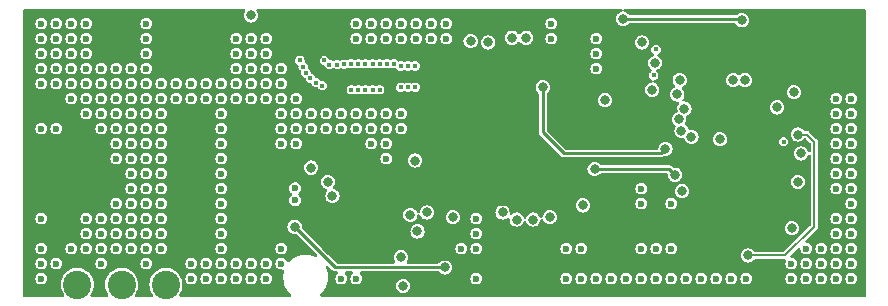
<source format=gbr>
%TF.GenerationSoftware,KiCad,Pcbnew,8.0.5*%
%TF.CreationDate,2024-10-08T13:53:17+03:00*%
%TF.ProjectId,LEXI-R422,4c455849-2d52-4343-9232-2e6b69636164,rev?*%
%TF.SameCoordinates,Original*%
%TF.FileFunction,Copper,L2,Inr*%
%TF.FilePolarity,Positive*%
%FSLAX46Y46*%
G04 Gerber Fmt 4.6, Leading zero omitted, Abs format (unit mm)*
G04 Created by KiCad (PCBNEW 8.0.5) date 2024-10-08 13:53:17*
%MOMM*%
%LPD*%
G01*
G04 APERTURE LIST*
%TA.AperFunction,ComponentPad*%
%ADD10C,0.600000*%
%TD*%
%TA.AperFunction,ComponentPad*%
%ADD11R,2.400000X2.400000*%
%TD*%
%TA.AperFunction,ComponentPad*%
%ADD12C,2.400000*%
%TD*%
%TA.AperFunction,ViaPad*%
%ADD13C,0.600000*%
%TD*%
%TA.AperFunction,ViaPad*%
%ADD14C,0.400000*%
%TD*%
%TA.AperFunction,ViaPad*%
%ADD15C,0.800000*%
%TD*%
%TA.AperFunction,Conductor*%
%ADD16C,0.200000*%
%TD*%
%TA.AperFunction,Conductor*%
%ADD17C,0.250000*%
%TD*%
G04 APERTURE END LIST*
D10*
%TO.N,GND*%
%TO.C,U1*%
X26450000Y6650000D03*
X26450000Y5650000D03*
%TD*%
D11*
%TO.N,/+3V6d*%
%TO.C,BT1*%
X11750000Y19500000D03*
D12*
%TO.N,GND*%
X11750000Y-1500000D03*
X15500000Y-1500000D03*
X8000000Y-1500000D03*
%TD*%
D13*
%TO.N,GND*%
X70993000Y-993657D03*
X17653000Y-993657D03*
X51943000Y18056343D03*
X18923000Y276343D03*
X53213000Y-993657D03*
X4953000Y4086343D03*
X22733000Y276343D03*
X72263000Y14246343D03*
X13843000Y14246343D03*
X41783000Y2816343D03*
X73533000Y276343D03*
X11303000Y10436343D03*
X73533000Y2816343D03*
X11303000Y9166343D03*
X12573000Y10436343D03*
X31623000Y-993657D03*
X73533000Y12976343D03*
X29083000Y12976343D03*
X31623000Y20596343D03*
X68453000Y-993657D03*
X25273000Y10436343D03*
X8763000Y19326343D03*
X70993000Y1546343D03*
D14*
X35400000Y15200000D03*
X32400000Y15000000D03*
D13*
X13843000Y11706343D03*
X7493000Y1546343D03*
X73533000Y4086343D03*
X10033000Y11706343D03*
X18923000Y14246343D03*
X21463000Y14246343D03*
X7493000Y18056343D03*
X10033000Y14246343D03*
X22733000Y16786343D03*
X6223000Y11706343D03*
X37973000Y20596343D03*
X6223000Y18056343D03*
X13843000Y4086343D03*
D14*
X57000000Y18400000D03*
D13*
X72263000Y1546343D03*
X39243000Y19326343D03*
X32893000Y11706343D03*
X73533000Y1546343D03*
X24003000Y14246343D03*
X4953000Y-993657D03*
X15113000Y9166343D03*
X13843000Y16786343D03*
X30353000Y12976343D03*
X20193000Y6626343D03*
D14*
X27130000Y16960000D03*
D13*
X50673000Y1546343D03*
X51943000Y16786343D03*
X24003000Y-993657D03*
X6223000Y15516343D03*
X22733000Y14246343D03*
X18923000Y-993657D03*
X22733000Y18056343D03*
X15113000Y11706343D03*
X12573000Y5356343D03*
D14*
X30590000Y17150000D03*
D13*
X34163000Y11706343D03*
X25273000Y276343D03*
X6223000Y276343D03*
X51943000Y-993657D03*
X6223000Y20596343D03*
X54483000Y-993657D03*
X51943000Y19326343D03*
X41783000Y4086343D03*
D14*
X31800000Y15000000D03*
D13*
X58293000Y-993657D03*
X20193000Y11706343D03*
X72263000Y276343D03*
X72263000Y6626343D03*
X11303000Y11706343D03*
X20193000Y2816343D03*
X15113000Y4086343D03*
X11303000Y5356343D03*
D14*
X32400000Y17200000D03*
D13*
X22733000Y-993657D03*
X73533000Y14246343D03*
X73533000Y-993657D03*
X20193000Y5356343D03*
X25273000Y15516343D03*
X26543000Y12976343D03*
X8763000Y1546343D03*
X30353000Y-993657D03*
X20193000Y7896343D03*
X13843000Y2816343D03*
X57023000Y-993657D03*
X72263000Y2816343D03*
X21463000Y19326343D03*
X13843000Y18056343D03*
X24003000Y16786343D03*
X16383000Y15516343D03*
X15113000Y1546343D03*
X7493000Y19326343D03*
X10033000Y276343D03*
X18923000Y15516343D03*
X4953000Y16786343D03*
X49403000Y1546343D03*
X73533000Y11706343D03*
X11303000Y4086343D03*
X21463000Y16786343D03*
D14*
X33000000Y15000000D03*
D13*
X7493000Y15516343D03*
X59563000Y-993657D03*
X12573000Y11706343D03*
X26543000Y11706343D03*
X58293000Y5356343D03*
X50673000Y-993657D03*
X57023000Y1546343D03*
X21463000Y276343D03*
X55753000Y1546343D03*
X72263000Y12976343D03*
D14*
X28920000Y17470000D03*
D13*
X55753000Y6626343D03*
X17653000Y14246343D03*
X21463000Y18056343D03*
X63373000Y-993657D03*
X15113000Y5356343D03*
X12573000Y4086343D03*
X32893000Y10436343D03*
X10033000Y16786343D03*
X32893000Y20596343D03*
X20193000Y4086343D03*
X10033000Y15516343D03*
X8763000Y15516343D03*
X34163000Y20596343D03*
X12573000Y2816343D03*
X13843000Y19326343D03*
X24003000Y18056343D03*
X25273000Y12976343D03*
X35433000Y19326343D03*
X21463000Y15516343D03*
X12573000Y1546343D03*
X13843000Y5356343D03*
X13843000Y9166343D03*
X24003000Y276343D03*
X55753000Y5356343D03*
X24003000Y19326343D03*
X27813000Y11706343D03*
X68453000Y276343D03*
X31623000Y12976343D03*
X32893000Y19326343D03*
X13843000Y15516343D03*
X4953000Y18056343D03*
D14*
X29990000Y17120000D03*
D13*
X7493000Y20596343D03*
D14*
X26840000Y17480000D03*
X36000000Y15200000D03*
D13*
X41783000Y1546343D03*
D14*
X28220000Y15600000D03*
D13*
X72263000Y9166343D03*
X8763000Y12976343D03*
X13843000Y6626343D03*
X15113000Y14246343D03*
D15*
X22707600Y21285200D03*
D13*
X15113000Y15516343D03*
X20193000Y276343D03*
X20193000Y1546343D03*
X70993000Y276343D03*
D14*
X31200000Y15000000D03*
D13*
X36703000Y20596343D03*
X34163000Y19326343D03*
D14*
X29340000Y17120000D03*
D13*
X69723000Y276343D03*
X64643000Y-993657D03*
X58293000Y1546343D03*
X29083000Y11706343D03*
X27813000Y12976343D03*
X11303000Y2816343D03*
X7493000Y16786343D03*
X4953000Y15516343D03*
X15113000Y12976343D03*
X34163000Y12976343D03*
X30353000Y11706343D03*
X73533000Y10436343D03*
X39243000Y20596343D03*
X35433000Y20596343D03*
X73533000Y7896343D03*
X48133000Y19326343D03*
X73533000Y6626343D03*
X4953000Y11706343D03*
X26543000Y10436343D03*
X25273000Y11706343D03*
X4953000Y276343D03*
X12573000Y16786343D03*
X20193000Y12976343D03*
X36703000Y19326343D03*
X16383000Y14246343D03*
X4953000Y20596343D03*
X8763000Y16786343D03*
X60833000Y-993657D03*
X8763000Y2816343D03*
X12573000Y7896343D03*
X26543000Y14246343D03*
X15113000Y2816343D03*
X25273000Y1546343D03*
X35433000Y12976343D03*
X72263000Y11706343D03*
X7493000Y14246343D03*
X4953000Y19326343D03*
X11303000Y12976343D03*
D14*
X31800000Y17200000D03*
D13*
X10033000Y12976343D03*
X17653000Y15516343D03*
X41783000Y-993657D03*
X32893000Y12976343D03*
X73533000Y9166343D03*
D14*
X31200000Y17200000D03*
D13*
X20193000Y9166343D03*
X10033000Y1546343D03*
X4953000Y1546343D03*
X6223000Y16786343D03*
X15113000Y6626343D03*
D14*
X28740000Y15350000D03*
D13*
X15113000Y10436343D03*
X13843000Y276343D03*
X20193000Y-993657D03*
X24003000Y15516343D03*
X10033000Y4086343D03*
X12573000Y14246343D03*
X22733000Y19326343D03*
X8763000Y4086343D03*
X55753000Y-993657D03*
X11303000Y14246343D03*
X72263000Y7896343D03*
X10033000Y2816343D03*
X20193000Y15516343D03*
X8763000Y20596343D03*
D14*
X34800000Y17200000D03*
D13*
X11303000Y15516343D03*
X25273000Y16786343D03*
D14*
X36600000Y17000000D03*
X36000000Y17000000D03*
D13*
X20193000Y10436343D03*
X34163000Y9166343D03*
X40513000Y1546343D03*
X31623000Y19326343D03*
D14*
X67800000Y10600000D03*
D13*
X8763000Y18056343D03*
D14*
X33000000Y17200000D03*
D13*
X73533000Y5356343D03*
X13843000Y20596343D03*
D14*
X33600000Y15000000D03*
D13*
X72263000Y-993657D03*
X72263000Y4086343D03*
D14*
X27350000Y16440000D03*
X35400000Y17000000D03*
X27740000Y15970000D03*
D13*
X49403000Y-993657D03*
X11303000Y16786343D03*
X72263000Y10436343D03*
X12573000Y9166343D03*
X12573000Y12976343D03*
X13843000Y12976343D03*
X6223000Y19326343D03*
D14*
X33600000Y17200000D03*
D13*
X69723000Y1546343D03*
X13843000Y10436343D03*
D14*
X34200000Y17200000D03*
D13*
X12573000Y6626343D03*
X31623000Y11706343D03*
X69723000Y-993657D03*
X34163000Y10436343D03*
X15113000Y7896343D03*
X21463000Y-993657D03*
X17653000Y276343D03*
X20193000Y14246343D03*
X25273000Y14246343D03*
X37973000Y19326343D03*
X62103000Y-993657D03*
D14*
X36600000Y15200000D03*
X56800000Y16200000D03*
D13*
X22733000Y15516343D03*
X12573000Y15516343D03*
X13843000Y1546343D03*
X13843000Y7896343D03*
X48133000Y20596343D03*
X35433000Y11706343D03*
X11303000Y1546343D03*
X8763000Y14246343D03*
D15*
%TO.N,/uRST*%
X56675000Y15000000D03*
X48000000Y4200000D03*
%TO.N,/uCLK*%
X46600000Y4000000D03*
X56920000Y17280000D03*
%TO.N,/uData*%
X45200000Y4000000D03*
X55800000Y19000000D03*
%TO.N,/uVDD*%
X44000000Y4600000D03*
%TO.N,/VBAT*%
X29200000Y7200000D03*
X36200000Y4400000D03*
X39800000Y4200000D03*
X35400000Y800000D03*
X37600000Y4600000D03*
X35600000Y-1600000D03*
X36800000Y3000000D03*
X29600000Y6000000D03*
X27800000Y8400000D03*
%TO.N,/uPWRKEY*%
X69000000Y11200000D03*
X64800000Y959998D03*
%TO.N,/uDTR*%
X63532858Y15799356D03*
%TO.N,/TxD*%
X69275000Y9600000D03*
%TO.N,/RxD*%
X69000000Y7200000D03*
%TO.N,/uDCD*%
X64532815Y15808952D03*
%TO.N,/RXD*%
X59148889Y11524985D03*
X41300000Y19100000D03*
%TO.N,/TXD*%
X60000000Y11000000D03*
X42800000Y19000000D03*
%TO.N,/VDD_EXT*%
X59200000Y6400000D03*
X36600000Y9000000D03*
X59000000Y15800000D03*
%TO.N,/DTR*%
X46000000Y19400000D03*
X59400000Y13400000D03*
%TO.N,/DCD*%
X58952785Y12505571D03*
X44800000Y19400000D03*
%TO.N,/PWRKEY*%
X50800000Y5200000D03*
%TO.N,/Alim*%
X39100000Y-50000D03*
X26400000Y3400000D03*
%TO.N,/+3V6d*%
X22750000Y8400000D03*
X69400000Y16000000D03*
X22750000Y5800000D03*
X24400000Y8600000D03*
X25000000Y4800000D03*
X22750000Y11000000D03*
X22750000Y3000000D03*
%TO.N,/+3V3_UC*%
X68500000Y3275000D03*
X67250000Y13500000D03*
X62400000Y10800000D03*
%TO.N,/Vbus*%
X58800000Y14600000D03*
X52675000Y14100000D03*
%TO.N,/U5V*%
X58600000Y7800000D03*
X51800000Y8275000D03*
%TO.N,/P99*%
X47400000Y15200000D03*
X57800000Y10000000D03*
%TO.N,/Network*%
X64246154Y20869231D03*
X54200000Y21000000D03*
%TO.N,/PowerDown*%
X68660000Y14790000D03*
%TD*%
D16*
%TO.N,/uPWRKEY*%
X64800000Y959998D02*
X67959998Y959998D01*
X70400000Y10600000D02*
X69800000Y11200000D01*
X67959998Y959998D02*
X70400000Y3400000D01*
X69800000Y11200000D02*
X69000000Y11200000D01*
X70400000Y3400000D02*
X70400000Y10600000D01*
D17*
%TO.N,/Alim*%
X29850000Y-50000D02*
X26400000Y3400000D01*
X39100000Y-50000D02*
X29850000Y-50000D01*
%TO.N,/U5V*%
X58125000Y8275000D02*
X58600000Y7800000D01*
X51800000Y8275000D02*
X58125000Y8275000D01*
%TO.N,/P99*%
X49200000Y9600000D02*
X57400000Y9600000D01*
X47400000Y11400000D02*
X49200000Y9600000D01*
X57400000Y9600000D02*
X57800000Y10000000D01*
X47400000Y15200000D02*
X47400000Y11400000D01*
%TO.N,/Network*%
X64115385Y21000000D02*
X64246154Y20869231D01*
X54200000Y21000000D02*
X64115385Y21000000D01*
%TD*%
%TA.AperFunction,Conductor*%
%TO.N,/+3V6d*%
G36*
X22188557Y21819398D02*
G01*
X22235050Y21765742D01*
X22245154Y21695468D01*
X22220398Y21636696D01*
X22183068Y21588047D01*
X22183063Y21588039D01*
X22122555Y21441960D01*
X22101918Y21285200D01*
X22101918Y21285199D01*
X22122555Y21128439D01*
X22183063Y20982360D01*
X22183065Y20982357D01*
X22279318Y20856918D01*
X22404757Y20760665D01*
X22404760Y20760663D01*
X22550839Y20700155D01*
X22707600Y20679518D01*
X22864360Y20700155D01*
X23010439Y20760663D01*
X23010442Y20760665D01*
X23135882Y20856918D01*
X23232136Y20982359D01*
X23292644Y21128438D01*
X23313282Y21285200D01*
X23292644Y21441962D01*
X23232136Y21588041D01*
X23206987Y21620815D01*
X23194802Y21636696D01*
X23169201Y21702916D01*
X23183466Y21772465D01*
X23233067Y21823261D01*
X23294764Y21839400D01*
X54052876Y21839400D01*
X54120997Y21819398D01*
X54167490Y21765742D01*
X54177594Y21695468D01*
X54148100Y21630888D01*
X54088374Y21592504D01*
X54069322Y21588478D01*
X54043238Y21585044D01*
X53897159Y21524536D01*
X53771718Y21428282D01*
X53730677Y21374796D01*
X53675465Y21302842D01*
X53675463Y21302839D01*
X53614955Y21156760D01*
X53594318Y21000000D01*
X53594318Y20999999D01*
X53614955Y20843239D01*
X53675463Y20697160D01*
X53675465Y20697157D01*
X53771718Y20571718D01*
X53897157Y20475465D01*
X53897160Y20475463D01*
X54043239Y20414955D01*
X54200000Y20394318D01*
X54356760Y20414955D01*
X54502839Y20475463D01*
X54502842Y20475465D01*
X54628282Y20571718D01*
X54628284Y20571720D01*
X54669324Y20625204D01*
X54726662Y20667071D01*
X54769286Y20674500D01*
X63592647Y20674500D01*
X63660768Y20654498D01*
X63707261Y20600842D01*
X63709039Y20596756D01*
X63721618Y20566390D01*
X63721619Y20566389D01*
X63721619Y20566388D01*
X63817872Y20440949D01*
X63943311Y20344696D01*
X63943314Y20344694D01*
X64089393Y20284186D01*
X64246154Y20263549D01*
X64402914Y20284186D01*
X64548993Y20344694D01*
X64548996Y20344696D01*
X64674436Y20440949D01*
X64770690Y20566390D01*
X64831198Y20712469D01*
X64851836Y20869231D01*
X64831198Y21025993D01*
X64770690Y21172072D01*
X64674436Y21297513D01*
X64548995Y21393767D01*
X64402916Y21454275D01*
X64246154Y21474913D01*
X64089392Y21454275D01*
X63943313Y21393767D01*
X63888276Y21351536D01*
X63822057Y21325937D01*
X63811574Y21325500D01*
X54769286Y21325500D01*
X54701165Y21345502D01*
X54669324Y21374796D01*
X54628284Y21428279D01*
X54628282Y21428282D01*
X54502841Y21524536D01*
X54356762Y21585044D01*
X54330677Y21588478D01*
X54265751Y21617200D01*
X54226659Y21676466D01*
X54225814Y21747457D01*
X54263484Y21807636D01*
X54327710Y21837895D01*
X54347124Y21839400D01*
X74629800Y21839400D01*
X74697921Y21819398D01*
X74744414Y21765742D01*
X74755800Y21713400D01*
X74755800Y-2399000D01*
X74735798Y-2467121D01*
X74682142Y-2513614D01*
X74629800Y-2525000D01*
X28658320Y-2525000D01*
X28590199Y-2504998D01*
X28543706Y-2451342D01*
X28533602Y-2381068D01*
X28563096Y-2316488D01*
X28581614Y-2299039D01*
X28583592Y-2297520D01*
X28586176Y-2295538D01*
X28762338Y-2119376D01*
X28913999Y-1921727D01*
X29038564Y-1705973D01*
X29082460Y-1599999D01*
X34994318Y-1599999D01*
X34994318Y-1600000D01*
X35014955Y-1756760D01*
X35014956Y-1756762D01*
X35075464Y-1902841D01*
X35171718Y-2028282D01*
X35297159Y-2124536D01*
X35443238Y-2185044D01*
X35600000Y-2205682D01*
X35756762Y-2185044D01*
X35902841Y-2124536D01*
X36028282Y-2028282D01*
X36124536Y-1902841D01*
X36185044Y-1756762D01*
X36205682Y-1600000D01*
X36185044Y-1443238D01*
X36124536Y-1297159D01*
X36028282Y-1171718D01*
X35902841Y-1075464D01*
X35826147Y-1043696D01*
X35756760Y-1014955D01*
X35600000Y-994318D01*
X35443239Y-1014955D01*
X35297160Y-1075463D01*
X35297157Y-1075465D01*
X35171718Y-1171718D01*
X35075465Y-1297157D01*
X35075463Y-1297160D01*
X35014955Y-1443239D01*
X34994318Y-1599999D01*
X29082460Y-1599999D01*
X29133902Y-1475807D01*
X29198382Y-1235165D01*
X29230900Y-988165D01*
X29230900Y-739035D01*
X29198382Y-492035D01*
X29133902Y-251393D01*
X29053043Y-56183D01*
X29045455Y14402D01*
X29077234Y77889D01*
X29138292Y114117D01*
X29209244Y111583D01*
X29258548Y81126D01*
X29585124Y-245450D01*
X29585145Y-245473D01*
X29650133Y-310461D01*
X29650142Y-310468D01*
X29687249Y-331891D01*
X29687253Y-331893D01*
X29724357Y-353316D01*
X29724358Y-353316D01*
X29724361Y-353318D01*
X29807147Y-375500D01*
X29960000Y-375500D01*
X30028121Y-395502D01*
X30074614Y-449158D01*
X30084718Y-519432D01*
X30055224Y-584012D01*
X30028121Y-607498D01*
X30021872Y-611513D01*
X29927623Y-720283D01*
X29867835Y-851200D01*
X29847353Y-993657D01*
X29867835Y-1136113D01*
X29927623Y-1267030D01*
X30021873Y-1375801D01*
X30082409Y-1414705D01*
X30142947Y-1453610D01*
X30281039Y-1494157D01*
X30424961Y-1494157D01*
X30563053Y-1453610D01*
X30684128Y-1375800D01*
X30778377Y-1267030D01*
X30838165Y-1136114D01*
X30858647Y-993657D01*
X30838165Y-851200D01*
X30778377Y-720284D01*
X30684128Y-611514D01*
X30684127Y-611513D01*
X30677879Y-607498D01*
X30631386Y-553842D01*
X30621282Y-483568D01*
X30650776Y-418988D01*
X30710502Y-380604D01*
X30746000Y-375500D01*
X31230000Y-375500D01*
X31298121Y-395502D01*
X31344614Y-449158D01*
X31354718Y-519432D01*
X31325224Y-584012D01*
X31298121Y-607498D01*
X31291872Y-611513D01*
X31197623Y-720283D01*
X31137835Y-851200D01*
X31117353Y-993657D01*
X31137835Y-1136113D01*
X31197623Y-1267030D01*
X31291873Y-1375801D01*
X31352409Y-1414705D01*
X31412947Y-1453610D01*
X31551039Y-1494157D01*
X31694961Y-1494157D01*
X31833053Y-1453610D01*
X31954128Y-1375800D01*
X32048377Y-1267030D01*
X32108165Y-1136114D01*
X32128647Y-993657D01*
X41277353Y-993657D01*
X41297835Y-1136113D01*
X41357623Y-1267030D01*
X41451873Y-1375801D01*
X41512409Y-1414705D01*
X41572947Y-1453610D01*
X41711039Y-1494157D01*
X41854961Y-1494157D01*
X41993053Y-1453610D01*
X42114128Y-1375800D01*
X42208377Y-1267030D01*
X42268165Y-1136114D01*
X42288647Y-993657D01*
X48897353Y-993657D01*
X48917835Y-1136113D01*
X48977623Y-1267030D01*
X49071873Y-1375801D01*
X49132409Y-1414705D01*
X49192947Y-1453610D01*
X49331039Y-1494157D01*
X49474961Y-1494157D01*
X49613053Y-1453610D01*
X49734128Y-1375800D01*
X49828377Y-1267030D01*
X49888165Y-1136114D01*
X49908647Y-993657D01*
X50167353Y-993657D01*
X50187835Y-1136113D01*
X50247623Y-1267030D01*
X50341873Y-1375801D01*
X50402409Y-1414705D01*
X50462947Y-1453610D01*
X50601039Y-1494157D01*
X50744961Y-1494157D01*
X50883053Y-1453610D01*
X51004128Y-1375800D01*
X51098377Y-1267030D01*
X51158165Y-1136114D01*
X51178647Y-993657D01*
X51437353Y-993657D01*
X51457835Y-1136113D01*
X51517623Y-1267030D01*
X51611873Y-1375801D01*
X51672409Y-1414705D01*
X51732947Y-1453610D01*
X51871039Y-1494157D01*
X52014961Y-1494157D01*
X52153053Y-1453610D01*
X52274128Y-1375800D01*
X52368377Y-1267030D01*
X52428165Y-1136114D01*
X52448647Y-993657D01*
X52707353Y-993657D01*
X52727835Y-1136113D01*
X52787623Y-1267030D01*
X52881873Y-1375801D01*
X52942409Y-1414705D01*
X53002947Y-1453610D01*
X53141039Y-1494157D01*
X53284961Y-1494157D01*
X53423053Y-1453610D01*
X53544128Y-1375800D01*
X53638377Y-1267030D01*
X53698165Y-1136114D01*
X53718647Y-993657D01*
X53977353Y-993657D01*
X53997835Y-1136113D01*
X54057623Y-1267030D01*
X54151873Y-1375801D01*
X54212409Y-1414705D01*
X54272947Y-1453610D01*
X54411039Y-1494157D01*
X54554961Y-1494157D01*
X54693053Y-1453610D01*
X54814128Y-1375800D01*
X54908377Y-1267030D01*
X54968165Y-1136114D01*
X54988647Y-993657D01*
X55247353Y-993657D01*
X55267835Y-1136113D01*
X55327623Y-1267030D01*
X55421873Y-1375801D01*
X55482409Y-1414705D01*
X55542947Y-1453610D01*
X55681039Y-1494157D01*
X55824961Y-1494157D01*
X55963053Y-1453610D01*
X56084128Y-1375800D01*
X56178377Y-1267030D01*
X56238165Y-1136114D01*
X56258647Y-993657D01*
X56517353Y-993657D01*
X56537835Y-1136113D01*
X56597623Y-1267030D01*
X56691873Y-1375801D01*
X56752409Y-1414705D01*
X56812947Y-1453610D01*
X56951039Y-1494157D01*
X57094961Y-1494157D01*
X57233053Y-1453610D01*
X57354128Y-1375800D01*
X57448377Y-1267030D01*
X57508165Y-1136114D01*
X57528647Y-993657D01*
X57787353Y-993657D01*
X57807835Y-1136113D01*
X57867623Y-1267030D01*
X57961873Y-1375801D01*
X58022409Y-1414705D01*
X58082947Y-1453610D01*
X58221039Y-1494157D01*
X58364961Y-1494157D01*
X58503053Y-1453610D01*
X58624128Y-1375800D01*
X58718377Y-1267030D01*
X58778165Y-1136114D01*
X58798647Y-993657D01*
X59057353Y-993657D01*
X59077835Y-1136113D01*
X59137623Y-1267030D01*
X59231873Y-1375801D01*
X59292409Y-1414705D01*
X59352947Y-1453610D01*
X59491039Y-1494157D01*
X59634961Y-1494157D01*
X59773053Y-1453610D01*
X59894128Y-1375800D01*
X59988377Y-1267030D01*
X60048165Y-1136114D01*
X60068647Y-993657D01*
X60327353Y-993657D01*
X60347835Y-1136113D01*
X60407623Y-1267030D01*
X60501873Y-1375801D01*
X60562409Y-1414705D01*
X60622947Y-1453610D01*
X60761039Y-1494157D01*
X60904961Y-1494157D01*
X61043053Y-1453610D01*
X61164128Y-1375800D01*
X61258377Y-1267030D01*
X61318165Y-1136114D01*
X61338647Y-993657D01*
X61597353Y-993657D01*
X61617835Y-1136113D01*
X61677623Y-1267030D01*
X61771873Y-1375801D01*
X61832409Y-1414705D01*
X61892947Y-1453610D01*
X62031039Y-1494157D01*
X62174961Y-1494157D01*
X62313053Y-1453610D01*
X62434128Y-1375800D01*
X62528377Y-1267030D01*
X62588165Y-1136114D01*
X62608647Y-993657D01*
X62867353Y-993657D01*
X62887835Y-1136113D01*
X62947623Y-1267030D01*
X63041873Y-1375801D01*
X63102409Y-1414705D01*
X63162947Y-1453610D01*
X63301039Y-1494157D01*
X63444961Y-1494157D01*
X63583053Y-1453610D01*
X63704128Y-1375800D01*
X63798377Y-1267030D01*
X63858165Y-1136114D01*
X63878647Y-993657D01*
X64137353Y-993657D01*
X64157835Y-1136113D01*
X64217623Y-1267030D01*
X64311873Y-1375801D01*
X64372409Y-1414705D01*
X64432947Y-1453610D01*
X64571039Y-1494157D01*
X64714961Y-1494157D01*
X64853053Y-1453610D01*
X64974128Y-1375800D01*
X65068377Y-1267030D01*
X65128165Y-1136114D01*
X65148647Y-993657D01*
X67947353Y-993657D01*
X67967835Y-1136113D01*
X68027623Y-1267030D01*
X68121873Y-1375801D01*
X68182409Y-1414705D01*
X68242947Y-1453610D01*
X68381039Y-1494157D01*
X68524961Y-1494157D01*
X68663053Y-1453610D01*
X68784128Y-1375800D01*
X68878377Y-1267030D01*
X68938165Y-1136114D01*
X68958647Y-993657D01*
X69217353Y-993657D01*
X69237835Y-1136113D01*
X69297623Y-1267030D01*
X69391873Y-1375801D01*
X69452409Y-1414705D01*
X69512947Y-1453610D01*
X69651039Y-1494157D01*
X69794961Y-1494157D01*
X69933053Y-1453610D01*
X70054128Y-1375800D01*
X70148377Y-1267030D01*
X70208165Y-1136114D01*
X70228647Y-993657D01*
X70487353Y-993657D01*
X70507835Y-1136113D01*
X70567623Y-1267030D01*
X70661873Y-1375801D01*
X70722409Y-1414705D01*
X70782947Y-1453610D01*
X70921039Y-1494157D01*
X71064961Y-1494157D01*
X71203053Y-1453610D01*
X71324128Y-1375800D01*
X71418377Y-1267030D01*
X71478165Y-1136114D01*
X71498647Y-993657D01*
X71757353Y-993657D01*
X71777835Y-1136113D01*
X71837623Y-1267030D01*
X71931873Y-1375801D01*
X71992409Y-1414705D01*
X72052947Y-1453610D01*
X72191039Y-1494157D01*
X72334961Y-1494157D01*
X72473053Y-1453610D01*
X72594128Y-1375800D01*
X72688377Y-1267030D01*
X72748165Y-1136114D01*
X72768647Y-993657D01*
X73027353Y-993657D01*
X73047835Y-1136113D01*
X73107623Y-1267030D01*
X73201873Y-1375801D01*
X73262409Y-1414705D01*
X73322947Y-1453610D01*
X73461039Y-1494157D01*
X73604961Y-1494157D01*
X73743053Y-1453610D01*
X73864128Y-1375800D01*
X73958377Y-1267030D01*
X74018165Y-1136114D01*
X74038647Y-993657D01*
X74018165Y-851200D01*
X73958377Y-720284D01*
X73864128Y-611514D01*
X73864127Y-611513D01*
X73864126Y-611512D01*
X73743053Y-533704D01*
X73604961Y-493157D01*
X73461039Y-493157D01*
X73322946Y-533704D01*
X73201873Y-611512D01*
X73107623Y-720283D01*
X73047835Y-851200D01*
X73027353Y-993657D01*
X72768647Y-993657D01*
X72748165Y-851200D01*
X72688377Y-720284D01*
X72594128Y-611514D01*
X72594127Y-611513D01*
X72594126Y-611512D01*
X72473053Y-533704D01*
X72334961Y-493157D01*
X72191039Y-493157D01*
X72052946Y-533704D01*
X71931873Y-611512D01*
X71837623Y-720283D01*
X71777835Y-851200D01*
X71757353Y-993657D01*
X71498647Y-993657D01*
X71478165Y-851200D01*
X71418377Y-720284D01*
X71324128Y-611514D01*
X71324127Y-611513D01*
X71324126Y-611512D01*
X71203053Y-533704D01*
X71064961Y-493157D01*
X70921039Y-493157D01*
X70782946Y-533704D01*
X70661873Y-611512D01*
X70567623Y-720283D01*
X70507835Y-851200D01*
X70487353Y-993657D01*
X70228647Y-993657D01*
X70208165Y-851200D01*
X70148377Y-720284D01*
X70054128Y-611514D01*
X70054127Y-611513D01*
X70054126Y-611512D01*
X69933053Y-533704D01*
X69794961Y-493157D01*
X69651039Y-493157D01*
X69512946Y-533704D01*
X69391873Y-611512D01*
X69297623Y-720283D01*
X69237835Y-851200D01*
X69217353Y-993657D01*
X68958647Y-993657D01*
X68938165Y-851200D01*
X68878377Y-720284D01*
X68784128Y-611514D01*
X68784127Y-611513D01*
X68784126Y-611512D01*
X68663053Y-533704D01*
X68524961Y-493157D01*
X68381039Y-493157D01*
X68242946Y-533704D01*
X68121873Y-611512D01*
X68027623Y-720283D01*
X67967835Y-851200D01*
X67947353Y-993657D01*
X65148647Y-993657D01*
X65128165Y-851200D01*
X65068377Y-720284D01*
X64974128Y-611514D01*
X64974127Y-611513D01*
X64974126Y-611512D01*
X64853053Y-533704D01*
X64714961Y-493157D01*
X64571039Y-493157D01*
X64432946Y-533704D01*
X64311873Y-611512D01*
X64217623Y-720283D01*
X64157835Y-851200D01*
X64137353Y-993657D01*
X63878647Y-993657D01*
X63858165Y-851200D01*
X63798377Y-720284D01*
X63704128Y-611514D01*
X63704127Y-611513D01*
X63704126Y-611512D01*
X63583053Y-533704D01*
X63444961Y-493157D01*
X63301039Y-493157D01*
X63162946Y-533704D01*
X63041873Y-611512D01*
X62947623Y-720283D01*
X62887835Y-851200D01*
X62867353Y-993657D01*
X62608647Y-993657D01*
X62588165Y-851200D01*
X62528377Y-720284D01*
X62434128Y-611514D01*
X62434127Y-611513D01*
X62434126Y-611512D01*
X62313053Y-533704D01*
X62174961Y-493157D01*
X62031039Y-493157D01*
X61892946Y-533704D01*
X61771873Y-611512D01*
X61677623Y-720283D01*
X61617835Y-851200D01*
X61597353Y-993657D01*
X61338647Y-993657D01*
X61318165Y-851200D01*
X61258377Y-720284D01*
X61164128Y-611514D01*
X61164127Y-611513D01*
X61164126Y-611512D01*
X61043053Y-533704D01*
X60904961Y-493157D01*
X60761039Y-493157D01*
X60622946Y-533704D01*
X60501873Y-611512D01*
X60407623Y-720283D01*
X60347835Y-851200D01*
X60327353Y-993657D01*
X60068647Y-993657D01*
X60048165Y-851200D01*
X59988377Y-720284D01*
X59894128Y-611514D01*
X59894127Y-611513D01*
X59894126Y-611512D01*
X59773053Y-533704D01*
X59634961Y-493157D01*
X59491039Y-493157D01*
X59352946Y-533704D01*
X59231873Y-611512D01*
X59137623Y-720283D01*
X59077835Y-851200D01*
X59057353Y-993657D01*
X58798647Y-993657D01*
X58778165Y-851200D01*
X58718377Y-720284D01*
X58624128Y-611514D01*
X58624127Y-611513D01*
X58624126Y-611512D01*
X58503053Y-533704D01*
X58364961Y-493157D01*
X58221039Y-493157D01*
X58082946Y-533704D01*
X57961873Y-611512D01*
X57867623Y-720283D01*
X57807835Y-851200D01*
X57787353Y-993657D01*
X57528647Y-993657D01*
X57508165Y-851200D01*
X57448377Y-720284D01*
X57354128Y-611514D01*
X57354127Y-611513D01*
X57354126Y-611512D01*
X57233053Y-533704D01*
X57094961Y-493157D01*
X56951039Y-493157D01*
X56812946Y-533704D01*
X56691873Y-611512D01*
X56597623Y-720283D01*
X56537835Y-851200D01*
X56517353Y-993657D01*
X56258647Y-993657D01*
X56238165Y-851200D01*
X56178377Y-720284D01*
X56084128Y-611514D01*
X56084127Y-611513D01*
X56084126Y-611512D01*
X55963053Y-533704D01*
X55824961Y-493157D01*
X55681039Y-493157D01*
X55542946Y-533704D01*
X55421873Y-611512D01*
X55327623Y-720283D01*
X55267835Y-851200D01*
X55247353Y-993657D01*
X54988647Y-993657D01*
X54968165Y-851200D01*
X54908377Y-720284D01*
X54814128Y-611514D01*
X54814127Y-611513D01*
X54814126Y-611512D01*
X54693053Y-533704D01*
X54554961Y-493157D01*
X54411039Y-493157D01*
X54272946Y-533704D01*
X54151873Y-611512D01*
X54057623Y-720283D01*
X53997835Y-851200D01*
X53977353Y-993657D01*
X53718647Y-993657D01*
X53698165Y-851200D01*
X53638377Y-720284D01*
X53544128Y-611514D01*
X53544127Y-611513D01*
X53544126Y-611512D01*
X53423053Y-533704D01*
X53284961Y-493157D01*
X53141039Y-493157D01*
X53002946Y-533704D01*
X52881873Y-611512D01*
X52787623Y-720283D01*
X52727835Y-851200D01*
X52707353Y-993657D01*
X52448647Y-993657D01*
X52428165Y-851200D01*
X52368377Y-720284D01*
X52274128Y-611514D01*
X52274127Y-611513D01*
X52274126Y-611512D01*
X52153053Y-533704D01*
X52014961Y-493157D01*
X51871039Y-493157D01*
X51732946Y-533704D01*
X51611873Y-611512D01*
X51517623Y-720283D01*
X51457835Y-851200D01*
X51437353Y-993657D01*
X51178647Y-993657D01*
X51158165Y-851200D01*
X51098377Y-720284D01*
X51004128Y-611514D01*
X51004127Y-611513D01*
X51004126Y-611512D01*
X50883053Y-533704D01*
X50744961Y-493157D01*
X50601039Y-493157D01*
X50462946Y-533704D01*
X50341873Y-611512D01*
X50247623Y-720283D01*
X50187835Y-851200D01*
X50167353Y-993657D01*
X49908647Y-993657D01*
X49888165Y-851200D01*
X49828377Y-720284D01*
X49734128Y-611514D01*
X49734127Y-611513D01*
X49734126Y-611512D01*
X49613053Y-533704D01*
X49474961Y-493157D01*
X49331039Y-493157D01*
X49192946Y-533704D01*
X49071873Y-611512D01*
X48977623Y-720283D01*
X48917835Y-851200D01*
X48897353Y-993657D01*
X42288647Y-993657D01*
X42268165Y-851200D01*
X42208377Y-720284D01*
X42114128Y-611514D01*
X42114127Y-611513D01*
X42114126Y-611512D01*
X41993053Y-533704D01*
X41854961Y-493157D01*
X41711039Y-493157D01*
X41572946Y-533704D01*
X41451873Y-611512D01*
X41357623Y-720283D01*
X41297835Y-851200D01*
X41277353Y-993657D01*
X32128647Y-993657D01*
X32108165Y-851200D01*
X32048377Y-720284D01*
X31954128Y-611514D01*
X31954127Y-611513D01*
X31947879Y-607498D01*
X31901386Y-553842D01*
X31891282Y-483568D01*
X31920776Y-418988D01*
X31980502Y-380604D01*
X32016000Y-375500D01*
X38530714Y-375500D01*
X38598835Y-395502D01*
X38630676Y-424796D01*
X38671715Y-478279D01*
X38671716Y-478280D01*
X38671718Y-478282D01*
X38797159Y-574536D01*
X38943238Y-635044D01*
X39100000Y-655682D01*
X39256762Y-635044D01*
X39402841Y-574536D01*
X39528282Y-478282D01*
X39624536Y-352841D01*
X39685044Y-206762D01*
X39705682Y-50000D01*
X39685044Y106762D01*
X39624536Y252841D01*
X39528282Y378282D01*
X39402841Y474536D01*
X39256762Y535044D01*
X39100000Y555682D01*
X38943238Y535044D01*
X38797159Y474536D01*
X38671718Y378282D01*
X38671716Y378280D01*
X38671715Y378279D01*
X38630676Y324796D01*
X38573338Y282929D01*
X38530714Y275500D01*
X36009954Y275500D01*
X35941833Y295502D01*
X35895340Y349158D01*
X35885236Y419432D01*
X35909991Y478203D01*
X35924531Y497152D01*
X35924532Y497154D01*
X35924536Y497159D01*
X35985044Y643238D01*
X36005682Y800000D01*
X35985044Y956762D01*
X35983704Y959998D01*
X64194318Y959998D01*
X64194318Y959997D01*
X64214955Y803237D01*
X64275463Y657158D01*
X64275465Y657155D01*
X64371718Y531716D01*
X64497157Y435463D01*
X64497160Y435461D01*
X64643239Y374953D01*
X64800000Y354316D01*
X64956760Y374953D01*
X65102839Y435461D01*
X65102842Y435463D01*
X65146920Y469285D01*
X65228282Y531716D01*
X65246672Y555682D01*
X65288507Y610202D01*
X65345844Y652069D01*
X65388469Y659498D01*
X67881699Y659498D01*
X67949820Y639496D01*
X67996313Y585840D01*
X68006417Y515566D01*
X67996312Y481155D01*
X67967835Y418800D01*
X67962009Y378281D01*
X67947353Y276343D01*
X67967835Y133886D01*
X68027623Y2969D01*
X68121873Y-105801D01*
X68171514Y-137703D01*
X68242947Y-183610D01*
X68381039Y-224157D01*
X68524961Y-224157D01*
X68663053Y-183610D01*
X68784128Y-105800D01*
X68878377Y2970D01*
X68938165Y133886D01*
X68958647Y276343D01*
X69217353Y276343D01*
X69237835Y133886D01*
X69297623Y2969D01*
X69391873Y-105801D01*
X69441514Y-137703D01*
X69512947Y-183610D01*
X69651039Y-224157D01*
X69794961Y-224157D01*
X69933053Y-183610D01*
X70054128Y-105800D01*
X70148377Y2970D01*
X70208165Y133886D01*
X70228647Y276343D01*
X70487353Y276343D01*
X70507835Y133886D01*
X70567623Y2969D01*
X70661873Y-105801D01*
X70711514Y-137703D01*
X70782947Y-183610D01*
X70921039Y-224157D01*
X71064961Y-224157D01*
X71203053Y-183610D01*
X71324128Y-105800D01*
X71418377Y2970D01*
X71478165Y133886D01*
X71498647Y276343D01*
X71757353Y276343D01*
X71777835Y133886D01*
X71837623Y2969D01*
X71931873Y-105801D01*
X71981514Y-137703D01*
X72052947Y-183610D01*
X72191039Y-224157D01*
X72334961Y-224157D01*
X72473053Y-183610D01*
X72594128Y-105800D01*
X72688377Y2970D01*
X72748165Y133886D01*
X72768647Y276343D01*
X73027353Y276343D01*
X73047835Y133886D01*
X73107623Y2969D01*
X73201873Y-105801D01*
X73251514Y-137703D01*
X73322947Y-183610D01*
X73461039Y-224157D01*
X73604961Y-224157D01*
X73743053Y-183610D01*
X73864128Y-105800D01*
X73958377Y2970D01*
X74018165Y133886D01*
X74038647Y276343D01*
X74018165Y418800D01*
X73958377Y549716D01*
X73864128Y658486D01*
X73743053Y736296D01*
X73604961Y776843D01*
X73461039Y776843D01*
X73322947Y736296D01*
X73296871Y719538D01*
X73201873Y658487D01*
X73201872Y658486D01*
X73107623Y549716D01*
X73047835Y418800D01*
X73042009Y378281D01*
X73027353Y276343D01*
X72768647Y276343D01*
X72748165Y418800D01*
X72688377Y549716D01*
X72594128Y658486D01*
X72473053Y736296D01*
X72334961Y776843D01*
X72191039Y776843D01*
X72052947Y736296D01*
X72026871Y719538D01*
X71931873Y658487D01*
X71931872Y658486D01*
X71837623Y549716D01*
X71777835Y418800D01*
X71772009Y378281D01*
X71757353Y276343D01*
X71498647Y276343D01*
X71478165Y418800D01*
X71418377Y549716D01*
X71324128Y658486D01*
X71203053Y736296D01*
X71064961Y776843D01*
X70921039Y776843D01*
X70782947Y736296D01*
X70756871Y719538D01*
X70661873Y658487D01*
X70661872Y658486D01*
X70567623Y549716D01*
X70507835Y418800D01*
X70502009Y378281D01*
X70487353Y276343D01*
X70228647Y276343D01*
X70208165Y418800D01*
X70148377Y549716D01*
X70054128Y658486D01*
X69933053Y736296D01*
X69794961Y776843D01*
X69651039Y776843D01*
X69512947Y736296D01*
X69486871Y719538D01*
X69391873Y658487D01*
X69391872Y658486D01*
X69297623Y549716D01*
X69237835Y418800D01*
X69232009Y378281D01*
X69217353Y276343D01*
X68958647Y276343D01*
X68938165Y418800D01*
X68878377Y549716D01*
X68784128Y658486D01*
X68663053Y736296D01*
X68524961Y776843D01*
X68506004Y776843D01*
X68437883Y796845D01*
X68391390Y850501D01*
X68381286Y920775D01*
X68410780Y985355D01*
X68416909Y991938D01*
X69008434Y1583463D01*
X69070746Y1617489D01*
X69141561Y1612424D01*
X69198397Y1569877D01*
X69222246Y1512301D01*
X69237833Y1403891D01*
X69237835Y1403886D01*
X69297623Y1272969D01*
X69391873Y1164198D01*
X69512946Y1086390D01*
X69651039Y1045843D01*
X69794961Y1045843D01*
X69933053Y1086390D01*
X70054126Y1164198D01*
X70139599Y1262839D01*
X70148377Y1272970D01*
X70208165Y1403886D01*
X70228647Y1546343D01*
X70487353Y1546343D01*
X70507835Y1403886D01*
X70567623Y1272969D01*
X70661873Y1164198D01*
X70782946Y1086390D01*
X70921039Y1045843D01*
X71064961Y1045843D01*
X71203053Y1086390D01*
X71324126Y1164198D01*
X71409599Y1262839D01*
X71418377Y1272970D01*
X71478165Y1403886D01*
X71498647Y1546343D01*
X71757353Y1546343D01*
X71777835Y1403886D01*
X71837623Y1272969D01*
X71931873Y1164198D01*
X72052946Y1086390D01*
X72191039Y1045843D01*
X72334961Y1045843D01*
X72473053Y1086390D01*
X72594126Y1164198D01*
X72679599Y1262839D01*
X72688377Y1272970D01*
X72748165Y1403886D01*
X72768647Y1546343D01*
X73027353Y1546343D01*
X73047835Y1403886D01*
X73107623Y1272969D01*
X73201873Y1164198D01*
X73322946Y1086390D01*
X73461039Y1045843D01*
X73604961Y1045843D01*
X73743053Y1086390D01*
X73864126Y1164198D01*
X73949599Y1262839D01*
X73958377Y1272970D01*
X74018165Y1403886D01*
X74038647Y1546343D01*
X74018165Y1688800D01*
X73958377Y1819716D01*
X73864128Y1928486D01*
X73743053Y2006296D01*
X73604961Y2046843D01*
X73461039Y2046843D01*
X73322947Y2006296D01*
X73262409Y1967391D01*
X73201873Y1928487D01*
X73107623Y1819716D01*
X73047835Y1688799D01*
X73027353Y1546343D01*
X72768647Y1546343D01*
X72748165Y1688800D01*
X72688377Y1819716D01*
X72594128Y1928486D01*
X72473053Y2006296D01*
X72334961Y2046843D01*
X72191039Y2046843D01*
X72052947Y2006296D01*
X71992409Y1967391D01*
X71931873Y1928487D01*
X71837623Y1819716D01*
X71777835Y1688799D01*
X71757353Y1546343D01*
X71498647Y1546343D01*
X71478165Y1688800D01*
X71418377Y1819716D01*
X71324128Y1928486D01*
X71203053Y2006296D01*
X71064961Y2046843D01*
X70921039Y2046843D01*
X70782947Y2006296D01*
X70722409Y1967391D01*
X70661873Y1928487D01*
X70567623Y1819716D01*
X70507835Y1688799D01*
X70487353Y1546343D01*
X70228647Y1546343D01*
X70208165Y1688800D01*
X70148377Y1819716D01*
X70054128Y1928486D01*
X69933053Y2006296D01*
X69794961Y2046843D01*
X69776005Y2046843D01*
X69707884Y2066845D01*
X69661391Y2120501D01*
X69651287Y2190775D01*
X69680781Y2255355D01*
X69686910Y2261938D01*
X70241315Y2816343D01*
X71757353Y2816343D01*
X71777835Y2673886D01*
X71837623Y2542969D01*
X71931873Y2434198D01*
X72052946Y2356390D01*
X72191039Y2315843D01*
X72334961Y2315843D01*
X72473053Y2356390D01*
X72594126Y2434198D01*
X72688376Y2542969D01*
X72688377Y2542970D01*
X72748165Y2673886D01*
X72768647Y2816343D01*
X73027353Y2816343D01*
X73047835Y2673886D01*
X73107623Y2542969D01*
X73201873Y2434198D01*
X73322946Y2356390D01*
X73461039Y2315843D01*
X73604961Y2315843D01*
X73743053Y2356390D01*
X73864126Y2434198D01*
X73958376Y2542969D01*
X73958377Y2542970D01*
X74018165Y2673886D01*
X74038647Y2816343D01*
X74018165Y2958800D01*
X73958377Y3089716D01*
X73864128Y3198486D01*
X73743053Y3276296D01*
X73604961Y3316843D01*
X73461039Y3316843D01*
X73322947Y3276296D01*
X73271509Y3243239D01*
X73201873Y3198487D01*
X73201872Y3198486D01*
X73107623Y3089716D01*
X73053937Y2972160D01*
X73047835Y2958799D01*
X73027353Y2816343D01*
X72768647Y2816343D01*
X72748165Y2958800D01*
X72688377Y3089716D01*
X72594128Y3198486D01*
X72473053Y3276296D01*
X72334961Y3316843D01*
X72191039Y3316843D01*
X72052947Y3276296D01*
X72001509Y3243239D01*
X71931873Y3198487D01*
X71931872Y3198486D01*
X71837623Y3089716D01*
X71783937Y2972160D01*
X71777835Y2958799D01*
X71757353Y2816343D01*
X70241315Y2816343D01*
X70640454Y3215482D01*
X70640462Y3215492D01*
X70672956Y3271774D01*
X70674818Y3274999D01*
X70680021Y3284011D01*
X70681607Y3289928D01*
X70700499Y3360434D01*
X70700500Y3360438D01*
X70700500Y4086343D01*
X71757353Y4086343D01*
X71777835Y3943886D01*
X71837623Y3812969D01*
X71931873Y3704198D01*
X72052946Y3626390D01*
X72191039Y3585843D01*
X72334961Y3585843D01*
X72473053Y3626390D01*
X72594126Y3704198D01*
X72688376Y3812969D01*
X72688377Y3812970D01*
X72748165Y3943886D01*
X72768647Y4086343D01*
X73027353Y4086343D01*
X73047835Y3943886D01*
X73107623Y3812969D01*
X73201873Y3704198D01*
X73322946Y3626390D01*
X73461039Y3585843D01*
X73604961Y3585843D01*
X73743053Y3626390D01*
X73864126Y3704198D01*
X73958376Y3812969D01*
X73958377Y3812970D01*
X74018165Y3943886D01*
X74038647Y4086343D01*
X74018165Y4228800D01*
X73958377Y4359716D01*
X73864128Y4468486D01*
X73743053Y4546296D01*
X73604961Y4586843D01*
X73461039Y4586843D01*
X73322947Y4546296D01*
X73322496Y4546006D01*
X73201873Y4468487D01*
X73201872Y4468486D01*
X73107623Y4359716D01*
X73054430Y4243239D01*
X73047835Y4228799D01*
X73027353Y4086343D01*
X72768647Y4086343D01*
X72748165Y4228800D01*
X72688377Y4359716D01*
X72594128Y4468486D01*
X72473053Y4546296D01*
X72334961Y4586843D01*
X72191039Y4586843D01*
X72052947Y4546296D01*
X72052496Y4546006D01*
X71931873Y4468487D01*
X71931872Y4468486D01*
X71837623Y4359716D01*
X71784430Y4243239D01*
X71777835Y4228799D01*
X71757353Y4086343D01*
X70700500Y4086343D01*
X70700500Y5356343D01*
X73027353Y5356343D01*
X73047835Y5213886D01*
X73107623Y5082969D01*
X73201873Y4974198D01*
X73322946Y4896390D01*
X73461039Y4855843D01*
X73604961Y4855843D01*
X73743053Y4896390D01*
X73864126Y4974198D01*
X73958376Y5082969D01*
X73958377Y5082970D01*
X74018165Y5213886D01*
X74038647Y5356343D01*
X74018165Y5498800D01*
X73958377Y5629716D01*
X73864128Y5738486D01*
X73743053Y5816296D01*
X73604961Y5856843D01*
X73461039Y5856843D01*
X73322947Y5816296D01*
X73285853Y5792457D01*
X73201873Y5738487D01*
X73201872Y5738486D01*
X73107623Y5629716D01*
X73049681Y5502841D01*
X73047835Y5498799D01*
X73027353Y5356343D01*
X70700500Y5356343D01*
X70700500Y6626343D01*
X71757353Y6626343D01*
X71777835Y6483886D01*
X71837623Y6352969D01*
X71931873Y6244198D01*
X72052946Y6166390D01*
X72191039Y6125843D01*
X72334961Y6125843D01*
X72473053Y6166390D01*
X72594126Y6244198D01*
X72644939Y6302839D01*
X72688377Y6352970D01*
X72748165Y6483886D01*
X72768647Y6626343D01*
X73027353Y6626343D01*
X73047835Y6483886D01*
X73107623Y6352969D01*
X73201873Y6244198D01*
X73322946Y6166390D01*
X73461039Y6125843D01*
X73604961Y6125843D01*
X73743053Y6166390D01*
X73864126Y6244198D01*
X73914939Y6302839D01*
X73958377Y6352970D01*
X74018165Y6483886D01*
X74038647Y6626343D01*
X74018165Y6768800D01*
X73958377Y6899716D01*
X73864128Y7008486D01*
X73743053Y7086296D01*
X73604961Y7126843D01*
X73461039Y7126843D01*
X73322947Y7086296D01*
X73262409Y7047391D01*
X73201873Y7008487D01*
X73201872Y7008486D01*
X73107623Y6899716D01*
X73047835Y6768800D01*
X73034415Y6675463D01*
X73027353Y6626343D01*
X72768647Y6626343D01*
X72748165Y6768800D01*
X72688377Y6899716D01*
X72594128Y7008486D01*
X72473053Y7086296D01*
X72334961Y7126843D01*
X72191039Y7126843D01*
X72052947Y7086296D01*
X71992409Y7047391D01*
X71931873Y7008487D01*
X71931872Y7008486D01*
X71837623Y6899716D01*
X71777835Y6768800D01*
X71764415Y6675463D01*
X71757353Y6626343D01*
X70700500Y6626343D01*
X70700500Y7896343D01*
X71757353Y7896343D01*
X71777835Y7753886D01*
X71837623Y7622969D01*
X71931873Y7514198D01*
X72052946Y7436390D01*
X72191039Y7395843D01*
X72334961Y7395843D01*
X72473053Y7436390D01*
X72594126Y7514198D01*
X72688376Y7622969D01*
X72688377Y7622970D01*
X72748165Y7753886D01*
X72768647Y7896343D01*
X73027353Y7896343D01*
X73047835Y7753886D01*
X73107623Y7622969D01*
X73201873Y7514198D01*
X73322946Y7436390D01*
X73461039Y7395843D01*
X73604961Y7395843D01*
X73743053Y7436390D01*
X73864126Y7514198D01*
X73958376Y7622969D01*
X73958377Y7622970D01*
X74018165Y7753886D01*
X74038647Y7896343D01*
X74018165Y8038800D01*
X73958377Y8169716D01*
X73864128Y8278486D01*
X73743053Y8356296D01*
X73604961Y8396843D01*
X73461039Y8396843D01*
X73322947Y8356296D01*
X73273527Y8324536D01*
X73201873Y8278487D01*
X73201872Y8278486D01*
X73107623Y8169716D01*
X73074488Y8097160D01*
X73047835Y8038799D01*
X73027353Y7896343D01*
X72768647Y7896343D01*
X72748165Y8038800D01*
X72688377Y8169716D01*
X72594128Y8278486D01*
X72473053Y8356296D01*
X72334961Y8396843D01*
X72191039Y8396843D01*
X72052947Y8356296D01*
X72003527Y8324536D01*
X71931873Y8278487D01*
X71931872Y8278486D01*
X71837623Y8169716D01*
X71804488Y8097160D01*
X71777835Y8038799D01*
X71757353Y7896343D01*
X70700500Y7896343D01*
X70700500Y9166343D01*
X71757353Y9166343D01*
X71777835Y9023886D01*
X71837623Y8892969D01*
X71931873Y8784198D01*
X72052946Y8706390D01*
X72191039Y8665843D01*
X72334961Y8665843D01*
X72473053Y8706390D01*
X72594126Y8784198D01*
X72607417Y8799536D01*
X72688377Y8892970D01*
X72748165Y9023886D01*
X72768647Y9166343D01*
X73027353Y9166343D01*
X73047835Y9023886D01*
X73107623Y8892969D01*
X73201873Y8784198D01*
X73322946Y8706390D01*
X73461039Y8665843D01*
X73604961Y8665843D01*
X73743053Y8706390D01*
X73864126Y8784198D01*
X73877417Y8799536D01*
X73958377Y8892970D01*
X74018165Y9023886D01*
X74038647Y9166343D01*
X74018165Y9308800D01*
X73958377Y9439716D01*
X73864128Y9548486D01*
X73743053Y9626296D01*
X73604961Y9666843D01*
X73461039Y9666843D01*
X73322947Y9626296D01*
X73290871Y9605682D01*
X73201873Y9548487D01*
X73201872Y9548486D01*
X73107623Y9439716D01*
X73047835Y9308800D01*
X73028126Y9171718D01*
X73027353Y9166343D01*
X72768647Y9166343D01*
X72748165Y9308800D01*
X72688377Y9439716D01*
X72594128Y9548486D01*
X72473053Y9626296D01*
X72334961Y9666843D01*
X72191039Y9666843D01*
X72052947Y9626296D01*
X72020871Y9605682D01*
X71931873Y9548487D01*
X71931872Y9548486D01*
X71837623Y9439716D01*
X71777835Y9308800D01*
X71758126Y9171718D01*
X71757353Y9166343D01*
X70700500Y9166343D01*
X70700500Y10436343D01*
X71757353Y10436343D01*
X71777835Y10293886D01*
X71837623Y10162969D01*
X71931873Y10054198D01*
X72052946Y9976390D01*
X72191039Y9935843D01*
X72334961Y9935843D01*
X72473053Y9976390D01*
X72594126Y10054198D01*
X72688376Y10162969D01*
X72688377Y10162970D01*
X72748165Y10293886D01*
X72768647Y10436343D01*
X73027353Y10436343D01*
X73047835Y10293886D01*
X73107623Y10162969D01*
X73201873Y10054198D01*
X73322946Y9976390D01*
X73461039Y9935843D01*
X73604961Y9935843D01*
X73743053Y9976390D01*
X73864126Y10054198D01*
X73958376Y10162969D01*
X73958377Y10162970D01*
X74018165Y10293886D01*
X74038647Y10436343D01*
X74018165Y10578800D01*
X73958377Y10709716D01*
X73864128Y10818486D01*
X73743053Y10896296D01*
X73604961Y10936843D01*
X73461039Y10936843D01*
X73322947Y10896296D01*
X73316373Y10892071D01*
X73201873Y10818487D01*
X73201872Y10818486D01*
X73107623Y10709716D01*
X73075585Y10639562D01*
X73047835Y10578799D01*
X73027353Y10436343D01*
X72768647Y10436343D01*
X72748165Y10578800D01*
X72688377Y10709716D01*
X72594128Y10818486D01*
X72473053Y10896296D01*
X72334961Y10936843D01*
X72191039Y10936843D01*
X72052947Y10896296D01*
X72046373Y10892071D01*
X71931873Y10818487D01*
X71931872Y10818486D01*
X71837623Y10709716D01*
X71805585Y10639562D01*
X71777835Y10578799D01*
X71757353Y10436343D01*
X70700500Y10436343D01*
X70700500Y10639562D01*
X70700499Y10639565D01*
X70690879Y10675465D01*
X70680021Y10715989D01*
X70640460Y10784511D01*
X70584511Y10840460D01*
X69984511Y11440460D01*
X69964347Y11452101D01*
X69936807Y11468002D01*
X69915994Y11480018D01*
X69915989Y11480021D01*
X69839562Y11500500D01*
X69588469Y11500500D01*
X69520348Y11520502D01*
X69488507Y11549796D01*
X69428284Y11628279D01*
X69428282Y11628282D01*
X69326551Y11706343D01*
X71757353Y11706343D01*
X71777835Y11563886D01*
X71837623Y11432969D01*
X71931873Y11324198D01*
X72052946Y11246390D01*
X72191039Y11205843D01*
X72334961Y11205843D01*
X72473053Y11246390D01*
X72594126Y11324198D01*
X72622677Y11357147D01*
X72688377Y11432970D01*
X72748165Y11563886D01*
X72768647Y11706343D01*
X73027353Y11706343D01*
X73047835Y11563886D01*
X73107623Y11432969D01*
X73201873Y11324198D01*
X73322946Y11246390D01*
X73461039Y11205843D01*
X73604961Y11205843D01*
X73743053Y11246390D01*
X73864126Y11324198D01*
X73892677Y11357147D01*
X73958377Y11432970D01*
X74018165Y11563886D01*
X74038647Y11706343D01*
X74018165Y11848800D01*
X73958377Y11979716D01*
X73864128Y12088486D01*
X73743053Y12166296D01*
X73604961Y12206843D01*
X73461039Y12206843D01*
X73322947Y12166296D01*
X73262409Y12127391D01*
X73201873Y12088487D01*
X73201872Y12088486D01*
X73107623Y11979716D01*
X73047835Y11848800D01*
X73044819Y11827824D01*
X73027353Y11706343D01*
X72768647Y11706343D01*
X72748165Y11848800D01*
X72688377Y11979716D01*
X72594128Y12088486D01*
X72473053Y12166296D01*
X72334961Y12206843D01*
X72191039Y12206843D01*
X72052947Y12166296D01*
X71992409Y12127391D01*
X71931873Y12088487D01*
X71931872Y12088486D01*
X71837623Y11979716D01*
X71777835Y11848800D01*
X71774819Y11827824D01*
X71757353Y11706343D01*
X69326551Y11706343D01*
X69302841Y11724536D01*
X69156762Y11785044D01*
X69000000Y11805682D01*
X68843238Y11785044D01*
X68697159Y11724536D01*
X68571718Y11628282D01*
X68511494Y11549796D01*
X68475465Y11502842D01*
X68475463Y11502839D01*
X68414955Y11356760D01*
X68394318Y11200000D01*
X68394318Y11199999D01*
X68414955Y11043239D01*
X68475463Y10897160D01*
X68475465Y10897157D01*
X68571718Y10771718D01*
X68697157Y10675465D01*
X68697160Y10675463D01*
X68843239Y10614955D01*
X69000000Y10594318D01*
X69156760Y10614955D01*
X69302839Y10675463D01*
X69302842Y10675465D01*
X69331112Y10697157D01*
X69428282Y10771718D01*
X69438097Y10784509D01*
X69488507Y10850204D01*
X69545844Y10892071D01*
X69588469Y10899500D01*
X69623339Y10899500D01*
X69691460Y10879498D01*
X69712434Y10862595D01*
X70062595Y10512434D01*
X70096621Y10450122D01*
X70099500Y10423339D01*
X70099500Y9812108D01*
X70079498Y9743987D01*
X70025842Y9697494D01*
X69955568Y9687390D01*
X69890988Y9716884D01*
X69857091Y9763890D01*
X69799536Y9902841D01*
X69703282Y10028282D01*
X69577841Y10124536D01*
X69431762Y10185044D01*
X69275000Y10205682D01*
X69118238Y10185044D01*
X68972159Y10124536D01*
X68846718Y10028282D01*
X68772098Y9931035D01*
X68750465Y9902842D01*
X68750463Y9902839D01*
X68689955Y9756760D01*
X68669318Y9600000D01*
X68669318Y9599999D01*
X68689955Y9443239D01*
X68750463Y9297160D01*
X68750465Y9297157D01*
X68846718Y9171718D01*
X68972157Y9075465D01*
X68972160Y9075463D01*
X69118239Y9014955D01*
X69275000Y8994318D01*
X69431760Y9014955D01*
X69577839Y9075463D01*
X69577842Y9075465D01*
X69703282Y9171718D01*
X69799536Y9297159D01*
X69857091Y9436111D01*
X69901640Y9491390D01*
X69969003Y9513811D01*
X70037794Y9496253D01*
X70086173Y9444290D01*
X70099500Y9387891D01*
X70099500Y3576661D01*
X70079498Y3508540D01*
X70062595Y3487566D01*
X67872432Y1297403D01*
X67810120Y1263377D01*
X67783337Y1260498D01*
X65388469Y1260498D01*
X65320348Y1280500D01*
X65288507Y1309794D01*
X65228284Y1388277D01*
X65228282Y1388280D01*
X65102841Y1484534D01*
X64956762Y1545042D01*
X64800000Y1565680D01*
X64643238Y1545042D01*
X64497159Y1484534D01*
X64371718Y1388280D01*
X64311494Y1309794D01*
X64275465Y1262840D01*
X64275463Y1262837D01*
X64214955Y1116758D01*
X64194318Y959998D01*
X35983704Y959998D01*
X35924536Y1102841D01*
X35828282Y1228282D01*
X35702841Y1324536D01*
X35556762Y1385044D01*
X35400000Y1405682D01*
X35243238Y1385044D01*
X35097159Y1324536D01*
X34971718Y1228282D01*
X34886143Y1116758D01*
X34875465Y1102842D01*
X34875463Y1102839D01*
X34814955Y956760D01*
X34794318Y800000D01*
X34794318Y799999D01*
X34814955Y643239D01*
X34875463Y497160D01*
X34875468Y497152D01*
X34890009Y478203D01*
X34915609Y411983D01*
X34901344Y342434D01*
X34851742Y291639D01*
X34790046Y275500D01*
X30037016Y275500D01*
X29968895Y295502D01*
X29947921Y312405D01*
X29223426Y1036900D01*
X28713982Y1546343D01*
X40007353Y1546343D01*
X40027835Y1403886D01*
X40087623Y1272969D01*
X40181873Y1164198D01*
X40302946Y1086390D01*
X40441039Y1045843D01*
X40584961Y1045843D01*
X40723053Y1086390D01*
X40844126Y1164198D01*
X40929599Y1262839D01*
X40938377Y1272970D01*
X40998165Y1403886D01*
X41018647Y1546343D01*
X41277353Y1546343D01*
X41297835Y1403886D01*
X41357623Y1272969D01*
X41451873Y1164198D01*
X41572946Y1086390D01*
X41711039Y1045843D01*
X41854961Y1045843D01*
X41993053Y1086390D01*
X42114126Y1164198D01*
X42199599Y1262839D01*
X42208377Y1272970D01*
X42268165Y1403886D01*
X42288647Y1546343D01*
X48897353Y1546343D01*
X48917835Y1403886D01*
X48977623Y1272969D01*
X49071873Y1164198D01*
X49192946Y1086390D01*
X49331039Y1045843D01*
X49474961Y1045843D01*
X49613053Y1086390D01*
X49734126Y1164198D01*
X49819599Y1262839D01*
X49828377Y1272970D01*
X49888165Y1403886D01*
X49908647Y1546343D01*
X50167353Y1546343D01*
X50187835Y1403886D01*
X50247623Y1272969D01*
X50341873Y1164198D01*
X50462946Y1086390D01*
X50601039Y1045843D01*
X50744961Y1045843D01*
X50883053Y1086390D01*
X51004126Y1164198D01*
X51089599Y1262839D01*
X51098377Y1272970D01*
X51158165Y1403886D01*
X51178647Y1546343D01*
X55247353Y1546343D01*
X55267835Y1403886D01*
X55327623Y1272969D01*
X55421873Y1164198D01*
X55542946Y1086390D01*
X55681039Y1045843D01*
X55824961Y1045843D01*
X55963053Y1086390D01*
X56084126Y1164198D01*
X56169599Y1262839D01*
X56178377Y1272970D01*
X56238165Y1403886D01*
X56258647Y1546343D01*
X56517353Y1546343D01*
X56537835Y1403886D01*
X56597623Y1272969D01*
X56691873Y1164198D01*
X56812946Y1086390D01*
X56951039Y1045843D01*
X57094961Y1045843D01*
X57233053Y1086390D01*
X57354126Y1164198D01*
X57439599Y1262839D01*
X57448377Y1272970D01*
X57508165Y1403886D01*
X57528647Y1546343D01*
X57787353Y1546343D01*
X57807835Y1403886D01*
X57867623Y1272969D01*
X57961873Y1164198D01*
X58082946Y1086390D01*
X58221039Y1045843D01*
X58364961Y1045843D01*
X58503053Y1086390D01*
X58624126Y1164198D01*
X58709599Y1262839D01*
X58718377Y1272970D01*
X58778165Y1403886D01*
X58798647Y1546343D01*
X58778165Y1688800D01*
X58718377Y1819716D01*
X58624128Y1928486D01*
X58503053Y2006296D01*
X58364961Y2046843D01*
X58221039Y2046843D01*
X58082947Y2006296D01*
X58022409Y1967391D01*
X57961873Y1928487D01*
X57867623Y1819716D01*
X57807835Y1688799D01*
X57787353Y1546343D01*
X57528647Y1546343D01*
X57508165Y1688800D01*
X57448377Y1819716D01*
X57354128Y1928486D01*
X57233053Y2006296D01*
X57094961Y2046843D01*
X56951039Y2046843D01*
X56812947Y2006296D01*
X56752409Y1967391D01*
X56691873Y1928487D01*
X56597623Y1819716D01*
X56537835Y1688799D01*
X56517353Y1546343D01*
X56258647Y1546343D01*
X56238165Y1688800D01*
X56178377Y1819716D01*
X56084128Y1928486D01*
X55963053Y2006296D01*
X55824961Y2046843D01*
X55681039Y2046843D01*
X55542947Y2006296D01*
X55482409Y1967391D01*
X55421873Y1928487D01*
X55327623Y1819716D01*
X55267835Y1688799D01*
X55247353Y1546343D01*
X51178647Y1546343D01*
X51158165Y1688800D01*
X51098377Y1819716D01*
X51004128Y1928486D01*
X50883053Y2006296D01*
X50744961Y2046843D01*
X50601039Y2046843D01*
X50462947Y2006296D01*
X50402409Y1967391D01*
X50341873Y1928487D01*
X50247623Y1819716D01*
X50187835Y1688799D01*
X50167353Y1546343D01*
X49908647Y1546343D01*
X49888165Y1688800D01*
X49828377Y1819716D01*
X49734128Y1928486D01*
X49613053Y2006296D01*
X49474961Y2046843D01*
X49331039Y2046843D01*
X49192947Y2006296D01*
X49132409Y1967391D01*
X49071873Y1928487D01*
X48977623Y1819716D01*
X48917835Y1688799D01*
X48897353Y1546343D01*
X42288647Y1546343D01*
X42268165Y1688800D01*
X42208377Y1819716D01*
X42114128Y1928486D01*
X41993053Y2006296D01*
X41854961Y2046843D01*
X41711039Y2046843D01*
X41572947Y2006296D01*
X41512409Y1967391D01*
X41451873Y1928487D01*
X41357623Y1819716D01*
X41297835Y1688799D01*
X41277353Y1546343D01*
X41018647Y1546343D01*
X40998165Y1688800D01*
X40938377Y1819716D01*
X40844128Y1928486D01*
X40723053Y2006296D01*
X40584961Y2046843D01*
X40441039Y2046843D01*
X40302947Y2006296D01*
X40242409Y1967391D01*
X40181873Y1928487D01*
X40087623Y1819716D01*
X40027835Y1688799D01*
X40007353Y1546343D01*
X28713982Y1546343D01*
X27260324Y3000000D01*
X36194318Y3000000D01*
X36194318Y2999999D01*
X36214955Y2843239D01*
X36275463Y2697160D01*
X36275465Y2697157D01*
X36371718Y2571718D01*
X36497157Y2475465D01*
X36497160Y2475463D01*
X36643239Y2414955D01*
X36800000Y2394318D01*
X36956760Y2414955D01*
X37102839Y2475463D01*
X37102842Y2475465D01*
X37190815Y2542969D01*
X37228282Y2571718D01*
X37324536Y2697159D01*
X37373904Y2816343D01*
X41277353Y2816343D01*
X41297835Y2673886D01*
X41357623Y2542969D01*
X41451873Y2434198D01*
X41572946Y2356390D01*
X41711039Y2315843D01*
X41854961Y2315843D01*
X41993053Y2356390D01*
X42114126Y2434198D01*
X42208376Y2542969D01*
X42208377Y2542970D01*
X42268165Y2673886D01*
X42288647Y2816343D01*
X42268165Y2958800D01*
X42208377Y3089716D01*
X42114128Y3198486D01*
X41995070Y3275000D01*
X67894318Y3275000D01*
X67894318Y3274999D01*
X67914955Y3118239D01*
X67975463Y2972160D01*
X67975465Y2972157D01*
X68071718Y2846718D01*
X68197157Y2750465D01*
X68197160Y2750463D01*
X68343239Y2689955D01*
X68500000Y2669318D01*
X68656760Y2689955D01*
X68802839Y2750463D01*
X68802842Y2750465D01*
X68824769Y2767290D01*
X68928282Y2846718D01*
X69024536Y2972159D01*
X69085044Y3118238D01*
X69099444Y3227616D01*
X69105682Y3274999D01*
X69105682Y3275000D01*
X69094434Y3360438D01*
X69085044Y3431762D01*
X69024536Y3577841D01*
X68928282Y3703282D01*
X68802841Y3799536D01*
X68656762Y3860044D01*
X68500000Y3880682D01*
X68343238Y3860044D01*
X68197159Y3799536D01*
X68071718Y3703282D01*
X67981604Y3585843D01*
X67975465Y3577842D01*
X67975463Y3577839D01*
X67914955Y3431760D01*
X67894318Y3275000D01*
X41995070Y3275000D01*
X41993053Y3276296D01*
X41854961Y3316843D01*
X41711039Y3316843D01*
X41572947Y3276296D01*
X41521509Y3243239D01*
X41451873Y3198487D01*
X41451872Y3198486D01*
X41357623Y3089716D01*
X41303937Y2972160D01*
X41297835Y2958799D01*
X41277353Y2816343D01*
X37373904Y2816343D01*
X37385044Y2843238D01*
X37401959Y2971718D01*
X37405682Y2999999D01*
X37405682Y3000000D01*
X37390116Y3118238D01*
X37385044Y3156762D01*
X37324536Y3302841D01*
X37228282Y3428282D01*
X37102841Y3524536D01*
X36956762Y3585044D01*
X36800000Y3605682D01*
X36643238Y3585044D01*
X36497159Y3524536D01*
X36371718Y3428282D01*
X36350017Y3400000D01*
X36275465Y3302842D01*
X36275463Y3302839D01*
X36214955Y3156760D01*
X36194318Y3000000D01*
X27260324Y3000000D01*
X27032706Y3227618D01*
X26998683Y3289928D01*
X26996881Y3333154D01*
X27005682Y3400000D01*
X26985044Y3556762D01*
X26924536Y3702841D01*
X26828282Y3828282D01*
X26702841Y3924536D01*
X26556762Y3985044D01*
X26400000Y4005682D01*
X26243238Y3985044D01*
X26097159Y3924536D01*
X25971718Y3828282D01*
X25875802Y3703281D01*
X25875465Y3702842D01*
X25875463Y3702839D01*
X25814955Y3556760D01*
X25794318Y3400000D01*
X25794318Y3399999D01*
X25814955Y3243239D01*
X25875463Y3097160D01*
X25875465Y3097157D01*
X25971718Y2971718D01*
X26097157Y2875465D01*
X26097160Y2875463D01*
X26243239Y2814955D01*
X26400000Y2794318D01*
X26400002Y2794318D01*
X26466842Y2803117D01*
X26536991Y2792177D01*
X26572382Y2767290D01*
X28275124Y1064549D01*
X28309149Y1002237D01*
X28304085Y931422D01*
X28261538Y874586D01*
X28195018Y849775D01*
X28137813Y859044D01*
X27942607Y939902D01*
X27701965Y1004382D01*
X27701958Y1004382D01*
X27701958Y1004383D01*
X27678190Y1007511D01*
X27454965Y1036900D01*
X27205835Y1036900D01*
X27022499Y1012763D01*
X26958841Y1004383D01*
X26958839Y1004382D01*
X26958835Y1004382D01*
X26718193Y939902D01*
X26488027Y844564D01*
X26488018Y844558D01*
X26488014Y844557D01*
X26272276Y720001D01*
X26272273Y719999D01*
X26074624Y568338D01*
X26074618Y568332D01*
X26074613Y568328D01*
X25938817Y432532D01*
X25876505Y398506D01*
X25805690Y403571D01*
X25748854Y446118D01*
X25735112Y469277D01*
X25698377Y549716D01*
X25604128Y658486D01*
X25483053Y736296D01*
X25344961Y776843D01*
X25201039Y776843D01*
X25062947Y736296D01*
X25036871Y719538D01*
X24941873Y658487D01*
X24941872Y658486D01*
X24847623Y549716D01*
X24787835Y418800D01*
X24782009Y378281D01*
X24767353Y276343D01*
X24787835Y133886D01*
X24847623Y2969D01*
X24941873Y-105801D01*
X24991514Y-137703D01*
X25062947Y-183610D01*
X25201039Y-224157D01*
X25344954Y-224157D01*
X25344961Y-224157D01*
X25344967Y-224155D01*
X25352692Y-223044D01*
X25422967Y-233144D01*
X25476625Y-279634D01*
X25496631Y-347754D01*
X25492338Y-380372D01*
X25462416Y-492041D01*
X25429900Y-739032D01*
X25429900Y-988167D01*
X25462416Y-1235158D01*
X25462418Y-1235165D01*
X25526898Y-1475807D01*
X25622236Y-1705973D01*
X25622237Y-1705974D01*
X25622242Y-1705985D01*
X25746798Y-1921723D01*
X25746800Y-1921726D01*
X25746801Y-1921727D01*
X25898462Y-2119376D01*
X25898466Y-2119380D01*
X25898471Y-2119386D01*
X26074613Y-2295528D01*
X26074629Y-2295542D01*
X26079186Y-2299039D01*
X26121052Y-2356378D01*
X26125272Y-2427249D01*
X26090507Y-2489151D01*
X26027793Y-2522431D01*
X26002480Y-2525000D01*
X16736067Y-2525000D01*
X16667946Y-2504998D01*
X16621453Y-2451342D01*
X16611349Y-2381068D01*
X16630584Y-2330085D01*
X16681917Y-2251512D01*
X16735924Y-2168849D01*
X16829157Y-1956300D01*
X16856258Y-1849278D01*
X16886132Y-1731314D01*
X16886133Y-1731308D01*
X16886134Y-1731305D01*
X16905300Y-1500000D01*
X16886134Y-1268695D01*
X16886133Y-1268691D01*
X16886132Y-1268685D01*
X16829157Y-1043700D01*
X16829155Y-1043696D01*
X16816548Y-1014956D01*
X16807205Y-993657D01*
X17147353Y-993657D01*
X17167835Y-1136113D01*
X17227623Y-1267030D01*
X17321873Y-1375801D01*
X17382409Y-1414705D01*
X17442947Y-1453610D01*
X17581039Y-1494157D01*
X17724961Y-1494157D01*
X17863053Y-1453610D01*
X17984128Y-1375800D01*
X18078377Y-1267030D01*
X18138165Y-1136114D01*
X18158647Y-993657D01*
X18417353Y-993657D01*
X18437835Y-1136113D01*
X18497623Y-1267030D01*
X18591873Y-1375801D01*
X18652409Y-1414705D01*
X18712947Y-1453610D01*
X18851039Y-1494157D01*
X18994961Y-1494157D01*
X19133053Y-1453610D01*
X19254128Y-1375800D01*
X19348377Y-1267030D01*
X19408165Y-1136114D01*
X19428647Y-993657D01*
X19687353Y-993657D01*
X19707835Y-1136113D01*
X19767623Y-1267030D01*
X19861873Y-1375801D01*
X19922409Y-1414705D01*
X19982947Y-1453610D01*
X20121039Y-1494157D01*
X20264961Y-1494157D01*
X20403053Y-1453610D01*
X20524128Y-1375800D01*
X20618377Y-1267030D01*
X20678165Y-1136114D01*
X20698647Y-993657D01*
X20957353Y-993657D01*
X20977835Y-1136113D01*
X21037623Y-1267030D01*
X21131873Y-1375801D01*
X21192409Y-1414705D01*
X21252947Y-1453610D01*
X21391039Y-1494157D01*
X21534961Y-1494157D01*
X21673053Y-1453610D01*
X21794128Y-1375800D01*
X21888377Y-1267030D01*
X21948165Y-1136114D01*
X21968647Y-993657D01*
X22227353Y-993657D01*
X22247835Y-1136113D01*
X22307623Y-1267030D01*
X22401873Y-1375801D01*
X22462409Y-1414705D01*
X22522947Y-1453610D01*
X22661039Y-1494157D01*
X22804961Y-1494157D01*
X22943053Y-1453610D01*
X23064128Y-1375800D01*
X23158377Y-1267030D01*
X23218165Y-1136114D01*
X23238647Y-993657D01*
X23497353Y-993657D01*
X23517835Y-1136113D01*
X23577623Y-1267030D01*
X23671873Y-1375801D01*
X23732409Y-1414705D01*
X23792947Y-1453610D01*
X23931039Y-1494157D01*
X24074961Y-1494157D01*
X24213053Y-1453610D01*
X24334128Y-1375800D01*
X24428377Y-1267030D01*
X24488165Y-1136114D01*
X24508647Y-993657D01*
X24488165Y-851200D01*
X24428377Y-720284D01*
X24334128Y-611514D01*
X24334127Y-611513D01*
X24334126Y-611512D01*
X24213053Y-533704D01*
X24074961Y-493157D01*
X23931039Y-493157D01*
X23792946Y-533704D01*
X23671873Y-611512D01*
X23577623Y-720283D01*
X23517835Y-851200D01*
X23497353Y-993657D01*
X23238647Y-993657D01*
X23218165Y-851200D01*
X23158377Y-720284D01*
X23064128Y-611514D01*
X23064127Y-611513D01*
X23064126Y-611512D01*
X22943053Y-533704D01*
X22804961Y-493157D01*
X22661039Y-493157D01*
X22522946Y-533704D01*
X22401873Y-611512D01*
X22307623Y-720283D01*
X22247835Y-851200D01*
X22227353Y-993657D01*
X21968647Y-993657D01*
X21948165Y-851200D01*
X21888377Y-720284D01*
X21794128Y-611514D01*
X21794127Y-611513D01*
X21794126Y-611512D01*
X21673053Y-533704D01*
X21534961Y-493157D01*
X21391039Y-493157D01*
X21252946Y-533704D01*
X21131873Y-611512D01*
X21037623Y-720283D01*
X20977835Y-851200D01*
X20957353Y-993657D01*
X20698647Y-993657D01*
X20678165Y-851200D01*
X20618377Y-720284D01*
X20524128Y-611514D01*
X20524127Y-611513D01*
X20524126Y-611512D01*
X20403053Y-533704D01*
X20264961Y-493157D01*
X20121039Y-493157D01*
X19982946Y-533704D01*
X19861873Y-611512D01*
X19767623Y-720283D01*
X19707835Y-851200D01*
X19687353Y-993657D01*
X19428647Y-993657D01*
X19408165Y-851200D01*
X19348377Y-720284D01*
X19254128Y-611514D01*
X19254127Y-611513D01*
X19254126Y-611512D01*
X19133053Y-533704D01*
X18994961Y-493157D01*
X18851039Y-493157D01*
X18712946Y-533704D01*
X18591873Y-611512D01*
X18497623Y-720283D01*
X18437835Y-851200D01*
X18417353Y-993657D01*
X18158647Y-993657D01*
X18138165Y-851200D01*
X18078377Y-720284D01*
X17984128Y-611514D01*
X17984127Y-611513D01*
X17984126Y-611512D01*
X17863053Y-533704D01*
X17724961Y-493157D01*
X17581039Y-493157D01*
X17442946Y-533704D01*
X17321873Y-611512D01*
X17227623Y-720283D01*
X17167835Y-851200D01*
X17147353Y-993657D01*
X16807205Y-993657D01*
X16735924Y-831151D01*
X16608979Y-636847D01*
X16463009Y-478281D01*
X16451786Y-466089D01*
X16451785Y-466088D01*
X16451784Y-466087D01*
X16268626Y-323530D01*
X16268625Y-323529D01*
X16064502Y-213063D01*
X16064500Y-213062D01*
X15844985Y-137703D01*
X15844978Y-137701D01*
X15742620Y-120621D01*
X15616049Y-99500D01*
X15383951Y-99500D01*
X15269383Y-118618D01*
X15155021Y-137701D01*
X15155014Y-137703D01*
X14935499Y-213062D01*
X14935497Y-213063D01*
X14731374Y-323529D01*
X14731373Y-323530D01*
X14548213Y-466089D01*
X14391018Y-636850D01*
X14264075Y-831151D01*
X14170844Y-1043696D01*
X14170842Y-1043700D01*
X14113867Y-1268685D01*
X14113866Y-1268691D01*
X14094700Y-1500000D01*
X14113866Y-1731308D01*
X14113867Y-1731314D01*
X14170842Y-1956299D01*
X14170844Y-1956303D01*
X14264075Y-2168848D01*
X14369416Y-2330085D01*
X14389929Y-2398053D01*
X14370440Y-2466322D01*
X14317135Y-2513217D01*
X14263933Y-2525000D01*
X12986067Y-2525000D01*
X12917946Y-2504998D01*
X12871453Y-2451342D01*
X12861349Y-2381068D01*
X12880584Y-2330085D01*
X12931917Y-2251512D01*
X12985924Y-2168849D01*
X13079157Y-1956300D01*
X13106258Y-1849278D01*
X13136132Y-1731314D01*
X13136133Y-1731308D01*
X13136134Y-1731305D01*
X13155300Y-1500000D01*
X13136134Y-1268695D01*
X13136133Y-1268691D01*
X13136132Y-1268685D01*
X13079157Y-1043700D01*
X13079155Y-1043696D01*
X13066548Y-1014956D01*
X12985924Y-831151D01*
X12858979Y-636847D01*
X12713009Y-478281D01*
X12701786Y-466089D01*
X12701785Y-466088D01*
X12701784Y-466087D01*
X12518626Y-323530D01*
X12518625Y-323529D01*
X12314502Y-213063D01*
X12314500Y-213062D01*
X12094985Y-137703D01*
X12094978Y-137701D01*
X11992620Y-120621D01*
X11866049Y-99500D01*
X11633951Y-99500D01*
X11519383Y-118618D01*
X11405021Y-137701D01*
X11405014Y-137703D01*
X11185499Y-213062D01*
X11185497Y-213063D01*
X10981374Y-323529D01*
X10981373Y-323530D01*
X10798213Y-466089D01*
X10641018Y-636850D01*
X10514075Y-831151D01*
X10420844Y-1043696D01*
X10420842Y-1043700D01*
X10363867Y-1268685D01*
X10363866Y-1268691D01*
X10344700Y-1500000D01*
X10363866Y-1731308D01*
X10363867Y-1731314D01*
X10420842Y-1956299D01*
X10420844Y-1956303D01*
X10514075Y-2168848D01*
X10619416Y-2330085D01*
X10639929Y-2398053D01*
X10620440Y-2466322D01*
X10567135Y-2513217D01*
X10513933Y-2525000D01*
X9236067Y-2525000D01*
X9167946Y-2504998D01*
X9121453Y-2451342D01*
X9111349Y-2381068D01*
X9130584Y-2330085D01*
X9181917Y-2251512D01*
X9235924Y-2168849D01*
X9329157Y-1956300D01*
X9356258Y-1849278D01*
X9386132Y-1731314D01*
X9386133Y-1731308D01*
X9386134Y-1731305D01*
X9405300Y-1500000D01*
X9386134Y-1268695D01*
X9386133Y-1268691D01*
X9386132Y-1268685D01*
X9329157Y-1043700D01*
X9329155Y-1043696D01*
X9316548Y-1014956D01*
X9235924Y-831151D01*
X9108979Y-636847D01*
X8963009Y-478281D01*
X8951786Y-466089D01*
X8951785Y-466088D01*
X8951784Y-466087D01*
X8768626Y-323530D01*
X8768625Y-323529D01*
X8564502Y-213063D01*
X8564500Y-213062D01*
X8344985Y-137703D01*
X8344978Y-137701D01*
X8242620Y-120621D01*
X8116049Y-99500D01*
X7883951Y-99500D01*
X7769383Y-118618D01*
X7655021Y-137701D01*
X7655014Y-137703D01*
X7435499Y-213062D01*
X7435497Y-213063D01*
X7231374Y-323529D01*
X7231373Y-323530D01*
X7048213Y-466089D01*
X6891018Y-636850D01*
X6764075Y-831151D01*
X6670844Y-1043696D01*
X6670842Y-1043700D01*
X6613867Y-1268685D01*
X6613866Y-1268691D01*
X6594700Y-1500000D01*
X6613866Y-1731308D01*
X6613867Y-1731314D01*
X6670842Y-1956299D01*
X6670844Y-1956303D01*
X6764075Y-2168848D01*
X6869416Y-2330085D01*
X6889929Y-2398053D01*
X6870440Y-2466322D01*
X6817135Y-2513217D01*
X6763933Y-2525000D01*
X3497000Y-2525000D01*
X3428879Y-2504998D01*
X3382386Y-2451342D01*
X3371000Y-2399000D01*
X3371000Y-993657D01*
X4447353Y-993657D01*
X4467835Y-1136113D01*
X4527623Y-1267030D01*
X4621873Y-1375801D01*
X4682409Y-1414705D01*
X4742947Y-1453610D01*
X4881039Y-1494157D01*
X5024961Y-1494157D01*
X5163053Y-1453610D01*
X5284128Y-1375800D01*
X5378377Y-1267030D01*
X5438165Y-1136114D01*
X5458647Y-993657D01*
X5438165Y-851200D01*
X5378377Y-720284D01*
X5284128Y-611514D01*
X5284127Y-611513D01*
X5284126Y-611512D01*
X5163053Y-533704D01*
X5024961Y-493157D01*
X4881039Y-493157D01*
X4742946Y-533704D01*
X4621873Y-611512D01*
X4527623Y-720283D01*
X4467835Y-851200D01*
X4447353Y-993657D01*
X3371000Y-993657D01*
X3371000Y276343D01*
X4447353Y276343D01*
X4467835Y133886D01*
X4527623Y2969D01*
X4621873Y-105801D01*
X4671514Y-137703D01*
X4742947Y-183610D01*
X4881039Y-224157D01*
X5024961Y-224157D01*
X5163053Y-183610D01*
X5284128Y-105800D01*
X5378377Y2970D01*
X5438165Y133886D01*
X5458647Y276343D01*
X5717353Y276343D01*
X5737835Y133886D01*
X5797623Y2969D01*
X5891873Y-105801D01*
X5941514Y-137703D01*
X6012947Y-183610D01*
X6151039Y-224157D01*
X6294961Y-224157D01*
X6433053Y-183610D01*
X6554128Y-105800D01*
X6648377Y2970D01*
X6708165Y133886D01*
X6728647Y276343D01*
X9527353Y276343D01*
X9547835Y133886D01*
X9607623Y2969D01*
X9701873Y-105801D01*
X9751514Y-137703D01*
X9822947Y-183610D01*
X9961039Y-224157D01*
X10104961Y-224157D01*
X10243053Y-183610D01*
X10364128Y-105800D01*
X10458377Y2970D01*
X10518165Y133886D01*
X10538647Y276343D01*
X13337353Y276343D01*
X13357835Y133886D01*
X13417623Y2969D01*
X13511873Y-105801D01*
X13561514Y-137703D01*
X13632947Y-183610D01*
X13771039Y-224157D01*
X13914961Y-224157D01*
X14053053Y-183610D01*
X14174128Y-105800D01*
X14268377Y2970D01*
X14328165Y133886D01*
X14348647Y276343D01*
X17147353Y276343D01*
X17167835Y133886D01*
X17227623Y2969D01*
X17321873Y-105801D01*
X17371514Y-137703D01*
X17442947Y-183610D01*
X17581039Y-224157D01*
X17724961Y-224157D01*
X17863053Y-183610D01*
X17984128Y-105800D01*
X18078377Y2970D01*
X18138165Y133886D01*
X18158647Y276343D01*
X18417353Y276343D01*
X18437835Y133886D01*
X18497623Y2969D01*
X18591873Y-105801D01*
X18641514Y-137703D01*
X18712947Y-183610D01*
X18851039Y-224157D01*
X18994961Y-224157D01*
X19133053Y-183610D01*
X19254128Y-105800D01*
X19348377Y2970D01*
X19408165Y133886D01*
X19428647Y276343D01*
X19687353Y276343D01*
X19707835Y133886D01*
X19767623Y2969D01*
X19861873Y-105801D01*
X19911514Y-137703D01*
X19982947Y-183610D01*
X20121039Y-224157D01*
X20264961Y-224157D01*
X20403053Y-183610D01*
X20524128Y-105800D01*
X20618377Y2970D01*
X20678165Y133886D01*
X20698647Y276343D01*
X20957353Y276343D01*
X20977835Y133886D01*
X21037623Y2969D01*
X21131873Y-105801D01*
X21181514Y-137703D01*
X21252947Y-183610D01*
X21391039Y-224157D01*
X21534961Y-224157D01*
X21673053Y-183610D01*
X21794128Y-105800D01*
X21888377Y2970D01*
X21948165Y133886D01*
X21968647Y276343D01*
X22227353Y276343D01*
X22247835Y133886D01*
X22307623Y2969D01*
X22401873Y-105801D01*
X22451514Y-137703D01*
X22522947Y-183610D01*
X22661039Y-224157D01*
X22804961Y-224157D01*
X22943053Y-183610D01*
X23064128Y-105800D01*
X23158377Y2970D01*
X23218165Y133886D01*
X23238647Y276343D01*
X23497353Y276343D01*
X23517835Y133886D01*
X23577623Y2969D01*
X23671873Y-105801D01*
X23721514Y-137703D01*
X23792947Y-183610D01*
X23931039Y-224157D01*
X24074961Y-224157D01*
X24213053Y-183610D01*
X24334128Y-105800D01*
X24428377Y2970D01*
X24488165Y133886D01*
X24508647Y276343D01*
X24488165Y418800D01*
X24428377Y549716D01*
X24334128Y658486D01*
X24213053Y736296D01*
X24074961Y776843D01*
X23931039Y776843D01*
X23792947Y736296D01*
X23766871Y719538D01*
X23671873Y658487D01*
X23671872Y658486D01*
X23577623Y549716D01*
X23517835Y418800D01*
X23512009Y378281D01*
X23497353Y276343D01*
X23238647Y276343D01*
X23218165Y418800D01*
X23158377Y549716D01*
X23064128Y658486D01*
X22943053Y736296D01*
X22804961Y776843D01*
X22661039Y776843D01*
X22522947Y736296D01*
X22496871Y719538D01*
X22401873Y658487D01*
X22401872Y658486D01*
X22307623Y549716D01*
X22247835Y418800D01*
X22242009Y378281D01*
X22227353Y276343D01*
X21968647Y276343D01*
X21948165Y418800D01*
X21888377Y549716D01*
X21794128Y658486D01*
X21673053Y736296D01*
X21534961Y776843D01*
X21391039Y776843D01*
X21252947Y736296D01*
X21226871Y719538D01*
X21131873Y658487D01*
X21131872Y658486D01*
X21037623Y549716D01*
X20977835Y418800D01*
X20972009Y378281D01*
X20957353Y276343D01*
X20698647Y276343D01*
X20678165Y418800D01*
X20618377Y549716D01*
X20524128Y658486D01*
X20403053Y736296D01*
X20264961Y776843D01*
X20121039Y776843D01*
X19982947Y736296D01*
X19956871Y719538D01*
X19861873Y658487D01*
X19861872Y658486D01*
X19767623Y549716D01*
X19707835Y418800D01*
X19702009Y378281D01*
X19687353Y276343D01*
X19428647Y276343D01*
X19408165Y418800D01*
X19348377Y549716D01*
X19254128Y658486D01*
X19133053Y736296D01*
X18994961Y776843D01*
X18851039Y776843D01*
X18712947Y736296D01*
X18686871Y719538D01*
X18591873Y658487D01*
X18591872Y658486D01*
X18497623Y549716D01*
X18437835Y418800D01*
X18432009Y378281D01*
X18417353Y276343D01*
X18158647Y276343D01*
X18138165Y418800D01*
X18078377Y549716D01*
X17984128Y658486D01*
X17863053Y736296D01*
X17724961Y776843D01*
X17581039Y776843D01*
X17442947Y736296D01*
X17416871Y719538D01*
X17321873Y658487D01*
X17321872Y658486D01*
X17227623Y549716D01*
X17167835Y418800D01*
X17162009Y378281D01*
X17147353Y276343D01*
X14348647Y276343D01*
X14328165Y418800D01*
X14268377Y549716D01*
X14174128Y658486D01*
X14053053Y736296D01*
X13914961Y776843D01*
X13771039Y776843D01*
X13632947Y736296D01*
X13606871Y719538D01*
X13511873Y658487D01*
X13511872Y658486D01*
X13417623Y549716D01*
X13357835Y418800D01*
X13352009Y378281D01*
X13337353Y276343D01*
X10538647Y276343D01*
X10518165Y418800D01*
X10458377Y549716D01*
X10364128Y658486D01*
X10243053Y736296D01*
X10104961Y776843D01*
X9961039Y776843D01*
X9822947Y736296D01*
X9796871Y719538D01*
X9701873Y658487D01*
X9701872Y658486D01*
X9607623Y549716D01*
X9547835Y418800D01*
X9542009Y378281D01*
X9527353Y276343D01*
X6728647Y276343D01*
X6708165Y418800D01*
X6648377Y549716D01*
X6554128Y658486D01*
X6433053Y736296D01*
X6294961Y776843D01*
X6151039Y776843D01*
X6012947Y736296D01*
X5986871Y719538D01*
X5891873Y658487D01*
X5891872Y658486D01*
X5797623Y549716D01*
X5737835Y418800D01*
X5732009Y378281D01*
X5717353Y276343D01*
X5458647Y276343D01*
X5438165Y418800D01*
X5378377Y549716D01*
X5284128Y658486D01*
X5163053Y736296D01*
X5024961Y776843D01*
X4881039Y776843D01*
X4742947Y736296D01*
X4716871Y719538D01*
X4621873Y658487D01*
X4621872Y658486D01*
X4527623Y549716D01*
X4467835Y418800D01*
X4462009Y378281D01*
X4447353Y276343D01*
X3371000Y276343D01*
X3371000Y1546343D01*
X4447353Y1546343D01*
X4467835Y1403886D01*
X4527623Y1272969D01*
X4621873Y1164198D01*
X4742946Y1086390D01*
X4881039Y1045843D01*
X5024961Y1045843D01*
X5163053Y1086390D01*
X5284126Y1164198D01*
X5369599Y1262839D01*
X5378377Y1272970D01*
X5438165Y1403886D01*
X5458647Y1546343D01*
X6987353Y1546343D01*
X7007835Y1403886D01*
X7067623Y1272969D01*
X7161873Y1164198D01*
X7282946Y1086390D01*
X7421039Y1045843D01*
X7564961Y1045843D01*
X7703053Y1086390D01*
X7824126Y1164198D01*
X7909599Y1262839D01*
X7918377Y1272970D01*
X7978165Y1403886D01*
X7998647Y1546343D01*
X8257353Y1546343D01*
X8277835Y1403886D01*
X8337623Y1272969D01*
X8431873Y1164198D01*
X8552946Y1086390D01*
X8691039Y1045843D01*
X8834961Y1045843D01*
X8973053Y1086390D01*
X9094126Y1164198D01*
X9179599Y1262839D01*
X9188377Y1272970D01*
X9248165Y1403886D01*
X9268647Y1546343D01*
X9527353Y1546343D01*
X9547835Y1403886D01*
X9607623Y1272969D01*
X9701873Y1164198D01*
X9822946Y1086390D01*
X9961039Y1045843D01*
X10104961Y1045843D01*
X10243053Y1086390D01*
X10364126Y1164198D01*
X10449599Y1262839D01*
X10458377Y1272970D01*
X10518165Y1403886D01*
X10538647Y1546343D01*
X10797353Y1546343D01*
X10817835Y1403886D01*
X10877623Y1272969D01*
X10971873Y1164198D01*
X11092946Y1086390D01*
X11231039Y1045843D01*
X11374961Y1045843D01*
X11513053Y1086390D01*
X11634126Y1164198D01*
X11719599Y1262839D01*
X11728377Y1272970D01*
X11788165Y1403886D01*
X11808647Y1546343D01*
X12067353Y1546343D01*
X12087835Y1403886D01*
X12147623Y1272969D01*
X12241873Y1164198D01*
X12362946Y1086390D01*
X12501039Y1045843D01*
X12644961Y1045843D01*
X12783053Y1086390D01*
X12904126Y1164198D01*
X12989599Y1262839D01*
X12998377Y1272970D01*
X13058165Y1403886D01*
X13078647Y1546343D01*
X13337353Y1546343D01*
X13357835Y1403886D01*
X13417623Y1272969D01*
X13511873Y1164198D01*
X13632946Y1086390D01*
X13771039Y1045843D01*
X13914961Y1045843D01*
X14053053Y1086390D01*
X14174126Y1164198D01*
X14259599Y1262839D01*
X14268377Y1272970D01*
X14328165Y1403886D01*
X14348647Y1546343D01*
X14607353Y1546343D01*
X14627835Y1403886D01*
X14687623Y1272969D01*
X14781873Y1164198D01*
X14902946Y1086390D01*
X15041039Y1045843D01*
X15184961Y1045843D01*
X15323053Y1086390D01*
X15444126Y1164198D01*
X15529599Y1262839D01*
X15538377Y1272970D01*
X15598165Y1403886D01*
X15618647Y1546343D01*
X19687353Y1546343D01*
X19707835Y1403886D01*
X19767623Y1272969D01*
X19861873Y1164198D01*
X19982946Y1086390D01*
X20121039Y1045843D01*
X20264961Y1045843D01*
X20403053Y1086390D01*
X20524126Y1164198D01*
X20609599Y1262839D01*
X20618377Y1272970D01*
X20678165Y1403886D01*
X20698647Y1546343D01*
X24767353Y1546343D01*
X24787835Y1403886D01*
X24847623Y1272969D01*
X24941873Y1164198D01*
X25062946Y1086390D01*
X25201039Y1045843D01*
X25344961Y1045843D01*
X25483053Y1086390D01*
X25604126Y1164198D01*
X25689599Y1262839D01*
X25698377Y1272970D01*
X25758165Y1403886D01*
X25778647Y1546343D01*
X25758165Y1688800D01*
X25698377Y1819716D01*
X25604128Y1928486D01*
X25483053Y2006296D01*
X25344961Y2046843D01*
X25201039Y2046843D01*
X25062947Y2006296D01*
X25002409Y1967391D01*
X24941873Y1928487D01*
X24847623Y1819716D01*
X24787835Y1688799D01*
X24767353Y1546343D01*
X20698647Y1546343D01*
X20678165Y1688800D01*
X20618377Y1819716D01*
X20524128Y1928486D01*
X20403053Y2006296D01*
X20264961Y2046843D01*
X20121039Y2046843D01*
X19982947Y2006296D01*
X19922409Y1967391D01*
X19861873Y1928487D01*
X19767623Y1819716D01*
X19707835Y1688799D01*
X19687353Y1546343D01*
X15618647Y1546343D01*
X15598165Y1688800D01*
X15538377Y1819716D01*
X15444128Y1928486D01*
X15323053Y2006296D01*
X15184961Y2046843D01*
X15041039Y2046843D01*
X14902947Y2006296D01*
X14842409Y1967391D01*
X14781873Y1928487D01*
X14687623Y1819716D01*
X14627835Y1688799D01*
X14607353Y1546343D01*
X14348647Y1546343D01*
X14328165Y1688800D01*
X14268377Y1819716D01*
X14174128Y1928486D01*
X14053053Y2006296D01*
X13914961Y2046843D01*
X13771039Y2046843D01*
X13632947Y2006296D01*
X13572409Y1967391D01*
X13511873Y1928487D01*
X13417623Y1819716D01*
X13357835Y1688799D01*
X13337353Y1546343D01*
X13078647Y1546343D01*
X13058165Y1688800D01*
X12998377Y1819716D01*
X12904128Y1928486D01*
X12783053Y2006296D01*
X12644961Y2046843D01*
X12501039Y2046843D01*
X12362947Y2006296D01*
X12302409Y1967391D01*
X12241873Y1928487D01*
X12147623Y1819716D01*
X12087835Y1688799D01*
X12067353Y1546343D01*
X11808647Y1546343D01*
X11788165Y1688800D01*
X11728377Y1819716D01*
X11634128Y1928486D01*
X11513053Y2006296D01*
X11374961Y2046843D01*
X11231039Y2046843D01*
X11092947Y2006296D01*
X11032409Y1967391D01*
X10971873Y1928487D01*
X10877623Y1819716D01*
X10817835Y1688799D01*
X10797353Y1546343D01*
X10538647Y1546343D01*
X10518165Y1688800D01*
X10458377Y1819716D01*
X10364128Y1928486D01*
X10243053Y2006296D01*
X10104961Y2046843D01*
X9961039Y2046843D01*
X9822947Y2006296D01*
X9762409Y1967391D01*
X9701873Y1928487D01*
X9607623Y1819716D01*
X9547835Y1688799D01*
X9527353Y1546343D01*
X9268647Y1546343D01*
X9248165Y1688800D01*
X9188377Y1819716D01*
X9094128Y1928486D01*
X8973053Y2006296D01*
X8834961Y2046843D01*
X8691039Y2046843D01*
X8552947Y2006296D01*
X8492409Y1967391D01*
X8431873Y1928487D01*
X8337623Y1819716D01*
X8277835Y1688799D01*
X8257353Y1546343D01*
X7998647Y1546343D01*
X7978165Y1688800D01*
X7918377Y1819716D01*
X7824128Y1928486D01*
X7703053Y2006296D01*
X7564961Y2046843D01*
X7421039Y2046843D01*
X7282947Y2006296D01*
X7222409Y1967391D01*
X7161873Y1928487D01*
X7067623Y1819716D01*
X7007835Y1688799D01*
X6987353Y1546343D01*
X5458647Y1546343D01*
X5438165Y1688800D01*
X5378377Y1819716D01*
X5284128Y1928486D01*
X5163053Y2006296D01*
X5024961Y2046843D01*
X4881039Y2046843D01*
X4742947Y2006296D01*
X4682409Y1967391D01*
X4621873Y1928487D01*
X4527623Y1819716D01*
X4467835Y1688799D01*
X4447353Y1546343D01*
X3371000Y1546343D01*
X3371000Y2816343D01*
X8257353Y2816343D01*
X8277835Y2673886D01*
X8337623Y2542969D01*
X8431873Y2434198D01*
X8552946Y2356390D01*
X8691039Y2315843D01*
X8834961Y2315843D01*
X8973053Y2356390D01*
X9094126Y2434198D01*
X9188376Y2542969D01*
X9188377Y2542970D01*
X9248165Y2673886D01*
X9268647Y2816343D01*
X9527353Y2816343D01*
X9547835Y2673886D01*
X9607623Y2542969D01*
X9701873Y2434198D01*
X9822946Y2356390D01*
X9961039Y2315843D01*
X10104961Y2315843D01*
X10243053Y2356390D01*
X10364126Y2434198D01*
X10458376Y2542969D01*
X10458377Y2542970D01*
X10518165Y2673886D01*
X10538647Y2816343D01*
X10797353Y2816343D01*
X10817835Y2673886D01*
X10877623Y2542969D01*
X10971873Y2434198D01*
X11092946Y2356390D01*
X11231039Y2315843D01*
X11374961Y2315843D01*
X11513053Y2356390D01*
X11634126Y2434198D01*
X11728376Y2542969D01*
X11728377Y2542970D01*
X11788165Y2673886D01*
X11808647Y2816343D01*
X12067353Y2816343D01*
X12087835Y2673886D01*
X12147623Y2542969D01*
X12241873Y2434198D01*
X12362946Y2356390D01*
X12501039Y2315843D01*
X12644961Y2315843D01*
X12783053Y2356390D01*
X12904126Y2434198D01*
X12998376Y2542969D01*
X12998377Y2542970D01*
X13058165Y2673886D01*
X13078647Y2816343D01*
X13337353Y2816343D01*
X13357835Y2673886D01*
X13417623Y2542969D01*
X13511873Y2434198D01*
X13632946Y2356390D01*
X13771039Y2315843D01*
X13914961Y2315843D01*
X14053053Y2356390D01*
X14174126Y2434198D01*
X14268376Y2542969D01*
X14268377Y2542970D01*
X14328165Y2673886D01*
X14348647Y2816343D01*
X14607353Y2816343D01*
X14627835Y2673886D01*
X14687623Y2542969D01*
X14781873Y2434198D01*
X14902946Y2356390D01*
X15041039Y2315843D01*
X15184961Y2315843D01*
X15323053Y2356390D01*
X15444126Y2434198D01*
X15538376Y2542969D01*
X15538377Y2542970D01*
X15598165Y2673886D01*
X15618647Y2816343D01*
X19687353Y2816343D01*
X19707835Y2673886D01*
X19767623Y2542969D01*
X19861873Y2434198D01*
X19982946Y2356390D01*
X20121039Y2315843D01*
X20264961Y2315843D01*
X20403053Y2356390D01*
X20524126Y2434198D01*
X20618376Y2542969D01*
X20618377Y2542970D01*
X20678165Y2673886D01*
X20698647Y2816343D01*
X20678165Y2958800D01*
X20618377Y3089716D01*
X20524128Y3198486D01*
X20403053Y3276296D01*
X20264961Y3316843D01*
X20121039Y3316843D01*
X19982947Y3276296D01*
X19931509Y3243239D01*
X19861873Y3198487D01*
X19861872Y3198486D01*
X19767623Y3089716D01*
X19713937Y2972160D01*
X19707835Y2958799D01*
X19687353Y2816343D01*
X15618647Y2816343D01*
X15598165Y2958800D01*
X15538377Y3089716D01*
X15444128Y3198486D01*
X15323053Y3276296D01*
X15184961Y3316843D01*
X15041039Y3316843D01*
X14902947Y3276296D01*
X14851509Y3243239D01*
X14781873Y3198487D01*
X14781872Y3198486D01*
X14687623Y3089716D01*
X14633937Y2972160D01*
X14627835Y2958799D01*
X14607353Y2816343D01*
X14348647Y2816343D01*
X14328165Y2958800D01*
X14268377Y3089716D01*
X14174128Y3198486D01*
X14053053Y3276296D01*
X13914961Y3316843D01*
X13771039Y3316843D01*
X13632947Y3276296D01*
X13581509Y3243239D01*
X13511873Y3198487D01*
X13511872Y3198486D01*
X13417623Y3089716D01*
X13363937Y2972160D01*
X13357835Y2958799D01*
X13337353Y2816343D01*
X13078647Y2816343D01*
X13058165Y2958800D01*
X12998377Y3089716D01*
X12904128Y3198486D01*
X12783053Y3276296D01*
X12644961Y3316843D01*
X12501039Y3316843D01*
X12362947Y3276296D01*
X12311509Y3243239D01*
X12241873Y3198487D01*
X12241872Y3198486D01*
X12147623Y3089716D01*
X12093937Y2972160D01*
X12087835Y2958799D01*
X12067353Y2816343D01*
X11808647Y2816343D01*
X11788165Y2958800D01*
X11728377Y3089716D01*
X11634128Y3198486D01*
X11513053Y3276296D01*
X11374961Y3316843D01*
X11231039Y3316843D01*
X11092947Y3276296D01*
X11041509Y3243239D01*
X10971873Y3198487D01*
X10971872Y3198486D01*
X10877623Y3089716D01*
X10823937Y2972160D01*
X10817835Y2958799D01*
X10797353Y2816343D01*
X10538647Y2816343D01*
X10518165Y2958800D01*
X10458377Y3089716D01*
X10364128Y3198486D01*
X10243053Y3276296D01*
X10104961Y3316843D01*
X9961039Y3316843D01*
X9822947Y3276296D01*
X9771509Y3243239D01*
X9701873Y3198487D01*
X9701872Y3198486D01*
X9607623Y3089716D01*
X9553937Y2972160D01*
X9547835Y2958799D01*
X9527353Y2816343D01*
X9268647Y2816343D01*
X9248165Y2958800D01*
X9188377Y3089716D01*
X9094128Y3198486D01*
X8973053Y3276296D01*
X8834961Y3316843D01*
X8691039Y3316843D01*
X8552947Y3276296D01*
X8501509Y3243239D01*
X8431873Y3198487D01*
X8431872Y3198486D01*
X8337623Y3089716D01*
X8283937Y2972160D01*
X8277835Y2958799D01*
X8257353Y2816343D01*
X3371000Y2816343D01*
X3371000Y4086343D01*
X4447353Y4086343D01*
X4467835Y3943886D01*
X4527623Y3812969D01*
X4621873Y3704198D01*
X4742946Y3626390D01*
X4881039Y3585843D01*
X5024961Y3585843D01*
X5163053Y3626390D01*
X5284126Y3704198D01*
X5378376Y3812969D01*
X5378377Y3812970D01*
X5438165Y3943886D01*
X5458647Y4086343D01*
X8257353Y4086343D01*
X8277835Y3943886D01*
X8337623Y3812969D01*
X8431873Y3704198D01*
X8552946Y3626390D01*
X8691039Y3585843D01*
X8834961Y3585843D01*
X8973053Y3626390D01*
X9094126Y3704198D01*
X9188376Y3812969D01*
X9188377Y3812970D01*
X9248165Y3943886D01*
X9268647Y4086343D01*
X9527353Y4086343D01*
X9547835Y3943886D01*
X9607623Y3812969D01*
X9701873Y3704198D01*
X9822946Y3626390D01*
X9961039Y3585843D01*
X10104961Y3585843D01*
X10243053Y3626390D01*
X10364126Y3704198D01*
X10458376Y3812969D01*
X10458377Y3812970D01*
X10518165Y3943886D01*
X10538647Y4086343D01*
X10797353Y4086343D01*
X10817835Y3943886D01*
X10877623Y3812969D01*
X10971873Y3704198D01*
X11092946Y3626390D01*
X11231039Y3585843D01*
X11374961Y3585843D01*
X11513053Y3626390D01*
X11634126Y3704198D01*
X11728376Y3812969D01*
X11728377Y3812970D01*
X11788165Y3943886D01*
X11808647Y4086343D01*
X12067353Y4086343D01*
X12087835Y3943886D01*
X12147623Y3812969D01*
X12241873Y3704198D01*
X12362946Y3626390D01*
X12501039Y3585843D01*
X12644961Y3585843D01*
X12783053Y3626390D01*
X12904126Y3704198D01*
X12998376Y3812969D01*
X12998377Y3812970D01*
X13058165Y3943886D01*
X13078647Y4086343D01*
X13337353Y4086343D01*
X13357835Y3943886D01*
X13417623Y3812969D01*
X13511873Y3704198D01*
X13632946Y3626390D01*
X13771039Y3585843D01*
X13914961Y3585843D01*
X14053053Y3626390D01*
X14174126Y3704198D01*
X14268376Y3812969D01*
X14268377Y3812970D01*
X14328165Y3943886D01*
X14348647Y4086343D01*
X14607353Y4086343D01*
X14627835Y3943886D01*
X14687623Y3812969D01*
X14781873Y3704198D01*
X14902946Y3626390D01*
X15041039Y3585843D01*
X15184961Y3585843D01*
X15323053Y3626390D01*
X15444126Y3704198D01*
X15538376Y3812969D01*
X15538377Y3812970D01*
X15598165Y3943886D01*
X15618647Y4086343D01*
X19687353Y4086343D01*
X19707835Y3943886D01*
X19767623Y3812969D01*
X19861873Y3704198D01*
X19982946Y3626390D01*
X20121039Y3585843D01*
X20264961Y3585843D01*
X20403053Y3626390D01*
X20524126Y3704198D01*
X20618376Y3812969D01*
X20618377Y3812970D01*
X20678165Y3943886D01*
X20698647Y4086343D01*
X20678165Y4228800D01*
X20618377Y4359716D01*
X20583471Y4400000D01*
X35594318Y4400000D01*
X35594318Y4399999D01*
X35614955Y4243239D01*
X35675463Y4097160D01*
X35675465Y4097157D01*
X35771718Y3971718D01*
X35897157Y3875465D01*
X35897160Y3875463D01*
X36043239Y3814955D01*
X36200000Y3794318D01*
X36356760Y3814955D01*
X36502839Y3875463D01*
X36502842Y3875465D01*
X36509641Y3880682D01*
X36628282Y3971718D01*
X36724536Y4097159D01*
X36785044Y4243238D01*
X36799096Y4349974D01*
X36827818Y4414901D01*
X36887084Y4453993D01*
X36958075Y4454838D01*
X37018254Y4417168D01*
X37040425Y4381749D01*
X37075464Y4297159D01*
X37075465Y4297158D01*
X37075465Y4297157D01*
X37171718Y4171718D01*
X37297157Y4075465D01*
X37297160Y4075463D01*
X37443239Y4014955D01*
X37600000Y3994318D01*
X37756760Y4014955D01*
X37902839Y4075463D01*
X37902842Y4075465D01*
X38028282Y4171718D01*
X38049983Y4200000D01*
X39194318Y4200000D01*
X39194318Y4199999D01*
X39214955Y4043239D01*
X39275463Y3897160D01*
X39275465Y3897157D01*
X39371718Y3771718D01*
X39497157Y3675465D01*
X39497160Y3675463D01*
X39643239Y3614955D01*
X39800000Y3594318D01*
X39956760Y3614955D01*
X40102839Y3675463D01*
X40102842Y3675465D01*
X40228282Y3771718D01*
X40324536Y3897159D01*
X40385044Y4043238D01*
X40390719Y4086343D01*
X41277353Y4086343D01*
X41297835Y3943886D01*
X41357623Y3812969D01*
X41451873Y3704198D01*
X41572946Y3626390D01*
X41711039Y3585843D01*
X41854961Y3585843D01*
X41993053Y3626390D01*
X42114126Y3704198D01*
X42208376Y3812969D01*
X42208377Y3812970D01*
X42268165Y3943886D01*
X42288647Y4086343D01*
X42268165Y4228800D01*
X42208377Y4359716D01*
X42114128Y4468486D01*
X41993053Y4546296D01*
X41854961Y4586843D01*
X41711039Y4586843D01*
X41572947Y4546296D01*
X41572496Y4546006D01*
X41451873Y4468487D01*
X41451872Y4468486D01*
X41357623Y4359716D01*
X41304430Y4243239D01*
X41297835Y4228799D01*
X41277353Y4086343D01*
X40390719Y4086343D01*
X40405682Y4200000D01*
X40385044Y4356762D01*
X40324536Y4502841D01*
X40249983Y4600000D01*
X43394318Y4600000D01*
X43394318Y4599999D01*
X43414955Y4443239D01*
X43475463Y4297160D01*
X43475465Y4297157D01*
X43571718Y4171718D01*
X43697157Y4075465D01*
X43697160Y4075463D01*
X43843239Y4014955D01*
X44000000Y3994318D01*
X44156760Y4014955D01*
X44302839Y4075463D01*
X44302842Y4075465D01*
X44312097Y4082566D01*
X44396792Y4147555D01*
X44463013Y4173155D01*
X44532562Y4158890D01*
X44583357Y4109289D01*
X44599273Y4040099D01*
X44598418Y4031147D01*
X44594318Y4000001D01*
X44594318Y3999999D01*
X44614955Y3843239D01*
X44675463Y3697160D01*
X44675465Y3697157D01*
X44771718Y3571718D01*
X44897157Y3475465D01*
X44897160Y3475463D01*
X45043239Y3414955D01*
X45200000Y3394318D01*
X45356760Y3414955D01*
X45502839Y3475463D01*
X45502842Y3475465D01*
X45628282Y3571718D01*
X45724536Y3697159D01*
X45783591Y3839731D01*
X45828140Y3895012D01*
X45895503Y3917433D01*
X45964294Y3899875D01*
X46012672Y3847913D01*
X46016405Y3839739D01*
X46027494Y3812969D01*
X46075463Y3697160D01*
X46075465Y3697157D01*
X46171718Y3571718D01*
X46297157Y3475465D01*
X46297160Y3475463D01*
X46443239Y3414955D01*
X46600000Y3394318D01*
X46756760Y3414955D01*
X46902839Y3475463D01*
X46902842Y3475465D01*
X47028282Y3571718D01*
X47124536Y3697159D01*
X47185044Y3843238D01*
X47199096Y3949974D01*
X47227818Y4014901D01*
X47287084Y4053993D01*
X47358075Y4054838D01*
X47418254Y4017168D01*
X47440425Y3981749D01*
X47475464Y3897159D01*
X47475465Y3897158D01*
X47475465Y3897157D01*
X47571718Y3771718D01*
X47697157Y3675465D01*
X47697160Y3675463D01*
X47843239Y3614955D01*
X48000000Y3594318D01*
X48156760Y3614955D01*
X48302839Y3675463D01*
X48302842Y3675465D01*
X48428282Y3771718D01*
X48524536Y3897159D01*
X48585044Y4043238D01*
X48605682Y4200000D01*
X48585044Y4356762D01*
X48524536Y4502841D01*
X48428282Y4628282D01*
X48302841Y4724536D01*
X48156762Y4785044D01*
X48000000Y4805682D01*
X47843238Y4785044D01*
X47697159Y4724536D01*
X47571718Y4628282D01*
X47492111Y4524536D01*
X47475465Y4502842D01*
X47475463Y4502839D01*
X47414955Y4356760D01*
X47400903Y4250024D01*
X47372180Y4185097D01*
X47312915Y4146006D01*
X47241923Y4145161D01*
X47181745Y4182832D01*
X47159575Y4218248D01*
X47124536Y4302841D01*
X47028282Y4428282D01*
X46902841Y4524536D01*
X46756762Y4585044D01*
X46600000Y4605682D01*
X46443238Y4585044D01*
X46297159Y4524536D01*
X46171718Y4428282D01*
X46075465Y4302842D01*
X46075463Y4302839D01*
X46064643Y4276719D01*
X46016407Y4160266D01*
X45971861Y4104987D01*
X45904497Y4082566D01*
X45835706Y4100124D01*
X45787328Y4152086D01*
X45783599Y4160250D01*
X45724536Y4302841D01*
X45628282Y4428282D01*
X45502841Y4524536D01*
X45356762Y4585044D01*
X45200000Y4605682D01*
X45043238Y4585044D01*
X44897159Y4524536D01*
X44803207Y4452444D01*
X44736986Y4426844D01*
X44667438Y4441109D01*
X44616642Y4490710D01*
X44600726Y4559900D01*
X44601579Y4568835D01*
X44605682Y4600000D01*
X44585044Y4756762D01*
X44524536Y4902841D01*
X44428282Y5028282D01*
X44302841Y5124536D01*
X44156762Y5185044D01*
X44043159Y5200000D01*
X50194318Y5200000D01*
X50194318Y5199999D01*
X50214955Y5043239D01*
X50275463Y4897160D01*
X50275465Y4897157D01*
X50371718Y4771718D01*
X50497157Y4675465D01*
X50497160Y4675463D01*
X50643239Y4614955D01*
X50800000Y4594318D01*
X50956760Y4614955D01*
X51102839Y4675463D01*
X51102842Y4675465D01*
X51138514Y4702837D01*
X51228282Y4771718D01*
X51324536Y4897159D01*
X51385044Y5043238D01*
X51405682Y5200000D01*
X51385099Y5356343D01*
X55247353Y5356343D01*
X55267835Y5213886D01*
X55327623Y5082969D01*
X55421873Y4974198D01*
X55542946Y4896390D01*
X55681039Y4855843D01*
X55824961Y4855843D01*
X55963053Y4896390D01*
X56084126Y4974198D01*
X56178376Y5082969D01*
X56178377Y5082970D01*
X56238165Y5213886D01*
X56258647Y5356343D01*
X57787353Y5356343D01*
X57807835Y5213886D01*
X57867623Y5082969D01*
X57961873Y4974198D01*
X58082946Y4896390D01*
X58221039Y4855843D01*
X58364961Y4855843D01*
X58503053Y4896390D01*
X58624126Y4974198D01*
X58718376Y5082969D01*
X58718377Y5082970D01*
X58778165Y5213886D01*
X58798647Y5356343D01*
X58778165Y5498800D01*
X58718377Y5629716D01*
X58624128Y5738486D01*
X58503053Y5816296D01*
X58364961Y5856843D01*
X58221039Y5856843D01*
X58082947Y5816296D01*
X58045853Y5792457D01*
X57961873Y5738487D01*
X57961872Y5738486D01*
X57867623Y5629716D01*
X57809681Y5502841D01*
X57807835Y5498799D01*
X57787353Y5356343D01*
X56258647Y5356343D01*
X56238165Y5498800D01*
X56178377Y5629716D01*
X56084128Y5738486D01*
X55963053Y5816296D01*
X55824961Y5856843D01*
X55681039Y5856843D01*
X55542947Y5816296D01*
X55505853Y5792457D01*
X55421873Y5738487D01*
X55421872Y5738486D01*
X55327623Y5629716D01*
X55269681Y5502841D01*
X55267835Y5498799D01*
X55247353Y5356343D01*
X51385099Y5356343D01*
X51385044Y5356762D01*
X51324536Y5502841D01*
X51228282Y5628282D01*
X51102841Y5724536D01*
X50956762Y5785044D01*
X50800000Y5805682D01*
X50643238Y5785044D01*
X50497159Y5724536D01*
X50371718Y5628282D01*
X50279072Y5507543D01*
X50275465Y5502842D01*
X50275463Y5502839D01*
X50214955Y5356760D01*
X50194318Y5200000D01*
X44043159Y5200000D01*
X44000000Y5205682D01*
X43843238Y5185044D01*
X43697159Y5124536D01*
X43571718Y5028282D01*
X43492111Y4924536D01*
X43475465Y4902842D01*
X43475463Y4902839D01*
X43414955Y4756760D01*
X43394318Y4600000D01*
X40249983Y4600000D01*
X40228282Y4628282D01*
X40102841Y4724536D01*
X39956762Y4785044D01*
X39800000Y4805682D01*
X39643238Y4785044D01*
X39497159Y4724536D01*
X39371718Y4628282D01*
X39292111Y4524536D01*
X39275465Y4502842D01*
X39275463Y4502839D01*
X39214955Y4356760D01*
X39194318Y4200000D01*
X38049983Y4200000D01*
X38124536Y4297159D01*
X38185044Y4443238D01*
X38205682Y4600000D01*
X38185044Y4756762D01*
X38124536Y4902841D01*
X38028282Y5028282D01*
X37902841Y5124536D01*
X37756762Y5185044D01*
X37600000Y5205682D01*
X37443238Y5185044D01*
X37297159Y5124536D01*
X37171718Y5028282D01*
X37092111Y4924536D01*
X37075465Y4902842D01*
X37075463Y4902839D01*
X37014955Y4756760D01*
X37000903Y4650024D01*
X36972180Y4585097D01*
X36912915Y4546006D01*
X36841923Y4545161D01*
X36781745Y4582832D01*
X36759575Y4618248D01*
X36724536Y4702841D01*
X36628282Y4828282D01*
X36502841Y4924536D01*
X36356762Y4985044D01*
X36200000Y5005682D01*
X36043238Y4985044D01*
X35897159Y4924536D01*
X35771718Y4828282D01*
X35692111Y4724536D01*
X35675465Y4702842D01*
X35675463Y4702839D01*
X35614955Y4556760D01*
X35594318Y4400000D01*
X20583471Y4400000D01*
X20524128Y4468486D01*
X20403053Y4546296D01*
X20264961Y4586843D01*
X20121039Y4586843D01*
X19982947Y4546296D01*
X19982496Y4546006D01*
X19861873Y4468487D01*
X19861872Y4468486D01*
X19767623Y4359716D01*
X19714430Y4243239D01*
X19707835Y4228799D01*
X19687353Y4086343D01*
X15618647Y4086343D01*
X15598165Y4228800D01*
X15538377Y4359716D01*
X15444128Y4468486D01*
X15323053Y4546296D01*
X15184961Y4586843D01*
X15041039Y4586843D01*
X14902947Y4546296D01*
X14902496Y4546006D01*
X14781873Y4468487D01*
X14781872Y4468486D01*
X14687623Y4359716D01*
X14634430Y4243239D01*
X14627835Y4228799D01*
X14607353Y4086343D01*
X14348647Y4086343D01*
X14328165Y4228800D01*
X14268377Y4359716D01*
X14174128Y4468486D01*
X14053053Y4546296D01*
X13914961Y4586843D01*
X13771039Y4586843D01*
X13632947Y4546296D01*
X13632496Y4546006D01*
X13511873Y4468487D01*
X13511872Y4468486D01*
X13417623Y4359716D01*
X13364430Y4243239D01*
X13357835Y4228799D01*
X13337353Y4086343D01*
X13078647Y4086343D01*
X13058165Y4228800D01*
X12998377Y4359716D01*
X12904128Y4468486D01*
X12783053Y4546296D01*
X12644961Y4586843D01*
X12501039Y4586843D01*
X12362947Y4546296D01*
X12362496Y4546006D01*
X12241873Y4468487D01*
X12241872Y4468486D01*
X12147623Y4359716D01*
X12094430Y4243239D01*
X12087835Y4228799D01*
X12067353Y4086343D01*
X11808647Y4086343D01*
X11788165Y4228800D01*
X11728377Y4359716D01*
X11634128Y4468486D01*
X11513053Y4546296D01*
X11374961Y4586843D01*
X11231039Y4586843D01*
X11092947Y4546296D01*
X11092496Y4546006D01*
X10971873Y4468487D01*
X10971872Y4468486D01*
X10877623Y4359716D01*
X10824430Y4243239D01*
X10817835Y4228799D01*
X10797353Y4086343D01*
X10538647Y4086343D01*
X10518165Y4228800D01*
X10458377Y4359716D01*
X10364128Y4468486D01*
X10243053Y4546296D01*
X10104961Y4586843D01*
X9961039Y4586843D01*
X9822947Y4546296D01*
X9822496Y4546006D01*
X9701873Y4468487D01*
X9701872Y4468486D01*
X9607623Y4359716D01*
X9554430Y4243239D01*
X9547835Y4228799D01*
X9527353Y4086343D01*
X9268647Y4086343D01*
X9248165Y4228800D01*
X9188377Y4359716D01*
X9094128Y4468486D01*
X8973053Y4546296D01*
X8834961Y4586843D01*
X8691039Y4586843D01*
X8552947Y4546296D01*
X8552496Y4546006D01*
X8431873Y4468487D01*
X8431872Y4468486D01*
X8337623Y4359716D01*
X8284430Y4243239D01*
X8277835Y4228799D01*
X8257353Y4086343D01*
X5458647Y4086343D01*
X5438165Y4228800D01*
X5378377Y4359716D01*
X5284128Y4468486D01*
X5163053Y4546296D01*
X5024961Y4586843D01*
X4881039Y4586843D01*
X4742947Y4546296D01*
X4742496Y4546006D01*
X4621873Y4468487D01*
X4621872Y4468486D01*
X4527623Y4359716D01*
X4474430Y4243239D01*
X4467835Y4228799D01*
X4447353Y4086343D01*
X3371000Y4086343D01*
X3371000Y5356343D01*
X10797353Y5356343D01*
X10817835Y5213886D01*
X10877623Y5082969D01*
X10971873Y4974198D01*
X11092946Y4896390D01*
X11231039Y4855843D01*
X11374961Y4855843D01*
X11513053Y4896390D01*
X11634126Y4974198D01*
X11728376Y5082969D01*
X11728377Y5082970D01*
X11788165Y5213886D01*
X11808647Y5356343D01*
X12067353Y5356343D01*
X12087835Y5213886D01*
X12147623Y5082969D01*
X12241873Y4974198D01*
X12362946Y4896390D01*
X12501039Y4855843D01*
X12644961Y4855843D01*
X12783053Y4896390D01*
X12904126Y4974198D01*
X12998376Y5082969D01*
X12998377Y5082970D01*
X13058165Y5213886D01*
X13078647Y5356343D01*
X13337353Y5356343D01*
X13357835Y5213886D01*
X13417623Y5082969D01*
X13511873Y4974198D01*
X13632946Y4896390D01*
X13771039Y4855843D01*
X13914961Y4855843D01*
X14053053Y4896390D01*
X14174126Y4974198D01*
X14268376Y5082969D01*
X14268377Y5082970D01*
X14328165Y5213886D01*
X14348647Y5356343D01*
X14607353Y5356343D01*
X14627835Y5213886D01*
X14687623Y5082969D01*
X14781873Y4974198D01*
X14902946Y4896390D01*
X15041039Y4855843D01*
X15184961Y4855843D01*
X15323053Y4896390D01*
X15444126Y4974198D01*
X15538376Y5082969D01*
X15538377Y5082970D01*
X15598165Y5213886D01*
X15618647Y5356343D01*
X19687353Y5356343D01*
X19707835Y5213886D01*
X19767623Y5082969D01*
X19861873Y4974198D01*
X19982946Y4896390D01*
X20121039Y4855843D01*
X20264961Y4855843D01*
X20403053Y4896390D01*
X20524126Y4974198D01*
X20618376Y5082969D01*
X20618377Y5082970D01*
X20678165Y5213886D01*
X20698647Y5356343D01*
X20678165Y5498800D01*
X20618377Y5629716D01*
X20524128Y5738486D01*
X20403053Y5816296D01*
X20264961Y5856843D01*
X20121039Y5856843D01*
X19982947Y5816296D01*
X19945853Y5792457D01*
X19861873Y5738487D01*
X19861872Y5738486D01*
X19767623Y5629716D01*
X19709681Y5502841D01*
X19707835Y5498799D01*
X19687353Y5356343D01*
X15618647Y5356343D01*
X15598165Y5498800D01*
X15538377Y5629716D01*
X15444128Y5738486D01*
X15323053Y5816296D01*
X15184961Y5856843D01*
X15041039Y5856843D01*
X14902947Y5816296D01*
X14865853Y5792457D01*
X14781873Y5738487D01*
X14781872Y5738486D01*
X14687623Y5629716D01*
X14629681Y5502841D01*
X14627835Y5498799D01*
X14607353Y5356343D01*
X14348647Y5356343D01*
X14328165Y5498800D01*
X14268377Y5629716D01*
X14174128Y5738486D01*
X14053053Y5816296D01*
X13914961Y5856843D01*
X13771039Y5856843D01*
X13632947Y5816296D01*
X13595853Y5792457D01*
X13511873Y5738487D01*
X13511872Y5738486D01*
X13417623Y5629716D01*
X13359681Y5502841D01*
X13357835Y5498799D01*
X13337353Y5356343D01*
X13078647Y5356343D01*
X13058165Y5498800D01*
X12998377Y5629716D01*
X12904128Y5738486D01*
X12783053Y5816296D01*
X12644961Y5856843D01*
X12501039Y5856843D01*
X12362947Y5816296D01*
X12325853Y5792457D01*
X12241873Y5738487D01*
X12241872Y5738486D01*
X12147623Y5629716D01*
X12089681Y5502841D01*
X12087835Y5498799D01*
X12067353Y5356343D01*
X11808647Y5356343D01*
X11788165Y5498800D01*
X11728377Y5629716D01*
X11634128Y5738486D01*
X11513053Y5816296D01*
X11374961Y5856843D01*
X11231039Y5856843D01*
X11092947Y5816296D01*
X11055853Y5792457D01*
X10971873Y5738487D01*
X10971872Y5738486D01*
X10877623Y5629716D01*
X10819681Y5502841D01*
X10817835Y5498799D01*
X10797353Y5356343D01*
X3371000Y5356343D01*
X3371000Y6626343D01*
X12067353Y6626343D01*
X12087835Y6483886D01*
X12147623Y6352969D01*
X12241873Y6244198D01*
X12362946Y6166390D01*
X12501039Y6125843D01*
X12644961Y6125843D01*
X12783053Y6166390D01*
X12904126Y6244198D01*
X12954939Y6302839D01*
X12998377Y6352970D01*
X13058165Y6483886D01*
X13078647Y6626343D01*
X13337353Y6626343D01*
X13357835Y6483886D01*
X13417623Y6352969D01*
X13511873Y6244198D01*
X13632946Y6166390D01*
X13771039Y6125843D01*
X13914961Y6125843D01*
X14053053Y6166390D01*
X14174126Y6244198D01*
X14224939Y6302839D01*
X14268377Y6352970D01*
X14328165Y6483886D01*
X14348647Y6626343D01*
X14607353Y6626343D01*
X14627835Y6483886D01*
X14687623Y6352969D01*
X14781873Y6244198D01*
X14902946Y6166390D01*
X15041039Y6125843D01*
X15184961Y6125843D01*
X15323053Y6166390D01*
X15444126Y6244198D01*
X15494939Y6302839D01*
X15538377Y6352970D01*
X15598165Y6483886D01*
X15618647Y6626343D01*
X19687353Y6626343D01*
X19707835Y6483886D01*
X19767623Y6352969D01*
X19861873Y6244198D01*
X19982946Y6166390D01*
X20121039Y6125843D01*
X20264961Y6125843D01*
X20403053Y6166390D01*
X20524126Y6244198D01*
X20574939Y6302839D01*
X20618377Y6352970D01*
X20678165Y6483886D01*
X20698647Y6626343D01*
X20695246Y6650000D01*
X25944353Y6650000D01*
X25964835Y6507543D01*
X26024623Y6376626D01*
X26118872Y6267856D01*
X26137325Y6255998D01*
X26183818Y6202342D01*
X26193922Y6132068D01*
X26164429Y6067488D01*
X26137325Y6044002D01*
X26118872Y6032143D01*
X26024623Y5923373D01*
X25994240Y5856843D01*
X25964835Y5792456D01*
X25944353Y5650000D01*
X25964835Y5507543D01*
X26024623Y5376626D01*
X26118873Y5267855D01*
X26239946Y5190047D01*
X26378039Y5149500D01*
X26521961Y5149500D01*
X26660053Y5190047D01*
X26781126Y5267855D01*
X26875376Y5376626D01*
X26875377Y5376627D01*
X26935165Y5507543D01*
X26955647Y5650000D01*
X26935165Y5792457D01*
X26875377Y5923373D01*
X26781128Y6032143D01*
X26762675Y6044002D01*
X26716182Y6097656D01*
X26706077Y6167929D01*
X26735569Y6232511D01*
X26762675Y6255998D01*
X26771848Y6261893D01*
X26781127Y6267856D01*
X26811442Y6302841D01*
X26875377Y6376627D01*
X26935165Y6507543D01*
X26955647Y6650000D01*
X26935165Y6792457D01*
X26875377Y6923373D01*
X26781128Y7032143D01*
X26660053Y7109953D01*
X26521961Y7150500D01*
X26378039Y7150500D01*
X26239947Y7109953D01*
X26179409Y7071048D01*
X26118873Y7032144D01*
X26118872Y7032143D01*
X26024623Y6923373D01*
X25964835Y6792457D01*
X25951950Y6702841D01*
X25944353Y6650000D01*
X20695246Y6650000D01*
X20678165Y6768800D01*
X20618377Y6899716D01*
X20524128Y7008486D01*
X20403053Y7086296D01*
X20264961Y7126843D01*
X20121039Y7126843D01*
X19982947Y7086296D01*
X19922409Y7047391D01*
X19861873Y7008487D01*
X19861872Y7008486D01*
X19767623Y6899716D01*
X19707835Y6768800D01*
X19694415Y6675463D01*
X19687353Y6626343D01*
X15618647Y6626343D01*
X15598165Y6768800D01*
X15538377Y6899716D01*
X15444128Y7008486D01*
X15323053Y7086296D01*
X15184961Y7126843D01*
X15041039Y7126843D01*
X14902947Y7086296D01*
X14842409Y7047391D01*
X14781873Y7008487D01*
X14781872Y7008486D01*
X14687623Y6899716D01*
X14627835Y6768800D01*
X14614415Y6675463D01*
X14607353Y6626343D01*
X14348647Y6626343D01*
X14328165Y6768800D01*
X14268377Y6899716D01*
X14174128Y7008486D01*
X14053053Y7086296D01*
X13914961Y7126843D01*
X13771039Y7126843D01*
X13632947Y7086296D01*
X13572409Y7047391D01*
X13511873Y7008487D01*
X13511872Y7008486D01*
X13417623Y6899716D01*
X13357835Y6768800D01*
X13344415Y6675463D01*
X13337353Y6626343D01*
X13078647Y6626343D01*
X13058165Y6768800D01*
X12998377Y6899716D01*
X12904128Y7008486D01*
X12783053Y7086296D01*
X12644961Y7126843D01*
X12501039Y7126843D01*
X12362947Y7086296D01*
X12302409Y7047391D01*
X12241873Y7008487D01*
X12241872Y7008486D01*
X12147623Y6899716D01*
X12087835Y6768800D01*
X12074415Y6675463D01*
X12067353Y6626343D01*
X3371000Y6626343D01*
X3371000Y7200000D01*
X28594318Y7200000D01*
X28594318Y7199999D01*
X28614955Y7043239D01*
X28675463Y6897160D01*
X28675465Y6897157D01*
X28771718Y6771718D01*
X28897157Y6675465D01*
X28897160Y6675463D01*
X28958634Y6650000D01*
X29043238Y6614956D01*
X29052878Y6613686D01*
X29073657Y6610951D01*
X29138584Y6582227D01*
X29177675Y6522962D01*
X29178518Y6451970D01*
X29157172Y6409325D01*
X29113929Y6352969D01*
X29075465Y6302842D01*
X29075463Y6302839D01*
X29014955Y6156760D01*
X28994318Y6000000D01*
X28994318Y5999999D01*
X29014955Y5843239D01*
X29075463Y5697160D01*
X29075465Y5697157D01*
X29171718Y5571718D01*
X29297157Y5475465D01*
X29297160Y5475463D01*
X29443239Y5414955D01*
X29600000Y5394318D01*
X29756760Y5414955D01*
X29902839Y5475463D01*
X29902842Y5475465D01*
X30028282Y5571718D01*
X30124536Y5697159D01*
X30185044Y5843238D01*
X30205682Y6000000D01*
X30185044Y6156762D01*
X30124536Y6302841D01*
X30028282Y6428282D01*
X29902841Y6524536D01*
X29756762Y6585044D01*
X29726344Y6589048D01*
X29661418Y6617769D01*
X29655762Y6626343D01*
X55247353Y6626343D01*
X55267835Y6483886D01*
X55327623Y6352969D01*
X55421873Y6244198D01*
X55542946Y6166390D01*
X55681039Y6125843D01*
X55824961Y6125843D01*
X55963053Y6166390D01*
X56084126Y6244198D01*
X56134939Y6302839D01*
X56178377Y6352970D01*
X56199855Y6400000D01*
X58594318Y6400000D01*
X58594318Y6399999D01*
X58614955Y6243239D01*
X58675463Y6097160D01*
X58675465Y6097157D01*
X58771718Y5971718D01*
X58897157Y5875465D01*
X58897160Y5875463D01*
X59043239Y5814955D01*
X59200000Y5794318D01*
X59356760Y5814955D01*
X59502839Y5875463D01*
X59502842Y5875465D01*
X59565277Y5923373D01*
X59628282Y5971718D01*
X59724536Y6097159D01*
X59785044Y6243238D01*
X59805682Y6400000D01*
X59785044Y6556762D01*
X59724536Y6702841D01*
X59628282Y6828282D01*
X59502841Y6924536D01*
X59356762Y6985044D01*
X59200000Y7005682D01*
X59043238Y6985044D01*
X58897159Y6924536D01*
X58771718Y6828282D01*
X58710135Y6748025D01*
X58675465Y6702842D01*
X58675463Y6702839D01*
X58614955Y6556760D01*
X58594318Y6400000D01*
X56199855Y6400000D01*
X56238165Y6483886D01*
X56258647Y6626343D01*
X56238165Y6768800D01*
X56178377Y6899716D01*
X56084128Y7008486D01*
X55963053Y7086296D01*
X55824961Y7126843D01*
X55681039Y7126843D01*
X55542947Y7086296D01*
X55482409Y7047391D01*
X55421873Y7008487D01*
X55421872Y7008486D01*
X55327623Y6899716D01*
X55267835Y6768800D01*
X55254415Y6675463D01*
X55247353Y6626343D01*
X29655762Y6626343D01*
X29622325Y6677034D01*
X29621480Y6748025D01*
X29642827Y6790674D01*
X29724536Y6897159D01*
X29785044Y7043238D01*
X29805682Y7200000D01*
X29785044Y7356762D01*
X29724536Y7502841D01*
X29628282Y7628282D01*
X29502841Y7724536D01*
X29356762Y7785044D01*
X29200000Y7805682D01*
X29043238Y7785044D01*
X28897159Y7724536D01*
X28771718Y7628282D01*
X28684180Y7514200D01*
X28675465Y7502842D01*
X28675463Y7502839D01*
X28614955Y7356760D01*
X28594318Y7200000D01*
X3371000Y7200000D01*
X3371000Y7896343D01*
X12067353Y7896343D01*
X12087835Y7753886D01*
X12147623Y7622969D01*
X12241873Y7514198D01*
X12362946Y7436390D01*
X12501039Y7395843D01*
X12644961Y7395843D01*
X12783053Y7436390D01*
X12904126Y7514198D01*
X12998376Y7622969D01*
X12998377Y7622970D01*
X13058165Y7753886D01*
X13078647Y7896343D01*
X13337353Y7896343D01*
X13357835Y7753886D01*
X13417623Y7622969D01*
X13511873Y7514198D01*
X13632946Y7436390D01*
X13771039Y7395843D01*
X13914961Y7395843D01*
X14053053Y7436390D01*
X14174126Y7514198D01*
X14268376Y7622969D01*
X14268377Y7622970D01*
X14328165Y7753886D01*
X14348647Y7896343D01*
X14607353Y7896343D01*
X14627835Y7753886D01*
X14687623Y7622969D01*
X14781873Y7514198D01*
X14902946Y7436390D01*
X15041039Y7395843D01*
X15184961Y7395843D01*
X15323053Y7436390D01*
X15444126Y7514198D01*
X15538376Y7622969D01*
X15538377Y7622970D01*
X15598165Y7753886D01*
X15618647Y7896343D01*
X19687353Y7896343D01*
X19707835Y7753886D01*
X19767623Y7622969D01*
X19861873Y7514198D01*
X19982946Y7436390D01*
X20121039Y7395843D01*
X20264961Y7395843D01*
X20403053Y7436390D01*
X20524126Y7514198D01*
X20618376Y7622969D01*
X20618377Y7622970D01*
X20678165Y7753886D01*
X20698647Y7896343D01*
X20678165Y8038800D01*
X20618377Y8169716D01*
X20524128Y8278486D01*
X20403053Y8356296D01*
X20264961Y8396843D01*
X20121039Y8396843D01*
X19982947Y8356296D01*
X19933527Y8324536D01*
X19861873Y8278487D01*
X19861872Y8278486D01*
X19767623Y8169716D01*
X19734488Y8097160D01*
X19707835Y8038799D01*
X19687353Y7896343D01*
X15618647Y7896343D01*
X15598165Y8038800D01*
X15538377Y8169716D01*
X15444128Y8278486D01*
X15323053Y8356296D01*
X15184961Y8396843D01*
X15041039Y8396843D01*
X14902947Y8356296D01*
X14853527Y8324536D01*
X14781873Y8278487D01*
X14781872Y8278486D01*
X14687623Y8169716D01*
X14654488Y8097160D01*
X14627835Y8038799D01*
X14607353Y7896343D01*
X14348647Y7896343D01*
X14328165Y8038800D01*
X14268377Y8169716D01*
X14174128Y8278486D01*
X14053053Y8356296D01*
X13914961Y8396843D01*
X13771039Y8396843D01*
X13632947Y8356296D01*
X13583527Y8324536D01*
X13511873Y8278487D01*
X13511872Y8278486D01*
X13417623Y8169716D01*
X13384488Y8097160D01*
X13357835Y8038799D01*
X13337353Y7896343D01*
X13078647Y7896343D01*
X13058165Y8038800D01*
X12998377Y8169716D01*
X12904128Y8278486D01*
X12783053Y8356296D01*
X12644961Y8396843D01*
X12501039Y8396843D01*
X12362947Y8356296D01*
X12313527Y8324536D01*
X12241873Y8278487D01*
X12241872Y8278486D01*
X12147623Y8169716D01*
X12114488Y8097160D01*
X12087835Y8038799D01*
X12067353Y7896343D01*
X3371000Y7896343D01*
X3371000Y8400000D01*
X27194318Y8400000D01*
X27194318Y8399999D01*
X27214955Y8243239D01*
X27275463Y8097160D01*
X27275465Y8097157D01*
X27371718Y7971718D01*
X27497157Y7875465D01*
X27497160Y7875463D01*
X27643239Y7814955D01*
X27800000Y7794318D01*
X27956760Y7814955D01*
X28102839Y7875463D01*
X28102842Y7875465D01*
X28228282Y7971718D01*
X28324536Y8097159D01*
X28385044Y8243238D01*
X28389226Y8275000D01*
X51194318Y8275000D01*
X51194318Y8274999D01*
X51214955Y8118239D01*
X51275463Y7972160D01*
X51275465Y7972157D01*
X51371718Y7846718D01*
X51497157Y7750465D01*
X51497160Y7750463D01*
X51643239Y7689955D01*
X51800000Y7669318D01*
X51956760Y7689955D01*
X52102839Y7750463D01*
X52102842Y7750465D01*
X52228282Y7846718D01*
X52250339Y7875463D01*
X52269324Y7900204D01*
X52326662Y7942071D01*
X52369286Y7949500D01*
X57870325Y7949500D01*
X57938446Y7929498D01*
X57984939Y7875842D01*
X57995246Y7807053D01*
X57994318Y7800000D01*
X57994318Y7799997D01*
X58014955Y7643239D01*
X58075463Y7497160D01*
X58075465Y7497157D01*
X58171718Y7371718D01*
X58297157Y7275465D01*
X58297160Y7275463D01*
X58443239Y7214955D01*
X58600000Y7194318D01*
X58643161Y7200000D01*
X68394318Y7200000D01*
X68394318Y7199999D01*
X68414955Y7043239D01*
X68475463Y6897160D01*
X68475465Y6897157D01*
X68571718Y6771718D01*
X68697157Y6675465D01*
X68697160Y6675463D01*
X68843239Y6614955D01*
X69000000Y6594318D01*
X69156760Y6614955D01*
X69302839Y6675463D01*
X69302842Y6675465D01*
X69304887Y6677034D01*
X69428282Y6771718D01*
X69524536Y6897159D01*
X69585044Y7043238D01*
X69605682Y7200000D01*
X69585044Y7356762D01*
X69524536Y7502841D01*
X69428282Y7628282D01*
X69302841Y7724536D01*
X69156762Y7785044D01*
X69000000Y7805682D01*
X68843238Y7785044D01*
X68697159Y7724536D01*
X68571718Y7628282D01*
X68484180Y7514200D01*
X68475465Y7502842D01*
X68475463Y7502839D01*
X68414955Y7356760D01*
X68394318Y7200000D01*
X58643161Y7200000D01*
X58756760Y7214955D01*
X58902839Y7275463D01*
X58902842Y7275465D01*
X59028282Y7371718D01*
X59124536Y7497159D01*
X59185044Y7643238D01*
X59199160Y7750463D01*
X59205682Y7799999D01*
X59205682Y7800000D01*
X59185044Y7956760D01*
X59185044Y7956762D01*
X59124536Y8102841D01*
X59028282Y8228282D01*
X58902841Y8324536D01*
X58756762Y8385044D01*
X58600000Y8405682D01*
X58533158Y8396881D01*
X58463013Y8407819D01*
X58427621Y8432704D01*
X58324862Y8535465D01*
X58250639Y8578318D01*
X58167853Y8600500D01*
X58167851Y8600500D01*
X52369286Y8600500D01*
X52301165Y8620502D01*
X52269324Y8649796D01*
X52232980Y8697159D01*
X52228282Y8703282D01*
X52102841Y8799536D01*
X51956762Y8860044D01*
X51800000Y8880682D01*
X51643238Y8860044D01*
X51497159Y8799536D01*
X51371718Y8703282D01*
X51330677Y8649796D01*
X51275465Y8577842D01*
X51275463Y8577839D01*
X51214955Y8431760D01*
X51194318Y8275000D01*
X28389226Y8275000D01*
X28404934Y8394318D01*
X28405682Y8399999D01*
X28405682Y8400000D01*
X28387848Y8535465D01*
X28385044Y8556762D01*
X28324536Y8702841D01*
X28228282Y8828282D01*
X28102841Y8924536D01*
X27956762Y8985044D01*
X27800000Y9005682D01*
X27643238Y8985044D01*
X27497159Y8924536D01*
X27371718Y8828282D01*
X27275802Y8703281D01*
X27275465Y8702842D01*
X27275463Y8702839D01*
X27214955Y8556760D01*
X27194318Y8400000D01*
X3371000Y8400000D01*
X3371000Y9166343D01*
X10797353Y9166343D01*
X10817835Y9023886D01*
X10877623Y8892969D01*
X10971873Y8784198D01*
X11092946Y8706390D01*
X11231039Y8665843D01*
X11374961Y8665843D01*
X11513053Y8706390D01*
X11634126Y8784198D01*
X11647417Y8799536D01*
X11728377Y8892970D01*
X11788165Y9023886D01*
X11808647Y9166343D01*
X12067353Y9166343D01*
X12087835Y9023886D01*
X12147623Y8892969D01*
X12241873Y8784198D01*
X12362946Y8706390D01*
X12501039Y8665843D01*
X12644961Y8665843D01*
X12783053Y8706390D01*
X12904126Y8784198D01*
X12917417Y8799536D01*
X12998377Y8892970D01*
X13058165Y9023886D01*
X13078647Y9166343D01*
X13337353Y9166343D01*
X13357835Y9023886D01*
X13417623Y8892969D01*
X13511873Y8784198D01*
X13632946Y8706390D01*
X13771039Y8665843D01*
X13914961Y8665843D01*
X14053053Y8706390D01*
X14174126Y8784198D01*
X14187417Y8799536D01*
X14268377Y8892970D01*
X14328165Y9023886D01*
X14348647Y9166343D01*
X14607353Y9166343D01*
X14627835Y9023886D01*
X14687623Y8892969D01*
X14781873Y8784198D01*
X14902946Y8706390D01*
X15041039Y8665843D01*
X15184961Y8665843D01*
X15323053Y8706390D01*
X15444126Y8784198D01*
X15457417Y8799536D01*
X15538377Y8892970D01*
X15598165Y9023886D01*
X15618647Y9166343D01*
X19687353Y9166343D01*
X19707835Y9023886D01*
X19767623Y8892969D01*
X19861873Y8784198D01*
X19982946Y8706390D01*
X20121039Y8665843D01*
X20264961Y8665843D01*
X20403053Y8706390D01*
X20524126Y8784198D01*
X20537417Y8799536D01*
X20618377Y8892970D01*
X20678165Y9023886D01*
X20698647Y9166343D01*
X33657353Y9166343D01*
X33677835Y9023886D01*
X33737623Y8892969D01*
X33831873Y8784198D01*
X33952946Y8706390D01*
X34091039Y8665843D01*
X34234961Y8665843D01*
X34373053Y8706390D01*
X34494126Y8784198D01*
X34507417Y8799536D01*
X34588377Y8892970D01*
X34637257Y9000000D01*
X35994318Y9000000D01*
X35994318Y8999999D01*
X36014955Y8843239D01*
X36075463Y8697160D01*
X36075465Y8697157D01*
X36171718Y8571718D01*
X36297157Y8475465D01*
X36297160Y8475463D01*
X36443239Y8414955D01*
X36600000Y8394318D01*
X36756760Y8414955D01*
X36902839Y8475463D01*
X36902842Y8475465D01*
X36981033Y8535463D01*
X37028282Y8571718D01*
X37124536Y8697159D01*
X37185044Y8843238D01*
X37205682Y9000000D01*
X37185044Y9156762D01*
X37124536Y9302841D01*
X37028282Y9428282D01*
X36902841Y9524536D01*
X36756762Y9585044D01*
X36600000Y9605682D01*
X36443238Y9585044D01*
X36297159Y9524536D01*
X36171718Y9428282D01*
X36080036Y9308799D01*
X36075465Y9302842D01*
X36075463Y9302839D01*
X36014955Y9156760D01*
X35994318Y9000000D01*
X34637257Y9000000D01*
X34648165Y9023886D01*
X34668647Y9166343D01*
X34648165Y9308800D01*
X34588377Y9439716D01*
X34494128Y9548486D01*
X34373053Y9626296D01*
X34234961Y9666843D01*
X34091039Y9666843D01*
X33952947Y9626296D01*
X33920871Y9605682D01*
X33831873Y9548487D01*
X33831872Y9548486D01*
X33737623Y9439716D01*
X33677835Y9308800D01*
X33658126Y9171718D01*
X33657353Y9166343D01*
X20698647Y9166343D01*
X20678165Y9308800D01*
X20618377Y9439716D01*
X20524128Y9548486D01*
X20403053Y9626296D01*
X20264961Y9666843D01*
X20121039Y9666843D01*
X19982947Y9626296D01*
X19950871Y9605682D01*
X19861873Y9548487D01*
X19861872Y9548486D01*
X19767623Y9439716D01*
X19707835Y9308800D01*
X19688126Y9171718D01*
X19687353Y9166343D01*
X15618647Y9166343D01*
X15598165Y9308800D01*
X15538377Y9439716D01*
X15444128Y9548486D01*
X15323053Y9626296D01*
X15184961Y9666843D01*
X15041039Y9666843D01*
X14902947Y9626296D01*
X14870871Y9605682D01*
X14781873Y9548487D01*
X14781872Y9548486D01*
X14687623Y9439716D01*
X14627835Y9308800D01*
X14608126Y9171718D01*
X14607353Y9166343D01*
X14348647Y9166343D01*
X14328165Y9308800D01*
X14268377Y9439716D01*
X14174128Y9548486D01*
X14053053Y9626296D01*
X13914961Y9666843D01*
X13771039Y9666843D01*
X13632947Y9626296D01*
X13600871Y9605682D01*
X13511873Y9548487D01*
X13511872Y9548486D01*
X13417623Y9439716D01*
X13357835Y9308800D01*
X13338126Y9171718D01*
X13337353Y9166343D01*
X13078647Y9166343D01*
X13058165Y9308800D01*
X12998377Y9439716D01*
X12904128Y9548486D01*
X12783053Y9626296D01*
X12644961Y9666843D01*
X12501039Y9666843D01*
X12362947Y9626296D01*
X12330871Y9605682D01*
X12241873Y9548487D01*
X12241872Y9548486D01*
X12147623Y9439716D01*
X12087835Y9308800D01*
X12068126Y9171718D01*
X12067353Y9166343D01*
X11808647Y9166343D01*
X11788165Y9308800D01*
X11728377Y9439716D01*
X11634128Y9548486D01*
X11513053Y9626296D01*
X11374961Y9666843D01*
X11231039Y9666843D01*
X11092947Y9626296D01*
X11060871Y9605682D01*
X10971873Y9548487D01*
X10971872Y9548486D01*
X10877623Y9439716D01*
X10817835Y9308800D01*
X10798126Y9171718D01*
X10797353Y9166343D01*
X3371000Y9166343D01*
X3371000Y10436343D01*
X10797353Y10436343D01*
X10817835Y10293886D01*
X10877623Y10162969D01*
X10971873Y10054198D01*
X11092946Y9976390D01*
X11231039Y9935843D01*
X11374961Y9935843D01*
X11513053Y9976390D01*
X11634126Y10054198D01*
X11728376Y10162969D01*
X11728377Y10162970D01*
X11788165Y10293886D01*
X11808647Y10436343D01*
X12067353Y10436343D01*
X12087835Y10293886D01*
X12147623Y10162969D01*
X12241873Y10054198D01*
X12362946Y9976390D01*
X12501039Y9935843D01*
X12644961Y9935843D01*
X12783053Y9976390D01*
X12904126Y10054198D01*
X12998376Y10162969D01*
X12998377Y10162970D01*
X13058165Y10293886D01*
X13078647Y10436343D01*
X13337353Y10436343D01*
X13357835Y10293886D01*
X13417623Y10162969D01*
X13511873Y10054198D01*
X13632946Y9976390D01*
X13771039Y9935843D01*
X13914961Y9935843D01*
X14053053Y9976390D01*
X14174126Y10054198D01*
X14268376Y10162969D01*
X14268377Y10162970D01*
X14328165Y10293886D01*
X14348647Y10436343D01*
X14607353Y10436343D01*
X14627835Y10293886D01*
X14687623Y10162969D01*
X14781873Y10054198D01*
X14902946Y9976390D01*
X15041039Y9935843D01*
X15184961Y9935843D01*
X15323053Y9976390D01*
X15444126Y10054198D01*
X15538376Y10162969D01*
X15538377Y10162970D01*
X15598165Y10293886D01*
X15618647Y10436343D01*
X19687353Y10436343D01*
X19707835Y10293886D01*
X19767623Y10162969D01*
X19861873Y10054198D01*
X19982946Y9976390D01*
X20121039Y9935843D01*
X20264961Y9935843D01*
X20403053Y9976390D01*
X20524126Y10054198D01*
X20618376Y10162969D01*
X20618377Y10162970D01*
X20678165Y10293886D01*
X20698647Y10436343D01*
X24767353Y10436343D01*
X24787835Y10293886D01*
X24847623Y10162969D01*
X24941873Y10054198D01*
X25062946Y9976390D01*
X25201039Y9935843D01*
X25344961Y9935843D01*
X25483053Y9976390D01*
X25604126Y10054198D01*
X25698376Y10162969D01*
X25698377Y10162970D01*
X25758165Y10293886D01*
X25778647Y10436343D01*
X26037353Y10436343D01*
X26057835Y10293886D01*
X26117623Y10162969D01*
X26211873Y10054198D01*
X26332946Y9976390D01*
X26471039Y9935843D01*
X26614961Y9935843D01*
X26753053Y9976390D01*
X26874126Y10054198D01*
X26968376Y10162969D01*
X26968377Y10162970D01*
X27028165Y10293886D01*
X27048647Y10436343D01*
X32387353Y10436343D01*
X32407835Y10293886D01*
X32467623Y10162969D01*
X32561873Y10054198D01*
X32682946Y9976390D01*
X32821039Y9935843D01*
X32964961Y9935843D01*
X33103053Y9976390D01*
X33224126Y10054198D01*
X33318376Y10162969D01*
X33318377Y10162970D01*
X33378165Y10293886D01*
X33398647Y10436343D01*
X33657353Y10436343D01*
X33677835Y10293886D01*
X33737623Y10162969D01*
X33831873Y10054198D01*
X33952946Y9976390D01*
X34091039Y9935843D01*
X34234961Y9935843D01*
X34373053Y9976390D01*
X34494126Y10054198D01*
X34588376Y10162969D01*
X34588377Y10162970D01*
X34648165Y10293886D01*
X34668647Y10436343D01*
X34648165Y10578800D01*
X34588377Y10709716D01*
X34494128Y10818486D01*
X34373053Y10896296D01*
X34234961Y10936843D01*
X34091039Y10936843D01*
X33952947Y10896296D01*
X33946373Y10892071D01*
X33831873Y10818487D01*
X33831872Y10818486D01*
X33737623Y10709716D01*
X33705585Y10639562D01*
X33677835Y10578799D01*
X33657353Y10436343D01*
X33398647Y10436343D01*
X33378165Y10578800D01*
X33318377Y10709716D01*
X33224128Y10818486D01*
X33103053Y10896296D01*
X32964961Y10936843D01*
X32821039Y10936843D01*
X32682947Y10896296D01*
X32676373Y10892071D01*
X32561873Y10818487D01*
X32561872Y10818486D01*
X32467623Y10709716D01*
X32435585Y10639562D01*
X32407835Y10578799D01*
X32387353Y10436343D01*
X27048647Y10436343D01*
X27028165Y10578800D01*
X26968377Y10709716D01*
X26874128Y10818486D01*
X26753053Y10896296D01*
X26614961Y10936843D01*
X26471039Y10936843D01*
X26332947Y10896296D01*
X26326373Y10892071D01*
X26211873Y10818487D01*
X26211872Y10818486D01*
X26117623Y10709716D01*
X26085585Y10639562D01*
X26057835Y10578799D01*
X26037353Y10436343D01*
X25778647Y10436343D01*
X25758165Y10578800D01*
X25698377Y10709716D01*
X25604128Y10818486D01*
X25483053Y10896296D01*
X25344961Y10936843D01*
X25201039Y10936843D01*
X25062947Y10896296D01*
X25056373Y10892071D01*
X24941873Y10818487D01*
X24941872Y10818486D01*
X24847623Y10709716D01*
X24815585Y10639562D01*
X24787835Y10578799D01*
X24767353Y10436343D01*
X20698647Y10436343D01*
X20678165Y10578800D01*
X20618377Y10709716D01*
X20524128Y10818486D01*
X20403053Y10896296D01*
X20264961Y10936843D01*
X20121039Y10936843D01*
X19982947Y10896296D01*
X19976373Y10892071D01*
X19861873Y10818487D01*
X19861872Y10818486D01*
X19767623Y10709716D01*
X19735585Y10639562D01*
X19707835Y10578799D01*
X19687353Y10436343D01*
X15618647Y10436343D01*
X15598165Y10578800D01*
X15538377Y10709716D01*
X15444128Y10818486D01*
X15323053Y10896296D01*
X15184961Y10936843D01*
X15041039Y10936843D01*
X14902947Y10896296D01*
X14896373Y10892071D01*
X14781873Y10818487D01*
X14781872Y10818486D01*
X14687623Y10709716D01*
X14655585Y10639562D01*
X14627835Y10578799D01*
X14607353Y10436343D01*
X14348647Y10436343D01*
X14328165Y10578800D01*
X14268377Y10709716D01*
X14174128Y10818486D01*
X14053053Y10896296D01*
X13914961Y10936843D01*
X13771039Y10936843D01*
X13632947Y10896296D01*
X13626373Y10892071D01*
X13511873Y10818487D01*
X13511872Y10818486D01*
X13417623Y10709716D01*
X13385585Y10639562D01*
X13357835Y10578799D01*
X13337353Y10436343D01*
X13078647Y10436343D01*
X13058165Y10578800D01*
X12998377Y10709716D01*
X12904128Y10818486D01*
X12783053Y10896296D01*
X12644961Y10936843D01*
X12501039Y10936843D01*
X12362947Y10896296D01*
X12356373Y10892071D01*
X12241873Y10818487D01*
X12241872Y10818486D01*
X12147623Y10709716D01*
X12115585Y10639562D01*
X12087835Y10578799D01*
X12067353Y10436343D01*
X11808647Y10436343D01*
X11788165Y10578800D01*
X11728377Y10709716D01*
X11634128Y10818486D01*
X11513053Y10896296D01*
X11374961Y10936843D01*
X11231039Y10936843D01*
X11092947Y10896296D01*
X11086373Y10892071D01*
X10971873Y10818487D01*
X10971872Y10818486D01*
X10877623Y10709716D01*
X10845585Y10639562D01*
X10817835Y10578799D01*
X10797353Y10436343D01*
X3371000Y10436343D01*
X3371000Y11706343D01*
X4447353Y11706343D01*
X4467835Y11563886D01*
X4527623Y11432969D01*
X4621873Y11324198D01*
X4742946Y11246390D01*
X4881039Y11205843D01*
X5024961Y11205843D01*
X5163053Y11246390D01*
X5284126Y11324198D01*
X5312677Y11357147D01*
X5378377Y11432970D01*
X5438165Y11563886D01*
X5458647Y11706343D01*
X5717353Y11706343D01*
X5737835Y11563886D01*
X5797623Y11432969D01*
X5891873Y11324198D01*
X6012946Y11246390D01*
X6151039Y11205843D01*
X6294961Y11205843D01*
X6433053Y11246390D01*
X6554126Y11324198D01*
X6582677Y11357147D01*
X6648377Y11432970D01*
X6708165Y11563886D01*
X6728647Y11706343D01*
X9527353Y11706343D01*
X9547835Y11563886D01*
X9607623Y11432969D01*
X9701873Y11324198D01*
X9822946Y11246390D01*
X9961039Y11205843D01*
X10104961Y11205843D01*
X10243053Y11246390D01*
X10364126Y11324198D01*
X10392677Y11357147D01*
X10458377Y11432970D01*
X10518165Y11563886D01*
X10538647Y11706343D01*
X10797353Y11706343D01*
X10817835Y11563886D01*
X10877623Y11432969D01*
X10971873Y11324198D01*
X11092946Y11246390D01*
X11231039Y11205843D01*
X11374961Y11205843D01*
X11513053Y11246390D01*
X11634126Y11324198D01*
X11662677Y11357147D01*
X11728377Y11432970D01*
X11788165Y11563886D01*
X11808647Y11706343D01*
X12067353Y11706343D01*
X12087835Y11563886D01*
X12147623Y11432969D01*
X12241873Y11324198D01*
X12362946Y11246390D01*
X12501039Y11205843D01*
X12644961Y11205843D01*
X12783053Y11246390D01*
X12904126Y11324198D01*
X12932677Y11357147D01*
X12998377Y11432970D01*
X13058165Y11563886D01*
X13078647Y11706343D01*
X13337353Y11706343D01*
X13357835Y11563886D01*
X13417623Y11432969D01*
X13511873Y11324198D01*
X13632946Y11246390D01*
X13771039Y11205843D01*
X13914961Y11205843D01*
X14053053Y11246390D01*
X14174126Y11324198D01*
X14202677Y11357147D01*
X14268377Y11432970D01*
X14328165Y11563886D01*
X14348647Y11706343D01*
X14607353Y11706343D01*
X14627835Y11563886D01*
X14687623Y11432969D01*
X14781873Y11324198D01*
X14902946Y11246390D01*
X15041039Y11205843D01*
X15184961Y11205843D01*
X15323053Y11246390D01*
X15444126Y11324198D01*
X15472677Y11357147D01*
X15538377Y11432970D01*
X15598165Y11563886D01*
X15618647Y11706343D01*
X19687353Y11706343D01*
X19707835Y11563886D01*
X19767623Y11432969D01*
X19861873Y11324198D01*
X19982946Y11246390D01*
X20121039Y11205843D01*
X20264961Y11205843D01*
X20403053Y11246390D01*
X20524126Y11324198D01*
X20552677Y11357147D01*
X20618377Y11432970D01*
X20678165Y11563886D01*
X20698647Y11706343D01*
X24767353Y11706343D01*
X24787835Y11563886D01*
X24847623Y11432969D01*
X24941873Y11324198D01*
X25062946Y11246390D01*
X25201039Y11205843D01*
X25344961Y11205843D01*
X25483053Y11246390D01*
X25604126Y11324198D01*
X25632677Y11357147D01*
X25698377Y11432970D01*
X25758165Y11563886D01*
X25778647Y11706343D01*
X26037353Y11706343D01*
X26057835Y11563886D01*
X26117623Y11432969D01*
X26211873Y11324198D01*
X26332946Y11246390D01*
X26471039Y11205843D01*
X26614961Y11205843D01*
X26753053Y11246390D01*
X26874126Y11324198D01*
X26902677Y11357147D01*
X26968377Y11432970D01*
X27028165Y11563886D01*
X27048647Y11706343D01*
X27307353Y11706343D01*
X27327835Y11563886D01*
X27387623Y11432969D01*
X27481873Y11324198D01*
X27602946Y11246390D01*
X27741039Y11205843D01*
X27884961Y11205843D01*
X28023053Y11246390D01*
X28144126Y11324198D01*
X28172677Y11357147D01*
X28238377Y11432970D01*
X28298165Y11563886D01*
X28318647Y11706343D01*
X28577353Y11706343D01*
X28597835Y11563886D01*
X28657623Y11432969D01*
X28751873Y11324198D01*
X28872946Y11246390D01*
X29011039Y11205843D01*
X29154961Y11205843D01*
X29293053Y11246390D01*
X29414126Y11324198D01*
X29442677Y11357147D01*
X29508377Y11432970D01*
X29568165Y11563886D01*
X29588647Y11706343D01*
X29847353Y11706343D01*
X29867835Y11563886D01*
X29927623Y11432969D01*
X30021873Y11324198D01*
X30142946Y11246390D01*
X30281039Y11205843D01*
X30424961Y11205843D01*
X30563053Y11246390D01*
X30684126Y11324198D01*
X30712677Y11357147D01*
X30778377Y11432970D01*
X30838165Y11563886D01*
X30858647Y11706343D01*
X31117353Y11706343D01*
X31137835Y11563886D01*
X31197623Y11432969D01*
X31291873Y11324198D01*
X31412946Y11246390D01*
X31551039Y11205843D01*
X31694961Y11205843D01*
X31833053Y11246390D01*
X31954126Y11324198D01*
X31982677Y11357147D01*
X32048377Y11432970D01*
X32108165Y11563886D01*
X32128647Y11706343D01*
X32387353Y11706343D01*
X32407835Y11563886D01*
X32467623Y11432969D01*
X32561873Y11324198D01*
X32682946Y11246390D01*
X32821039Y11205843D01*
X32964961Y11205843D01*
X33103053Y11246390D01*
X33224126Y11324198D01*
X33252677Y11357147D01*
X33318377Y11432970D01*
X33378165Y11563886D01*
X33398647Y11706343D01*
X33657353Y11706343D01*
X33677835Y11563886D01*
X33737623Y11432969D01*
X33831873Y11324198D01*
X33952946Y11246390D01*
X34091039Y11205843D01*
X34234961Y11205843D01*
X34373053Y11246390D01*
X34494126Y11324198D01*
X34522677Y11357147D01*
X34588377Y11432970D01*
X34648165Y11563886D01*
X34668647Y11706343D01*
X34927353Y11706343D01*
X34947835Y11563886D01*
X35007623Y11432969D01*
X35101873Y11324198D01*
X35222946Y11246390D01*
X35361039Y11205843D01*
X35504961Y11205843D01*
X35643053Y11246390D01*
X35764126Y11324198D01*
X35792677Y11357147D01*
X35858377Y11432970D01*
X35918165Y11563886D01*
X35938647Y11706343D01*
X35918165Y11848800D01*
X35858377Y11979716D01*
X35764128Y12088486D01*
X35643053Y12166296D01*
X35504961Y12206843D01*
X35361039Y12206843D01*
X35222947Y12166296D01*
X35162409Y12127391D01*
X35101873Y12088487D01*
X35101872Y12088486D01*
X35007623Y11979716D01*
X34947835Y11848800D01*
X34944819Y11827824D01*
X34927353Y11706343D01*
X34668647Y11706343D01*
X34648165Y11848800D01*
X34588377Y11979716D01*
X34494128Y12088486D01*
X34373053Y12166296D01*
X34234961Y12206843D01*
X34091039Y12206843D01*
X33952947Y12166296D01*
X33892409Y12127391D01*
X33831873Y12088487D01*
X33831872Y12088486D01*
X33737623Y11979716D01*
X33677835Y11848800D01*
X33674819Y11827824D01*
X33657353Y11706343D01*
X33398647Y11706343D01*
X33378165Y11848800D01*
X33318377Y11979716D01*
X33224128Y12088486D01*
X33103053Y12166296D01*
X32964961Y12206843D01*
X32821039Y12206843D01*
X32682947Y12166296D01*
X32622409Y12127391D01*
X32561873Y12088487D01*
X32561872Y12088486D01*
X32467623Y11979716D01*
X32407835Y11848800D01*
X32404819Y11827824D01*
X32387353Y11706343D01*
X32128647Y11706343D01*
X32108165Y11848800D01*
X32048377Y11979716D01*
X31954128Y12088486D01*
X31833053Y12166296D01*
X31694961Y12206843D01*
X31551039Y12206843D01*
X31412947Y12166296D01*
X31352409Y12127391D01*
X31291873Y12088487D01*
X31291872Y12088486D01*
X31197623Y11979716D01*
X31137835Y11848800D01*
X31134819Y11827824D01*
X31117353Y11706343D01*
X30858647Y11706343D01*
X30838165Y11848800D01*
X30778377Y11979716D01*
X30684128Y12088486D01*
X30563053Y12166296D01*
X30424961Y12206843D01*
X30281039Y12206843D01*
X30142947Y12166296D01*
X30082409Y12127391D01*
X30021873Y12088487D01*
X30021872Y12088486D01*
X29927623Y11979716D01*
X29867835Y11848800D01*
X29864819Y11827824D01*
X29847353Y11706343D01*
X29588647Y11706343D01*
X29568165Y11848800D01*
X29508377Y11979716D01*
X29414128Y12088486D01*
X29293053Y12166296D01*
X29154961Y12206843D01*
X29011039Y12206843D01*
X28872947Y12166296D01*
X28812409Y12127391D01*
X28751873Y12088487D01*
X28751872Y12088486D01*
X28657623Y11979716D01*
X28597835Y11848800D01*
X28594819Y11827824D01*
X28577353Y11706343D01*
X28318647Y11706343D01*
X28298165Y11848800D01*
X28238377Y11979716D01*
X28144128Y12088486D01*
X28023053Y12166296D01*
X27884961Y12206843D01*
X27741039Y12206843D01*
X27602947Y12166296D01*
X27542409Y12127391D01*
X27481873Y12088487D01*
X27481872Y12088486D01*
X27387623Y11979716D01*
X27327835Y11848800D01*
X27324819Y11827824D01*
X27307353Y11706343D01*
X27048647Y11706343D01*
X27028165Y11848800D01*
X26968377Y11979716D01*
X26874128Y12088486D01*
X26753053Y12166296D01*
X26614961Y12206843D01*
X26471039Y12206843D01*
X26332947Y12166296D01*
X26272409Y12127391D01*
X26211873Y12088487D01*
X26211872Y12088486D01*
X26117623Y11979716D01*
X26057835Y11848800D01*
X26054819Y11827824D01*
X26037353Y11706343D01*
X25778647Y11706343D01*
X25758165Y11848800D01*
X25698377Y11979716D01*
X25604128Y12088486D01*
X25483053Y12166296D01*
X25344961Y12206843D01*
X25201039Y12206843D01*
X25062947Y12166296D01*
X25002409Y12127391D01*
X24941873Y12088487D01*
X24941872Y12088486D01*
X24847623Y11979716D01*
X24787835Y11848800D01*
X24784819Y11827824D01*
X24767353Y11706343D01*
X20698647Y11706343D01*
X20678165Y11848800D01*
X20618377Y11979716D01*
X20524128Y12088486D01*
X20403053Y12166296D01*
X20264961Y12206843D01*
X20121039Y12206843D01*
X19982947Y12166296D01*
X19922409Y12127391D01*
X19861873Y12088487D01*
X19861872Y12088486D01*
X19767623Y11979716D01*
X19707835Y11848800D01*
X19704819Y11827824D01*
X19687353Y11706343D01*
X15618647Y11706343D01*
X15598165Y11848800D01*
X15538377Y11979716D01*
X15444128Y12088486D01*
X15323053Y12166296D01*
X15184961Y12206843D01*
X15041039Y12206843D01*
X14902947Y12166296D01*
X14842409Y12127391D01*
X14781873Y12088487D01*
X14781872Y12088486D01*
X14687623Y11979716D01*
X14627835Y11848800D01*
X14624819Y11827824D01*
X14607353Y11706343D01*
X14348647Y11706343D01*
X14328165Y11848800D01*
X14268377Y11979716D01*
X14174128Y12088486D01*
X14053053Y12166296D01*
X13914961Y12206843D01*
X13771039Y12206843D01*
X13632947Y12166296D01*
X13572409Y12127391D01*
X13511873Y12088487D01*
X13511872Y12088486D01*
X13417623Y11979716D01*
X13357835Y11848800D01*
X13354819Y11827824D01*
X13337353Y11706343D01*
X13078647Y11706343D01*
X13058165Y11848800D01*
X12998377Y11979716D01*
X12904128Y12088486D01*
X12783053Y12166296D01*
X12644961Y12206843D01*
X12501039Y12206843D01*
X12362947Y12166296D01*
X12302409Y12127391D01*
X12241873Y12088487D01*
X12241872Y12088486D01*
X12147623Y11979716D01*
X12087835Y11848800D01*
X12084819Y11827824D01*
X12067353Y11706343D01*
X11808647Y11706343D01*
X11788165Y11848800D01*
X11728377Y11979716D01*
X11634128Y12088486D01*
X11513053Y12166296D01*
X11374961Y12206843D01*
X11231039Y12206843D01*
X11092947Y12166296D01*
X11032409Y12127391D01*
X10971873Y12088487D01*
X10971872Y12088486D01*
X10877623Y11979716D01*
X10817835Y11848800D01*
X10814819Y11827824D01*
X10797353Y11706343D01*
X10538647Y11706343D01*
X10518165Y11848800D01*
X10458377Y11979716D01*
X10364128Y12088486D01*
X10243053Y12166296D01*
X10104961Y12206843D01*
X9961039Y12206843D01*
X9822947Y12166296D01*
X9762409Y12127391D01*
X9701873Y12088487D01*
X9701872Y12088486D01*
X9607623Y11979716D01*
X9547835Y11848800D01*
X9544819Y11827824D01*
X9527353Y11706343D01*
X6728647Y11706343D01*
X6708165Y11848800D01*
X6648377Y11979716D01*
X6554128Y12088486D01*
X6433053Y12166296D01*
X6294961Y12206843D01*
X6151039Y12206843D01*
X6012947Y12166296D01*
X5952409Y12127391D01*
X5891873Y12088487D01*
X5891872Y12088486D01*
X5797623Y11979716D01*
X5737835Y11848800D01*
X5734819Y11827824D01*
X5717353Y11706343D01*
X5458647Y11706343D01*
X5438165Y11848800D01*
X5378377Y11979716D01*
X5284128Y12088486D01*
X5163053Y12166296D01*
X5024961Y12206843D01*
X4881039Y12206843D01*
X4742947Y12166296D01*
X4682409Y12127391D01*
X4621873Y12088487D01*
X4621872Y12088486D01*
X4527623Y11979716D01*
X4467835Y11848800D01*
X4464819Y11827824D01*
X4447353Y11706343D01*
X3371000Y11706343D01*
X3371000Y12976343D01*
X8257353Y12976343D01*
X8277835Y12833886D01*
X8337623Y12702969D01*
X8431873Y12594198D01*
X8552946Y12516390D01*
X8691039Y12475843D01*
X8834961Y12475843D01*
X8973053Y12516390D01*
X9094126Y12594198D01*
X9188376Y12702969D01*
X9188377Y12702970D01*
X9248165Y12833886D01*
X9268647Y12976343D01*
X9527353Y12976343D01*
X9547835Y12833886D01*
X9607623Y12702969D01*
X9701873Y12594198D01*
X9822946Y12516390D01*
X9961039Y12475843D01*
X10104961Y12475843D01*
X10243053Y12516390D01*
X10364126Y12594198D01*
X10458376Y12702969D01*
X10458377Y12702970D01*
X10518165Y12833886D01*
X10538647Y12976343D01*
X10797353Y12976343D01*
X10817835Y12833886D01*
X10877623Y12702969D01*
X10971873Y12594198D01*
X11092946Y12516390D01*
X11231039Y12475843D01*
X11374961Y12475843D01*
X11513053Y12516390D01*
X11634126Y12594198D01*
X11728376Y12702969D01*
X11728377Y12702970D01*
X11788165Y12833886D01*
X11808647Y12976343D01*
X12067353Y12976343D01*
X12087835Y12833886D01*
X12147623Y12702969D01*
X12241873Y12594198D01*
X12362946Y12516390D01*
X12501039Y12475843D01*
X12644961Y12475843D01*
X12783053Y12516390D01*
X12904126Y12594198D01*
X12998376Y12702969D01*
X12998377Y12702970D01*
X13058165Y12833886D01*
X13078647Y12976343D01*
X13337353Y12976343D01*
X13357835Y12833886D01*
X13417623Y12702969D01*
X13511873Y12594198D01*
X13632946Y12516390D01*
X13771039Y12475843D01*
X13914961Y12475843D01*
X14053053Y12516390D01*
X14174126Y12594198D01*
X14268376Y12702969D01*
X14268377Y12702970D01*
X14328165Y12833886D01*
X14348647Y12976343D01*
X14607353Y12976343D01*
X14627835Y12833886D01*
X14687623Y12702969D01*
X14781873Y12594198D01*
X14902946Y12516390D01*
X15041039Y12475843D01*
X15184961Y12475843D01*
X15323053Y12516390D01*
X15444126Y12594198D01*
X15538376Y12702969D01*
X15538377Y12702970D01*
X15598165Y12833886D01*
X15618647Y12976343D01*
X19687353Y12976343D01*
X19707835Y12833886D01*
X19767623Y12702969D01*
X19861873Y12594198D01*
X19982946Y12516390D01*
X20121039Y12475843D01*
X20264961Y12475843D01*
X20403053Y12516390D01*
X20524126Y12594198D01*
X20618376Y12702969D01*
X20618377Y12702970D01*
X20678165Y12833886D01*
X20698647Y12976343D01*
X24767353Y12976343D01*
X24787835Y12833886D01*
X24847623Y12702969D01*
X24941873Y12594198D01*
X25062946Y12516390D01*
X25201039Y12475843D01*
X25344961Y12475843D01*
X25483053Y12516390D01*
X25604126Y12594198D01*
X25698376Y12702969D01*
X25698377Y12702970D01*
X25758165Y12833886D01*
X25778647Y12976343D01*
X26037353Y12976343D01*
X26057835Y12833886D01*
X26117623Y12702969D01*
X26211873Y12594198D01*
X26332946Y12516390D01*
X26471039Y12475843D01*
X26614961Y12475843D01*
X26753053Y12516390D01*
X26874126Y12594198D01*
X26968376Y12702969D01*
X26968377Y12702970D01*
X27028165Y12833886D01*
X27048647Y12976343D01*
X27307353Y12976343D01*
X27327835Y12833886D01*
X27387623Y12702969D01*
X27481873Y12594198D01*
X27602946Y12516390D01*
X27741039Y12475843D01*
X27884961Y12475843D01*
X28023053Y12516390D01*
X28144126Y12594198D01*
X28238376Y12702969D01*
X28238377Y12702970D01*
X28298165Y12833886D01*
X28318647Y12976343D01*
X28577353Y12976343D01*
X28597835Y12833886D01*
X28657623Y12702969D01*
X28751873Y12594198D01*
X28872946Y12516390D01*
X29011039Y12475843D01*
X29154961Y12475843D01*
X29293053Y12516390D01*
X29414126Y12594198D01*
X29508376Y12702969D01*
X29508377Y12702970D01*
X29568165Y12833886D01*
X29588647Y12976343D01*
X29847353Y12976343D01*
X29867835Y12833886D01*
X29927623Y12702969D01*
X30021873Y12594198D01*
X30142946Y12516390D01*
X30281039Y12475843D01*
X30424961Y12475843D01*
X30563053Y12516390D01*
X30684126Y12594198D01*
X30778376Y12702969D01*
X30778377Y12702970D01*
X30838165Y12833886D01*
X30858647Y12976343D01*
X31117353Y12976343D01*
X31137835Y12833886D01*
X31197623Y12702969D01*
X31291873Y12594198D01*
X31412946Y12516390D01*
X31551039Y12475843D01*
X31694961Y12475843D01*
X31833053Y12516390D01*
X31954126Y12594198D01*
X32048376Y12702969D01*
X32048377Y12702970D01*
X32108165Y12833886D01*
X32128647Y12976343D01*
X32387353Y12976343D01*
X32407835Y12833886D01*
X32467623Y12702969D01*
X32561873Y12594198D01*
X32682946Y12516390D01*
X32821039Y12475843D01*
X32964961Y12475843D01*
X33103053Y12516390D01*
X33224126Y12594198D01*
X33318376Y12702969D01*
X33318377Y12702970D01*
X33378165Y12833886D01*
X33398647Y12976343D01*
X33657353Y12976343D01*
X33677835Y12833886D01*
X33737623Y12702969D01*
X33831873Y12594198D01*
X33952946Y12516390D01*
X34091039Y12475843D01*
X34234961Y12475843D01*
X34373053Y12516390D01*
X34494126Y12594198D01*
X34588376Y12702969D01*
X34588377Y12702970D01*
X34648165Y12833886D01*
X34668647Y12976343D01*
X34927353Y12976343D01*
X34947835Y12833886D01*
X35007623Y12702969D01*
X35101873Y12594198D01*
X35222946Y12516390D01*
X35361039Y12475843D01*
X35504961Y12475843D01*
X35643053Y12516390D01*
X35764126Y12594198D01*
X35858376Y12702969D01*
X35858377Y12702970D01*
X35918165Y12833886D01*
X35938647Y12976343D01*
X35918165Y13118800D01*
X35858377Y13249716D01*
X35764128Y13358486D01*
X35643053Y13436296D01*
X35504961Y13476843D01*
X35361039Y13476843D01*
X35222947Y13436296D01*
X35166469Y13400000D01*
X35101873Y13358487D01*
X35101872Y13358486D01*
X35007623Y13249716D01*
X34969152Y13165476D01*
X34947835Y13118799D01*
X34927353Y12976343D01*
X34668647Y12976343D01*
X34648165Y13118800D01*
X34588377Y13249716D01*
X34494128Y13358486D01*
X34373053Y13436296D01*
X34234961Y13476843D01*
X34091039Y13476843D01*
X33952947Y13436296D01*
X33896469Y13400000D01*
X33831873Y13358487D01*
X33831872Y13358486D01*
X33737623Y13249716D01*
X33699152Y13165476D01*
X33677835Y13118799D01*
X33657353Y12976343D01*
X33398647Y12976343D01*
X33378165Y13118800D01*
X33318377Y13249716D01*
X33224128Y13358486D01*
X33103053Y13436296D01*
X32964961Y13476843D01*
X32821039Y13476843D01*
X32682947Y13436296D01*
X32626469Y13400000D01*
X32561873Y13358487D01*
X32561872Y13358486D01*
X32467623Y13249716D01*
X32429152Y13165476D01*
X32407835Y13118799D01*
X32387353Y12976343D01*
X32128647Y12976343D01*
X32108165Y13118800D01*
X32048377Y13249716D01*
X31954128Y13358486D01*
X31833053Y13436296D01*
X31694961Y13476843D01*
X31551039Y13476843D01*
X31412947Y13436296D01*
X31356469Y13400000D01*
X31291873Y13358487D01*
X31291872Y13358486D01*
X31197623Y13249716D01*
X31159152Y13165476D01*
X31137835Y13118799D01*
X31117353Y12976343D01*
X30858647Y12976343D01*
X30838165Y13118800D01*
X30778377Y13249716D01*
X30684128Y13358486D01*
X30563053Y13436296D01*
X30424961Y13476843D01*
X30281039Y13476843D01*
X30142947Y13436296D01*
X30086469Y13400000D01*
X30021873Y13358487D01*
X30021872Y13358486D01*
X29927623Y13249716D01*
X29889152Y13165476D01*
X29867835Y13118799D01*
X29847353Y12976343D01*
X29588647Y12976343D01*
X29568165Y13118800D01*
X29508377Y13249716D01*
X29414128Y13358486D01*
X29293053Y13436296D01*
X29154961Y13476843D01*
X29011039Y13476843D01*
X28872947Y13436296D01*
X28816469Y13400000D01*
X28751873Y13358487D01*
X28751872Y13358486D01*
X28657623Y13249716D01*
X28619152Y13165476D01*
X28597835Y13118799D01*
X28577353Y12976343D01*
X28318647Y12976343D01*
X28298165Y13118800D01*
X28238377Y13249716D01*
X28144128Y13358486D01*
X28023053Y13436296D01*
X27884961Y13476843D01*
X27741039Y13476843D01*
X27602947Y13436296D01*
X27546469Y13400000D01*
X27481873Y13358487D01*
X27481872Y13358486D01*
X27387623Y13249716D01*
X27349152Y13165476D01*
X27327835Y13118799D01*
X27307353Y12976343D01*
X27048647Y12976343D01*
X27028165Y13118800D01*
X26968377Y13249716D01*
X26874128Y13358486D01*
X26753053Y13436296D01*
X26614961Y13476843D01*
X26471039Y13476843D01*
X26332947Y13436296D01*
X26276469Y13400000D01*
X26211873Y13358487D01*
X26211872Y13358486D01*
X26117623Y13249716D01*
X26079152Y13165476D01*
X26057835Y13118799D01*
X26037353Y12976343D01*
X25778647Y12976343D01*
X25758165Y13118800D01*
X25698377Y13249716D01*
X25604128Y13358486D01*
X25483053Y13436296D01*
X25344961Y13476843D01*
X25201039Y13476843D01*
X25062947Y13436296D01*
X25006469Y13400000D01*
X24941873Y13358487D01*
X24941872Y13358486D01*
X24847623Y13249716D01*
X24809152Y13165476D01*
X24787835Y13118799D01*
X24767353Y12976343D01*
X20698647Y12976343D01*
X20678165Y13118800D01*
X20618377Y13249716D01*
X20524128Y13358486D01*
X20403053Y13436296D01*
X20264961Y13476843D01*
X20121039Y13476843D01*
X19982947Y13436296D01*
X19926469Y13400000D01*
X19861873Y13358487D01*
X19861872Y13358486D01*
X19767623Y13249716D01*
X19729152Y13165476D01*
X19707835Y13118799D01*
X19687353Y12976343D01*
X15618647Y12976343D01*
X15598165Y13118800D01*
X15538377Y13249716D01*
X15444128Y13358486D01*
X15323053Y13436296D01*
X15184961Y13476843D01*
X15041039Y13476843D01*
X14902947Y13436296D01*
X14846469Y13400000D01*
X14781873Y13358487D01*
X14781872Y13358486D01*
X14687623Y13249716D01*
X14649152Y13165476D01*
X14627835Y13118799D01*
X14607353Y12976343D01*
X14348647Y12976343D01*
X14328165Y13118800D01*
X14268377Y13249716D01*
X14174128Y13358486D01*
X14053053Y13436296D01*
X13914961Y13476843D01*
X13771039Y13476843D01*
X13632947Y13436296D01*
X13576469Y13400000D01*
X13511873Y13358487D01*
X13511872Y13358486D01*
X13417623Y13249716D01*
X13379152Y13165476D01*
X13357835Y13118799D01*
X13337353Y12976343D01*
X13078647Y12976343D01*
X13058165Y13118800D01*
X12998377Y13249716D01*
X12904128Y13358486D01*
X12783053Y13436296D01*
X12644961Y13476843D01*
X12501039Y13476843D01*
X12362947Y13436296D01*
X12306469Y13400000D01*
X12241873Y13358487D01*
X12241872Y13358486D01*
X12147623Y13249716D01*
X12109152Y13165476D01*
X12087835Y13118799D01*
X12067353Y12976343D01*
X11808647Y12976343D01*
X11788165Y13118800D01*
X11728377Y13249716D01*
X11634128Y13358486D01*
X11513053Y13436296D01*
X11374961Y13476843D01*
X11231039Y13476843D01*
X11092947Y13436296D01*
X11036469Y13400000D01*
X10971873Y13358487D01*
X10971872Y13358486D01*
X10877623Y13249716D01*
X10839152Y13165476D01*
X10817835Y13118799D01*
X10797353Y12976343D01*
X10538647Y12976343D01*
X10518165Y13118800D01*
X10458377Y13249716D01*
X10364128Y13358486D01*
X10243053Y13436296D01*
X10104961Y13476843D01*
X9961039Y13476843D01*
X9822947Y13436296D01*
X9766469Y13400000D01*
X9701873Y13358487D01*
X9701872Y13358486D01*
X9607623Y13249716D01*
X9569152Y13165476D01*
X9547835Y13118799D01*
X9527353Y12976343D01*
X9268647Y12976343D01*
X9248165Y13118800D01*
X9188377Y13249716D01*
X9094128Y13358486D01*
X8973053Y13436296D01*
X8834961Y13476843D01*
X8691039Y13476843D01*
X8552947Y13436296D01*
X8496469Y13400000D01*
X8431873Y13358487D01*
X8431872Y13358486D01*
X8337623Y13249716D01*
X8299152Y13165476D01*
X8277835Y13118799D01*
X8257353Y12976343D01*
X3371000Y12976343D01*
X3371000Y14246343D01*
X6987353Y14246343D01*
X7007835Y14103886D01*
X7067623Y13972969D01*
X7161873Y13864198D01*
X7282946Y13786390D01*
X7421039Y13745843D01*
X7564961Y13745843D01*
X7703053Y13786390D01*
X7824126Y13864198D01*
X7918376Y13972969D01*
X7918377Y13972970D01*
X7978165Y14103886D01*
X7998647Y14246343D01*
X8257353Y14246343D01*
X8277835Y14103886D01*
X8337623Y13972969D01*
X8431873Y13864198D01*
X8552946Y13786390D01*
X8691039Y13745843D01*
X8834961Y13745843D01*
X8973053Y13786390D01*
X9094126Y13864198D01*
X9188376Y13972969D01*
X9188377Y13972970D01*
X9248165Y14103886D01*
X9268647Y14246343D01*
X9527353Y14246343D01*
X9547835Y14103886D01*
X9607623Y13972969D01*
X9701873Y13864198D01*
X9822946Y13786390D01*
X9961039Y13745843D01*
X10104961Y13745843D01*
X10243053Y13786390D01*
X10364126Y13864198D01*
X10458376Y13972969D01*
X10458377Y13972970D01*
X10518165Y14103886D01*
X10538647Y14246343D01*
X10797353Y14246343D01*
X10817835Y14103886D01*
X10877623Y13972969D01*
X10971873Y13864198D01*
X11092946Y13786390D01*
X11231039Y13745843D01*
X11374961Y13745843D01*
X11513053Y13786390D01*
X11634126Y13864198D01*
X11728376Y13972969D01*
X11728377Y13972970D01*
X11788165Y14103886D01*
X11808647Y14246343D01*
X12067353Y14246343D01*
X12087835Y14103886D01*
X12147623Y13972969D01*
X12241873Y13864198D01*
X12362946Y13786390D01*
X12501039Y13745843D01*
X12644961Y13745843D01*
X12783053Y13786390D01*
X12904126Y13864198D01*
X12998376Y13972969D01*
X12998377Y13972970D01*
X13058165Y14103886D01*
X13078647Y14246343D01*
X13337353Y14246343D01*
X13357835Y14103886D01*
X13417623Y13972969D01*
X13511873Y13864198D01*
X13632946Y13786390D01*
X13771039Y13745843D01*
X13914961Y13745843D01*
X14053053Y13786390D01*
X14174126Y13864198D01*
X14268376Y13972969D01*
X14268377Y13972970D01*
X14328165Y14103886D01*
X14348647Y14246343D01*
X14607353Y14246343D01*
X14627835Y14103886D01*
X14687623Y13972969D01*
X14781873Y13864198D01*
X14902946Y13786390D01*
X15041039Y13745843D01*
X15184961Y13745843D01*
X15323053Y13786390D01*
X15444126Y13864198D01*
X15538376Y13972969D01*
X15538377Y13972970D01*
X15598165Y14103886D01*
X15618647Y14246343D01*
X15877353Y14246343D01*
X15897835Y14103886D01*
X15957623Y13972969D01*
X16051873Y13864198D01*
X16172946Y13786390D01*
X16311039Y13745843D01*
X16454961Y13745843D01*
X16593053Y13786390D01*
X16714126Y13864198D01*
X16808376Y13972969D01*
X16808377Y13972970D01*
X16868165Y14103886D01*
X16888647Y14246343D01*
X17147353Y14246343D01*
X17167835Y14103886D01*
X17227623Y13972969D01*
X17321873Y13864198D01*
X17442946Y13786390D01*
X17581039Y13745843D01*
X17724961Y13745843D01*
X17863053Y13786390D01*
X17984126Y13864198D01*
X18078376Y13972969D01*
X18078377Y13972970D01*
X18138165Y14103886D01*
X18158647Y14246343D01*
X18417353Y14246343D01*
X18437835Y14103886D01*
X18497623Y13972969D01*
X18591873Y13864198D01*
X18712946Y13786390D01*
X18851039Y13745843D01*
X18994961Y13745843D01*
X19133053Y13786390D01*
X19254126Y13864198D01*
X19348376Y13972969D01*
X19348377Y13972970D01*
X19408165Y14103886D01*
X19428647Y14246343D01*
X19687353Y14246343D01*
X19707835Y14103886D01*
X19767623Y13972969D01*
X19861873Y13864198D01*
X19982946Y13786390D01*
X20121039Y13745843D01*
X20264961Y13745843D01*
X20403053Y13786390D01*
X20524126Y13864198D01*
X20618376Y13972969D01*
X20618377Y13972970D01*
X20678165Y14103886D01*
X20698647Y14246343D01*
X20957353Y14246343D01*
X20977835Y14103886D01*
X21037623Y13972969D01*
X21131873Y13864198D01*
X21252946Y13786390D01*
X21391039Y13745843D01*
X21534961Y13745843D01*
X21673053Y13786390D01*
X21794126Y13864198D01*
X21888376Y13972969D01*
X21888377Y13972970D01*
X21948165Y14103886D01*
X21968647Y14246343D01*
X22227353Y14246343D01*
X22247835Y14103886D01*
X22307623Y13972969D01*
X22401873Y13864198D01*
X22522946Y13786390D01*
X22661039Y13745843D01*
X22804961Y13745843D01*
X22943053Y13786390D01*
X23064126Y13864198D01*
X23158376Y13972969D01*
X23158377Y13972970D01*
X23218165Y14103886D01*
X23238647Y14246343D01*
X23497353Y14246343D01*
X23517835Y14103886D01*
X23577623Y13972969D01*
X23671873Y13864198D01*
X23792946Y13786390D01*
X23931039Y13745843D01*
X24074961Y13745843D01*
X24213053Y13786390D01*
X24334126Y13864198D01*
X24428376Y13972969D01*
X24428377Y13972970D01*
X24488165Y14103886D01*
X24508647Y14246343D01*
X24767353Y14246343D01*
X24787835Y14103886D01*
X24847623Y13972969D01*
X24941873Y13864198D01*
X25062946Y13786390D01*
X25201039Y13745843D01*
X25344961Y13745843D01*
X25483053Y13786390D01*
X25604126Y13864198D01*
X25698376Y13972969D01*
X25698377Y13972970D01*
X25758165Y14103886D01*
X25778647Y14246343D01*
X26037353Y14246343D01*
X26057835Y14103886D01*
X26117623Y13972969D01*
X26211873Y13864198D01*
X26332946Y13786390D01*
X26471039Y13745843D01*
X26614961Y13745843D01*
X26753053Y13786390D01*
X26874126Y13864198D01*
X26968376Y13972969D01*
X26968377Y13972970D01*
X27028165Y14103886D01*
X27048647Y14246343D01*
X27028165Y14388800D01*
X26968377Y14519716D01*
X26874128Y14628486D01*
X26753053Y14706296D01*
X26614961Y14746843D01*
X26471039Y14746843D01*
X26332947Y14706296D01*
X26279502Y14671949D01*
X26211873Y14628487D01*
X26211872Y14628486D01*
X26117623Y14519716D01*
X26064247Y14402839D01*
X26057835Y14388799D01*
X26037353Y14246343D01*
X25778647Y14246343D01*
X25758165Y14388800D01*
X25698377Y14519716D01*
X25604128Y14628486D01*
X25483053Y14706296D01*
X25344961Y14746843D01*
X25201039Y14746843D01*
X25062947Y14706296D01*
X25009502Y14671949D01*
X24941873Y14628487D01*
X24941872Y14628486D01*
X24847623Y14519716D01*
X24794247Y14402839D01*
X24787835Y14388799D01*
X24767353Y14246343D01*
X24508647Y14246343D01*
X24488165Y14388800D01*
X24428377Y14519716D01*
X24334128Y14628486D01*
X24213053Y14706296D01*
X24074961Y14746843D01*
X23931039Y14746843D01*
X23792947Y14706296D01*
X23739502Y14671949D01*
X23671873Y14628487D01*
X23671872Y14628486D01*
X23577623Y14519716D01*
X23524247Y14402839D01*
X23517835Y14388799D01*
X23497353Y14246343D01*
X23238647Y14246343D01*
X23218165Y14388800D01*
X23158377Y14519716D01*
X23064128Y14628486D01*
X22943053Y14706296D01*
X22804961Y14746843D01*
X22661039Y14746843D01*
X22522947Y14706296D01*
X22469502Y14671949D01*
X22401873Y14628487D01*
X22401872Y14628486D01*
X22307623Y14519716D01*
X22254247Y14402839D01*
X22247835Y14388799D01*
X22227353Y14246343D01*
X21968647Y14246343D01*
X21948165Y14388800D01*
X21888377Y14519716D01*
X21794128Y14628486D01*
X21673053Y14706296D01*
X21534961Y14746843D01*
X21391039Y14746843D01*
X21252947Y14706296D01*
X21199502Y14671949D01*
X21131873Y14628487D01*
X21131872Y14628486D01*
X21037623Y14519716D01*
X20984247Y14402839D01*
X20977835Y14388799D01*
X20957353Y14246343D01*
X20698647Y14246343D01*
X20678165Y14388800D01*
X20618377Y14519716D01*
X20524128Y14628486D01*
X20403053Y14706296D01*
X20264961Y14746843D01*
X20121039Y14746843D01*
X19982947Y14706296D01*
X19929502Y14671949D01*
X19861873Y14628487D01*
X19861872Y14628486D01*
X19767623Y14519716D01*
X19714247Y14402839D01*
X19707835Y14388799D01*
X19687353Y14246343D01*
X19428647Y14246343D01*
X19408165Y14388800D01*
X19348377Y14519716D01*
X19254128Y14628486D01*
X19133053Y14706296D01*
X18994961Y14746843D01*
X18851039Y14746843D01*
X18712947Y14706296D01*
X18659502Y14671949D01*
X18591873Y14628487D01*
X18591872Y14628486D01*
X18497623Y14519716D01*
X18444247Y14402839D01*
X18437835Y14388799D01*
X18417353Y14246343D01*
X18158647Y14246343D01*
X18138165Y14388800D01*
X18078377Y14519716D01*
X17984128Y14628486D01*
X17863053Y14706296D01*
X17724961Y14746843D01*
X17581039Y14746843D01*
X17442947Y14706296D01*
X17389502Y14671949D01*
X17321873Y14628487D01*
X17321872Y14628486D01*
X17227623Y14519716D01*
X17174247Y14402839D01*
X17167835Y14388799D01*
X17147353Y14246343D01*
X16888647Y14246343D01*
X16868165Y14388800D01*
X16808377Y14519716D01*
X16714128Y14628486D01*
X16593053Y14706296D01*
X16454961Y14746843D01*
X16311039Y14746843D01*
X16172947Y14706296D01*
X16119502Y14671949D01*
X16051873Y14628487D01*
X16051872Y14628486D01*
X15957623Y14519716D01*
X15904247Y14402839D01*
X15897835Y14388799D01*
X15877353Y14246343D01*
X15618647Y14246343D01*
X15598165Y14388800D01*
X15538377Y14519716D01*
X15444128Y14628486D01*
X15323053Y14706296D01*
X15184961Y14746843D01*
X15041039Y14746843D01*
X14902947Y14706296D01*
X14849502Y14671949D01*
X14781873Y14628487D01*
X14781872Y14628486D01*
X14687623Y14519716D01*
X14634247Y14402839D01*
X14627835Y14388799D01*
X14607353Y14246343D01*
X14348647Y14246343D01*
X14328165Y14388800D01*
X14268377Y14519716D01*
X14174128Y14628486D01*
X14053053Y14706296D01*
X13914961Y14746843D01*
X13771039Y14746843D01*
X13632947Y14706296D01*
X13579502Y14671949D01*
X13511873Y14628487D01*
X13511872Y14628486D01*
X13417623Y14519716D01*
X13364247Y14402839D01*
X13357835Y14388799D01*
X13337353Y14246343D01*
X13078647Y14246343D01*
X13058165Y14388800D01*
X12998377Y14519716D01*
X12904128Y14628486D01*
X12783053Y14706296D01*
X12644961Y14746843D01*
X12501039Y14746843D01*
X12362947Y14706296D01*
X12309502Y14671949D01*
X12241873Y14628487D01*
X12241872Y14628486D01*
X12147623Y14519716D01*
X12094247Y14402839D01*
X12087835Y14388799D01*
X12067353Y14246343D01*
X11808647Y14246343D01*
X11788165Y14388800D01*
X11728377Y14519716D01*
X11634128Y14628486D01*
X11513053Y14706296D01*
X11374961Y14746843D01*
X11231039Y14746843D01*
X11092947Y14706296D01*
X11039502Y14671949D01*
X10971873Y14628487D01*
X10971872Y14628486D01*
X10877623Y14519716D01*
X10824247Y14402839D01*
X10817835Y14388799D01*
X10797353Y14246343D01*
X10538647Y14246343D01*
X10518165Y14388800D01*
X10458377Y14519716D01*
X10364128Y14628486D01*
X10243053Y14706296D01*
X10104961Y14746843D01*
X9961039Y14746843D01*
X9822947Y14706296D01*
X9769502Y14671949D01*
X9701873Y14628487D01*
X9701872Y14628486D01*
X9607623Y14519716D01*
X9554247Y14402839D01*
X9547835Y14388799D01*
X9527353Y14246343D01*
X9268647Y14246343D01*
X9248165Y14388800D01*
X9188377Y14519716D01*
X9094128Y14628486D01*
X8973053Y14706296D01*
X8834961Y14746843D01*
X8691039Y14746843D01*
X8552947Y14706296D01*
X8499502Y14671949D01*
X8431873Y14628487D01*
X8431872Y14628486D01*
X8337623Y14519716D01*
X8284247Y14402839D01*
X8277835Y14388799D01*
X8257353Y14246343D01*
X7998647Y14246343D01*
X7978165Y14388800D01*
X7918377Y14519716D01*
X7824128Y14628486D01*
X7703053Y14706296D01*
X7564961Y14746843D01*
X7421039Y14746843D01*
X7282947Y14706296D01*
X7229502Y14671949D01*
X7161873Y14628487D01*
X7161872Y14628486D01*
X7067623Y14519716D01*
X7014247Y14402839D01*
X7007835Y14388799D01*
X6987353Y14246343D01*
X3371000Y14246343D01*
X3371000Y15516343D01*
X4447353Y15516343D01*
X4467835Y15373886D01*
X4527623Y15242969D01*
X4621873Y15134198D01*
X4742946Y15056390D01*
X4881039Y15015843D01*
X5024961Y15015843D01*
X5163053Y15056390D01*
X5284126Y15134198D01*
X5295852Y15147730D01*
X5378377Y15242970D01*
X5438165Y15373886D01*
X5458647Y15516343D01*
X5717353Y15516343D01*
X5737835Y15373886D01*
X5797623Y15242969D01*
X5891873Y15134198D01*
X6012946Y15056390D01*
X6151039Y15015843D01*
X6294961Y15015843D01*
X6433053Y15056390D01*
X6554126Y15134198D01*
X6565852Y15147730D01*
X6648377Y15242970D01*
X6708165Y15373886D01*
X6728647Y15516343D01*
X6987353Y15516343D01*
X7007835Y15373886D01*
X7067623Y15242969D01*
X7161873Y15134198D01*
X7282946Y15056390D01*
X7421039Y15015843D01*
X7564961Y15015843D01*
X7703053Y15056390D01*
X7824126Y15134198D01*
X7835852Y15147730D01*
X7918377Y15242970D01*
X7978165Y15373886D01*
X7998647Y15516343D01*
X8257353Y15516343D01*
X8277835Y15373886D01*
X8337623Y15242969D01*
X8431873Y15134198D01*
X8552946Y15056390D01*
X8691039Y15015843D01*
X8834961Y15015843D01*
X8973053Y15056390D01*
X9094126Y15134198D01*
X9105852Y15147730D01*
X9188377Y15242970D01*
X9248165Y15373886D01*
X9268647Y15516343D01*
X9527353Y15516343D01*
X9547835Y15373886D01*
X9607623Y15242969D01*
X9701873Y15134198D01*
X9822946Y15056390D01*
X9961039Y15015843D01*
X10104961Y15015843D01*
X10243053Y15056390D01*
X10364126Y15134198D01*
X10375852Y15147730D01*
X10458377Y15242970D01*
X10518165Y15373886D01*
X10538647Y15516343D01*
X10797353Y15516343D01*
X10817835Y15373886D01*
X10877623Y15242969D01*
X10971873Y15134198D01*
X11092946Y15056390D01*
X11231039Y15015843D01*
X11374961Y15015843D01*
X11513053Y15056390D01*
X11634126Y15134198D01*
X11645852Y15147730D01*
X11728377Y15242970D01*
X11788165Y15373886D01*
X11808647Y15516343D01*
X12067353Y15516343D01*
X12087835Y15373886D01*
X12147623Y15242969D01*
X12241873Y15134198D01*
X12362946Y15056390D01*
X12501039Y15015843D01*
X12644961Y15015843D01*
X12783053Y15056390D01*
X12904126Y15134198D01*
X12915852Y15147730D01*
X12998377Y15242970D01*
X13058165Y15373886D01*
X13078647Y15516343D01*
X13337353Y15516343D01*
X13357835Y15373886D01*
X13417623Y15242969D01*
X13511873Y15134198D01*
X13632946Y15056390D01*
X13771039Y15015843D01*
X13914961Y15015843D01*
X14053053Y15056390D01*
X14174126Y15134198D01*
X14185852Y15147730D01*
X14268377Y15242970D01*
X14328165Y15373886D01*
X14348647Y15516343D01*
X14607353Y15516343D01*
X14627835Y15373886D01*
X14687623Y15242969D01*
X14781873Y15134198D01*
X14902946Y15056390D01*
X15041039Y15015843D01*
X15184961Y15015843D01*
X15323053Y15056390D01*
X15444126Y15134198D01*
X15455852Y15147730D01*
X15538377Y15242970D01*
X15598165Y15373886D01*
X15618647Y15516343D01*
X15877353Y15516343D01*
X15897835Y15373886D01*
X15957623Y15242969D01*
X16051873Y15134198D01*
X16172946Y15056390D01*
X16311039Y15015843D01*
X16454961Y15015843D01*
X16593053Y15056390D01*
X16714126Y15134198D01*
X16725852Y15147730D01*
X16808377Y15242970D01*
X16868165Y15373886D01*
X16888647Y15516343D01*
X17147353Y15516343D01*
X17167835Y15373886D01*
X17227623Y15242969D01*
X17321873Y15134198D01*
X17442946Y15056390D01*
X17581039Y15015843D01*
X17724961Y15015843D01*
X17863053Y15056390D01*
X17984126Y15134198D01*
X17995852Y15147730D01*
X18078377Y15242970D01*
X18138165Y15373886D01*
X18158647Y15516343D01*
X18417353Y15516343D01*
X18437835Y15373886D01*
X18497623Y15242969D01*
X18591873Y15134198D01*
X18712946Y15056390D01*
X18851039Y15015843D01*
X18994961Y15015843D01*
X19133053Y15056390D01*
X19254126Y15134198D01*
X19265852Y15147730D01*
X19348377Y15242970D01*
X19408165Y15373886D01*
X19428647Y15516343D01*
X19687353Y15516343D01*
X19707835Y15373886D01*
X19767623Y15242969D01*
X19861873Y15134198D01*
X19982946Y15056390D01*
X20121039Y15015843D01*
X20264961Y15015843D01*
X20403053Y15056390D01*
X20524126Y15134198D01*
X20535852Y15147730D01*
X20618377Y15242970D01*
X20678165Y15373886D01*
X20698647Y15516343D01*
X20957353Y15516343D01*
X20977835Y15373886D01*
X21037623Y15242969D01*
X21131873Y15134198D01*
X21252946Y15056390D01*
X21391039Y15015843D01*
X21534961Y15015843D01*
X21673053Y15056390D01*
X21794126Y15134198D01*
X21805852Y15147730D01*
X21888377Y15242970D01*
X21948165Y15373886D01*
X21968647Y15516343D01*
X22227353Y15516343D01*
X22247835Y15373886D01*
X22307623Y15242969D01*
X22401873Y15134198D01*
X22522946Y15056390D01*
X22661039Y15015843D01*
X22804961Y15015843D01*
X22943053Y15056390D01*
X23064126Y15134198D01*
X23075852Y15147730D01*
X23158377Y15242970D01*
X23218165Y15373886D01*
X23238647Y15516343D01*
X23497353Y15516343D01*
X23517835Y15373886D01*
X23577623Y15242969D01*
X23671873Y15134198D01*
X23792946Y15056390D01*
X23931039Y15015843D01*
X24074961Y15015843D01*
X24213053Y15056390D01*
X24334126Y15134198D01*
X24345852Y15147730D01*
X24428377Y15242970D01*
X24488165Y15373886D01*
X24508647Y15516343D01*
X24767353Y15516343D01*
X24787835Y15373886D01*
X24847623Y15242969D01*
X24941873Y15134198D01*
X25062946Y15056390D01*
X25201039Y15015843D01*
X25344961Y15015843D01*
X25483053Y15056390D01*
X25604126Y15134198D01*
X25615852Y15147730D01*
X25698377Y15242970D01*
X25758165Y15373886D01*
X25778647Y15516343D01*
X25758165Y15658800D01*
X25698377Y15789716D01*
X25604128Y15898486D01*
X25483053Y15976296D01*
X25344961Y16016843D01*
X25201039Y16016843D01*
X25062947Y15976296D01*
X25002409Y15937391D01*
X24941873Y15898487D01*
X24941872Y15898486D01*
X24847623Y15789716D01*
X24796627Y15678050D01*
X24787835Y15658799D01*
X24767353Y15516343D01*
X24508647Y15516343D01*
X24488165Y15658800D01*
X24428377Y15789716D01*
X24334128Y15898486D01*
X24213053Y15976296D01*
X24074961Y16016843D01*
X23931039Y16016843D01*
X23792947Y15976296D01*
X23732409Y15937391D01*
X23671873Y15898487D01*
X23671872Y15898486D01*
X23577623Y15789716D01*
X23526627Y15678050D01*
X23517835Y15658799D01*
X23497353Y15516343D01*
X23238647Y15516343D01*
X23218165Y15658800D01*
X23158377Y15789716D01*
X23064128Y15898486D01*
X22943053Y15976296D01*
X22804961Y16016843D01*
X22661039Y16016843D01*
X22522947Y15976296D01*
X22462409Y15937391D01*
X22401873Y15898487D01*
X22401872Y15898486D01*
X22307623Y15789716D01*
X22256627Y15678050D01*
X22247835Y15658799D01*
X22227353Y15516343D01*
X21968647Y15516343D01*
X21948165Y15658800D01*
X21888377Y15789716D01*
X21794128Y15898486D01*
X21673053Y15976296D01*
X21534961Y16016843D01*
X21391039Y16016843D01*
X21252947Y15976296D01*
X21192409Y15937391D01*
X21131873Y15898487D01*
X21131872Y15898486D01*
X21037623Y15789716D01*
X20986627Y15678050D01*
X20977835Y15658799D01*
X20957353Y15516343D01*
X20698647Y15516343D01*
X20678165Y15658800D01*
X20618377Y15789716D01*
X20524128Y15898486D01*
X20403053Y15976296D01*
X20264961Y16016843D01*
X20121039Y16016843D01*
X19982947Y15976296D01*
X19922409Y15937391D01*
X19861873Y15898487D01*
X19861872Y15898486D01*
X19767623Y15789716D01*
X19716627Y15678050D01*
X19707835Y15658799D01*
X19687353Y15516343D01*
X19428647Y15516343D01*
X19408165Y15658800D01*
X19348377Y15789716D01*
X19254128Y15898486D01*
X19133053Y15976296D01*
X18994961Y16016843D01*
X18851039Y16016843D01*
X18712947Y15976296D01*
X18652409Y15937391D01*
X18591873Y15898487D01*
X18591872Y15898486D01*
X18497623Y15789716D01*
X18446627Y15678050D01*
X18437835Y15658799D01*
X18417353Y15516343D01*
X18158647Y15516343D01*
X18138165Y15658800D01*
X18078377Y15789716D01*
X17984128Y15898486D01*
X17863053Y15976296D01*
X17724961Y16016843D01*
X17581039Y16016843D01*
X17442947Y15976296D01*
X17382409Y15937391D01*
X17321873Y15898487D01*
X17321872Y15898486D01*
X17227623Y15789716D01*
X17176627Y15678050D01*
X17167835Y15658799D01*
X17147353Y15516343D01*
X16888647Y15516343D01*
X16868165Y15658800D01*
X16808377Y15789716D01*
X16714128Y15898486D01*
X16593053Y15976296D01*
X16454961Y16016843D01*
X16311039Y16016843D01*
X16172947Y15976296D01*
X16112409Y15937391D01*
X16051873Y15898487D01*
X16051872Y15898486D01*
X15957623Y15789716D01*
X15906627Y15678050D01*
X15897835Y15658799D01*
X15877353Y15516343D01*
X15618647Y15516343D01*
X15598165Y15658800D01*
X15538377Y15789716D01*
X15444128Y15898486D01*
X15323053Y15976296D01*
X15184961Y16016843D01*
X15041039Y16016843D01*
X14902947Y15976296D01*
X14842409Y15937391D01*
X14781873Y15898487D01*
X14781872Y15898486D01*
X14687623Y15789716D01*
X14636627Y15678050D01*
X14627835Y15658799D01*
X14607353Y15516343D01*
X14348647Y15516343D01*
X14328165Y15658800D01*
X14268377Y15789716D01*
X14174128Y15898486D01*
X14053053Y15976296D01*
X13914961Y16016843D01*
X13771039Y16016843D01*
X13632947Y15976296D01*
X13572409Y15937391D01*
X13511873Y15898487D01*
X13511872Y15898486D01*
X13417623Y15789716D01*
X13366627Y15678050D01*
X13357835Y15658799D01*
X13337353Y15516343D01*
X13078647Y15516343D01*
X13058165Y15658800D01*
X12998377Y15789716D01*
X12904128Y15898486D01*
X12783053Y15976296D01*
X12644961Y16016843D01*
X12501039Y16016843D01*
X12362947Y15976296D01*
X12302409Y15937391D01*
X12241873Y15898487D01*
X12241872Y15898486D01*
X12147623Y15789716D01*
X12096627Y15678050D01*
X12087835Y15658799D01*
X12067353Y15516343D01*
X11808647Y15516343D01*
X11788165Y15658800D01*
X11728377Y15789716D01*
X11634128Y15898486D01*
X11513053Y15976296D01*
X11374961Y16016843D01*
X11231039Y16016843D01*
X11092947Y15976296D01*
X11032409Y15937391D01*
X10971873Y15898487D01*
X10971872Y15898486D01*
X10877623Y15789716D01*
X10826627Y15678050D01*
X10817835Y15658799D01*
X10797353Y15516343D01*
X10538647Y15516343D01*
X10518165Y15658800D01*
X10458377Y15789716D01*
X10364128Y15898486D01*
X10243053Y15976296D01*
X10104961Y16016843D01*
X9961039Y16016843D01*
X9822947Y15976296D01*
X9762409Y15937391D01*
X9701873Y15898487D01*
X9701872Y15898486D01*
X9607623Y15789716D01*
X9556627Y15678050D01*
X9547835Y15658799D01*
X9527353Y15516343D01*
X9268647Y15516343D01*
X9248165Y15658800D01*
X9188377Y15789716D01*
X9094128Y15898486D01*
X8973053Y15976296D01*
X8834961Y16016843D01*
X8691039Y16016843D01*
X8552947Y15976296D01*
X8492409Y15937391D01*
X8431873Y15898487D01*
X8431872Y15898486D01*
X8337623Y15789716D01*
X8286627Y15678050D01*
X8277835Y15658799D01*
X8257353Y15516343D01*
X7998647Y15516343D01*
X7978165Y15658800D01*
X7918377Y15789716D01*
X7824128Y15898486D01*
X7703053Y15976296D01*
X7564961Y16016843D01*
X7421039Y16016843D01*
X7282947Y15976296D01*
X7222409Y15937391D01*
X7161873Y15898487D01*
X7161872Y15898486D01*
X7067623Y15789716D01*
X7016627Y15678050D01*
X7007835Y15658799D01*
X6987353Y15516343D01*
X6728647Y15516343D01*
X6708165Y15658800D01*
X6648377Y15789716D01*
X6554128Y15898486D01*
X6433053Y15976296D01*
X6294961Y16016843D01*
X6151039Y16016843D01*
X6012947Y15976296D01*
X5952409Y15937391D01*
X5891873Y15898487D01*
X5891872Y15898486D01*
X5797623Y15789716D01*
X5746627Y15678050D01*
X5737835Y15658799D01*
X5717353Y15516343D01*
X5458647Y15516343D01*
X5438165Y15658800D01*
X5378377Y15789716D01*
X5284128Y15898486D01*
X5163053Y15976296D01*
X5024961Y16016843D01*
X4881039Y16016843D01*
X4742947Y15976296D01*
X4682409Y15937391D01*
X4621873Y15898487D01*
X4621872Y15898486D01*
X4527623Y15789716D01*
X4476627Y15678050D01*
X4467835Y15658799D01*
X4447353Y15516343D01*
X3371000Y15516343D01*
X3371000Y16786343D01*
X4447353Y16786343D01*
X4467835Y16643886D01*
X4527623Y16512969D01*
X4621873Y16404198D01*
X4742946Y16326390D01*
X4881039Y16285843D01*
X5024961Y16285843D01*
X5163053Y16326390D01*
X5284126Y16404198D01*
X5315149Y16440000D01*
X5378377Y16512970D01*
X5438165Y16643886D01*
X5458647Y16786343D01*
X5717353Y16786343D01*
X5737835Y16643886D01*
X5797623Y16512969D01*
X5891873Y16404198D01*
X6012946Y16326390D01*
X6151039Y16285843D01*
X6294961Y16285843D01*
X6433053Y16326390D01*
X6554126Y16404198D01*
X6585149Y16440000D01*
X6648377Y16512970D01*
X6708165Y16643886D01*
X6728647Y16786343D01*
X6987353Y16786343D01*
X7007835Y16643886D01*
X7067623Y16512969D01*
X7161873Y16404198D01*
X7282946Y16326390D01*
X7421039Y16285843D01*
X7564961Y16285843D01*
X7703053Y16326390D01*
X7824126Y16404198D01*
X7855149Y16440000D01*
X7918377Y16512970D01*
X7978165Y16643886D01*
X7998647Y16786343D01*
X8257353Y16786343D01*
X8277835Y16643886D01*
X8337623Y16512969D01*
X8431873Y16404198D01*
X8552946Y16326390D01*
X8691039Y16285843D01*
X8834961Y16285843D01*
X8973053Y16326390D01*
X9094126Y16404198D01*
X9125149Y16440000D01*
X9188377Y16512970D01*
X9248165Y16643886D01*
X9268647Y16786343D01*
X9527353Y16786343D01*
X9547835Y16643886D01*
X9607623Y16512969D01*
X9701873Y16404198D01*
X9822946Y16326390D01*
X9961039Y16285843D01*
X10104961Y16285843D01*
X10243053Y16326390D01*
X10364126Y16404198D01*
X10395149Y16440000D01*
X10458377Y16512970D01*
X10518165Y16643886D01*
X10538647Y16786343D01*
X10797353Y16786343D01*
X10817835Y16643886D01*
X10877623Y16512969D01*
X10971873Y16404198D01*
X11092946Y16326390D01*
X11231039Y16285843D01*
X11374961Y16285843D01*
X11513053Y16326390D01*
X11634126Y16404198D01*
X11665149Y16440000D01*
X11728377Y16512970D01*
X11788165Y16643886D01*
X11808647Y16786343D01*
X12067353Y16786343D01*
X12087835Y16643886D01*
X12147623Y16512969D01*
X12241873Y16404198D01*
X12362946Y16326390D01*
X12501039Y16285843D01*
X12644961Y16285843D01*
X12783053Y16326390D01*
X12904126Y16404198D01*
X12935149Y16440000D01*
X12998377Y16512970D01*
X13058165Y16643886D01*
X13078647Y16786343D01*
X13337353Y16786343D01*
X13357835Y16643886D01*
X13417623Y16512969D01*
X13511873Y16404198D01*
X13632946Y16326390D01*
X13771039Y16285843D01*
X13914961Y16285843D01*
X14053053Y16326390D01*
X14174126Y16404198D01*
X14205149Y16440000D01*
X14268377Y16512970D01*
X14328165Y16643886D01*
X14348647Y16786343D01*
X20957353Y16786343D01*
X20977835Y16643886D01*
X21037623Y16512969D01*
X21131873Y16404198D01*
X21252946Y16326390D01*
X21391039Y16285843D01*
X21534961Y16285843D01*
X21673053Y16326390D01*
X21794126Y16404198D01*
X21825149Y16440000D01*
X21888377Y16512970D01*
X21948165Y16643886D01*
X21968647Y16786343D01*
X22227353Y16786343D01*
X22247835Y16643886D01*
X22307623Y16512969D01*
X22401873Y16404198D01*
X22522946Y16326390D01*
X22661039Y16285843D01*
X22804961Y16285843D01*
X22943053Y16326390D01*
X23064126Y16404198D01*
X23095149Y16440000D01*
X23158377Y16512970D01*
X23218165Y16643886D01*
X23238647Y16786343D01*
X23497353Y16786343D01*
X23517835Y16643886D01*
X23577623Y16512969D01*
X23671873Y16404198D01*
X23792946Y16326390D01*
X23931039Y16285843D01*
X24074961Y16285843D01*
X24213053Y16326390D01*
X24334126Y16404198D01*
X24365149Y16440000D01*
X24428377Y16512970D01*
X24488165Y16643886D01*
X24508647Y16786343D01*
X24767353Y16786343D01*
X24787835Y16643886D01*
X24847623Y16512969D01*
X24941873Y16404198D01*
X25062946Y16326390D01*
X25201039Y16285843D01*
X25344961Y16285843D01*
X25483053Y16326390D01*
X25604126Y16404198D01*
X25635149Y16440000D01*
X25698377Y16512970D01*
X25758165Y16643886D01*
X25778647Y16786343D01*
X25758165Y16928800D01*
X25698377Y17059716D01*
X25604128Y17168486D01*
X25483053Y17246296D01*
X25344961Y17286843D01*
X25201039Y17286843D01*
X25062947Y17246296D01*
X25002409Y17207391D01*
X24941873Y17168487D01*
X24941872Y17168486D01*
X24847623Y17059716D01*
X24787835Y16928800D01*
X24771380Y16814354D01*
X24767353Y16786343D01*
X24508647Y16786343D01*
X24488165Y16928800D01*
X24428377Y17059716D01*
X24334128Y17168486D01*
X24213053Y17246296D01*
X24074961Y17286843D01*
X23931039Y17286843D01*
X23792947Y17246296D01*
X23732409Y17207391D01*
X23671873Y17168487D01*
X23671872Y17168486D01*
X23577623Y17059716D01*
X23517835Y16928800D01*
X23501380Y16814354D01*
X23497353Y16786343D01*
X23238647Y16786343D01*
X23218165Y16928800D01*
X23158377Y17059716D01*
X23064128Y17168486D01*
X22943053Y17246296D01*
X22804961Y17286843D01*
X22661039Y17286843D01*
X22522947Y17246296D01*
X22462409Y17207391D01*
X22401873Y17168487D01*
X22401872Y17168486D01*
X22307623Y17059716D01*
X22247835Y16928800D01*
X22231380Y16814354D01*
X22227353Y16786343D01*
X21968647Y16786343D01*
X21948165Y16928800D01*
X21888377Y17059716D01*
X21794128Y17168486D01*
X21673053Y17246296D01*
X21534961Y17286843D01*
X21391039Y17286843D01*
X21252947Y17246296D01*
X21192409Y17207391D01*
X21131873Y17168487D01*
X21131872Y17168486D01*
X21037623Y17059716D01*
X20977835Y16928800D01*
X20961380Y16814354D01*
X20957353Y16786343D01*
X14348647Y16786343D01*
X14328165Y16928800D01*
X14268377Y17059716D01*
X14174128Y17168486D01*
X14053053Y17246296D01*
X13914961Y17286843D01*
X13771039Y17286843D01*
X13632947Y17246296D01*
X13572409Y17207391D01*
X13511873Y17168487D01*
X13511872Y17168486D01*
X13417623Y17059716D01*
X13357835Y16928800D01*
X13341380Y16814354D01*
X13337353Y16786343D01*
X13078647Y16786343D01*
X13058165Y16928800D01*
X12998377Y17059716D01*
X12904128Y17168486D01*
X12783053Y17246296D01*
X12644961Y17286843D01*
X12501039Y17286843D01*
X12362947Y17246296D01*
X12302409Y17207391D01*
X12241873Y17168487D01*
X12241872Y17168486D01*
X12147623Y17059716D01*
X12087835Y16928800D01*
X12071380Y16814354D01*
X12067353Y16786343D01*
X11808647Y16786343D01*
X11788165Y16928800D01*
X11728377Y17059716D01*
X11634128Y17168486D01*
X11513053Y17246296D01*
X11374961Y17286843D01*
X11231039Y17286843D01*
X11092947Y17246296D01*
X11032409Y17207391D01*
X10971873Y17168487D01*
X10971872Y17168486D01*
X10877623Y17059716D01*
X10817835Y16928800D01*
X10801380Y16814354D01*
X10797353Y16786343D01*
X10538647Y16786343D01*
X10518165Y16928800D01*
X10458377Y17059716D01*
X10364128Y17168486D01*
X10243053Y17246296D01*
X10104961Y17286843D01*
X9961039Y17286843D01*
X9822947Y17246296D01*
X9762409Y17207391D01*
X9701873Y17168487D01*
X9701872Y17168486D01*
X9607623Y17059716D01*
X9547835Y16928800D01*
X9531380Y16814354D01*
X9527353Y16786343D01*
X9268647Y16786343D01*
X9248165Y16928800D01*
X9188377Y17059716D01*
X9094128Y17168486D01*
X8973053Y17246296D01*
X8834961Y17286843D01*
X8691039Y17286843D01*
X8552947Y17246296D01*
X8492409Y17207391D01*
X8431873Y17168487D01*
X8431872Y17168486D01*
X8337623Y17059716D01*
X8277835Y16928800D01*
X8261380Y16814354D01*
X8257353Y16786343D01*
X7998647Y16786343D01*
X7978165Y16928800D01*
X7918377Y17059716D01*
X7824128Y17168486D01*
X7703053Y17246296D01*
X7564961Y17286843D01*
X7421039Y17286843D01*
X7282947Y17246296D01*
X7222409Y17207391D01*
X7161873Y17168487D01*
X7161872Y17168486D01*
X7067623Y17059716D01*
X7007835Y16928800D01*
X6991380Y16814354D01*
X6987353Y16786343D01*
X6728647Y16786343D01*
X6708165Y16928800D01*
X6648377Y17059716D01*
X6554128Y17168486D01*
X6433053Y17246296D01*
X6294961Y17286843D01*
X6151039Y17286843D01*
X6012947Y17246296D01*
X5952409Y17207391D01*
X5891873Y17168487D01*
X5891872Y17168486D01*
X5797623Y17059716D01*
X5737835Y16928800D01*
X5721380Y16814354D01*
X5717353Y16786343D01*
X5458647Y16786343D01*
X5438165Y16928800D01*
X5378377Y17059716D01*
X5284128Y17168486D01*
X5163053Y17246296D01*
X5024961Y17286843D01*
X4881039Y17286843D01*
X4742947Y17246296D01*
X4682409Y17207391D01*
X4621873Y17168487D01*
X4621872Y17168486D01*
X4527623Y17059716D01*
X4467835Y16928800D01*
X4451380Y16814354D01*
X4447353Y16786343D01*
X3371000Y16786343D01*
X3371000Y17480000D01*
X26434508Y17480000D01*
X26454354Y17354696D01*
X26454354Y17354694D01*
X26454355Y17354694D01*
X26511949Y17241657D01*
X26601655Y17151951D01*
X26601662Y17151946D01*
X26661899Y17121254D01*
X26713514Y17072506D01*
X26730580Y17003591D01*
X26729145Y16989278D01*
X26724508Y16960000D01*
X26744354Y16834696D01*
X26744354Y16834694D01*
X26744355Y16834694D01*
X26801949Y16721657D01*
X26891655Y16631951D01*
X26899678Y16626123D01*
X26898077Y16623920D01*
X26938753Y16585491D01*
X26955806Y16516573D01*
X26954372Y16502282D01*
X26947950Y16461733D01*
X26944508Y16440000D01*
X26964354Y16314696D01*
X26964354Y16314694D01*
X26964355Y16314694D01*
X27021949Y16201657D01*
X27111657Y16111949D01*
X27224695Y16054354D01*
X27233218Y16053004D01*
X27297370Y16022588D01*
X27334893Y15962318D01*
X27337949Y15948268D01*
X27354354Y15844696D01*
X27354354Y15844694D01*
X27354355Y15844693D01*
X27411949Y15731657D01*
X27501657Y15641949D01*
X27606869Y15588342D01*
X27614696Y15584354D01*
X27699504Y15570921D01*
X27732447Y15565704D01*
X27796600Y15535291D01*
X27832568Y15480193D01*
X27834354Y15474695D01*
X27891949Y15361657D01*
X27981657Y15271949D01*
X28094694Y15214355D01*
X28094696Y15214354D01*
X28220000Y15194508D01*
X28268137Y15202132D01*
X28338548Y15193032D01*
X28392862Y15147310D01*
X28400113Y15134887D01*
X28411947Y15111660D01*
X28411951Y15111655D01*
X28501657Y15021949D01*
X28614694Y14964355D01*
X28614696Y14964354D01*
X28740000Y14944508D01*
X28865304Y14964354D01*
X28902502Y14983307D01*
X28935264Y15000000D01*
X30794508Y15000000D01*
X30814354Y14874696D01*
X30814354Y14874694D01*
X30814355Y14874694D01*
X30871949Y14761657D01*
X30961657Y14671949D01*
X31074694Y14614355D01*
X31074696Y14614354D01*
X31200000Y14594508D01*
X31325304Y14614354D01*
X31325305Y14614354D01*
X31325307Y14614355D01*
X31442798Y14674219D01*
X31512575Y14687323D01*
X31557202Y14674219D01*
X31674692Y14614355D01*
X31674694Y14614354D01*
X31674696Y14614354D01*
X31800000Y14594508D01*
X31925304Y14614354D01*
X31925305Y14614354D01*
X31925307Y14614355D01*
X32042798Y14674219D01*
X32112575Y14687323D01*
X32157202Y14674219D01*
X32274692Y14614355D01*
X32274694Y14614354D01*
X32274696Y14614354D01*
X32400000Y14594508D01*
X32525304Y14614354D01*
X32525305Y14614354D01*
X32525307Y14614355D01*
X32642798Y14674219D01*
X32712575Y14687323D01*
X32757202Y14674219D01*
X32874692Y14614355D01*
X32874694Y14614354D01*
X32874696Y14614354D01*
X33000000Y14594508D01*
X33125304Y14614354D01*
X33125305Y14614354D01*
X33125307Y14614355D01*
X33242798Y14674219D01*
X33312575Y14687323D01*
X33357202Y14674219D01*
X33474692Y14614355D01*
X33474694Y14614354D01*
X33474696Y14614354D01*
X33600000Y14594508D01*
X33725304Y14614354D01*
X33762502Y14633307D01*
X33838342Y14671949D01*
X33928050Y14761657D01*
X33954900Y14814354D01*
X33985646Y14874696D01*
X34005492Y15000000D01*
X33985646Y15125304D01*
X33947586Y15200000D01*
X34994508Y15200000D01*
X35014354Y15074696D01*
X35014354Y15074694D01*
X35014355Y15074694D01*
X35071949Y14961657D01*
X35161657Y14871949D01*
X35274694Y14814355D01*
X35274696Y14814354D01*
X35400000Y14794508D01*
X35525304Y14814354D01*
X35525305Y14814354D01*
X35525307Y14814355D01*
X35642798Y14874219D01*
X35712575Y14887323D01*
X35757202Y14874219D01*
X35874692Y14814355D01*
X35874694Y14814354D01*
X35874696Y14814354D01*
X36000000Y14794508D01*
X36125304Y14814354D01*
X36125305Y14814354D01*
X36125307Y14814355D01*
X36242798Y14874219D01*
X36312575Y14887323D01*
X36357202Y14874219D01*
X36474692Y14814355D01*
X36474694Y14814354D01*
X36474696Y14814354D01*
X36600000Y14794508D01*
X36725304Y14814354D01*
X36781994Y14843239D01*
X36838342Y14871949D01*
X36928050Y14961657D01*
X36961996Y15028281D01*
X36985646Y15074696D01*
X37005492Y15200000D01*
X46794318Y15200000D01*
X46794318Y15199999D01*
X46814955Y15043239D01*
X46875463Y14897160D01*
X46875465Y14897157D01*
X46971720Y14771715D01*
X47025204Y14730676D01*
X47067071Y14673338D01*
X47074500Y14630714D01*
X47074500Y11442853D01*
X47074500Y11357147D01*
X47096682Y11274361D01*
X47096683Y11274359D01*
X47096684Y11274356D01*
X47139532Y11200141D01*
X47139540Y11200131D01*
X48496434Y9843239D01*
X48939534Y9400139D01*
X48939535Y9400138D01*
X48969836Y9369837D01*
X49000136Y9339536D01*
X49000141Y9339532D01*
X49074357Y9296683D01*
X49106479Y9288076D01*
X49157147Y9274500D01*
X49157149Y9274500D01*
X57442851Y9274500D01*
X57442853Y9274500D01*
X57525639Y9296682D01*
X57525641Y9296683D01*
X57525643Y9296684D01*
X57599858Y9339532D01*
X57599868Y9339540D01*
X57627618Y9367290D01*
X57689930Y9401316D01*
X57733158Y9403117D01*
X57799998Y9394318D01*
X57800000Y9394318D01*
X57956760Y9414955D01*
X58102839Y9475463D01*
X58102842Y9475465D01*
X58123596Y9491390D01*
X58228282Y9571718D01*
X58324536Y9697159D01*
X58385044Y9843238D01*
X58405682Y10000000D01*
X58385044Y10156762D01*
X58324536Y10302841D01*
X58228282Y10428282D01*
X58102841Y10524536D01*
X57956762Y10585044D01*
X57800000Y10605682D01*
X57643238Y10585044D01*
X57497159Y10524536D01*
X57371718Y10428282D01*
X57320596Y10361658D01*
X57275465Y10302842D01*
X57275463Y10302839D01*
X57214955Y10156760D01*
X57198933Y10035054D01*
X57170211Y9970127D01*
X57110946Y9931035D01*
X57074011Y9925500D01*
X49387017Y9925500D01*
X49318896Y9945502D01*
X49297922Y9962405D01*
X47762405Y11497922D01*
X47728379Y11560234D01*
X47725500Y11587017D01*
X47725500Y14100000D01*
X52069318Y14100000D01*
X52069318Y14099999D01*
X52089955Y13943239D01*
X52150463Y13797160D01*
X52150465Y13797157D01*
X52246718Y13671718D01*
X52372157Y13575465D01*
X52372160Y13575463D01*
X52518239Y13514955D01*
X52675000Y13494318D01*
X52831760Y13514955D01*
X52977839Y13575463D01*
X52977842Y13575465D01*
X53103282Y13671718D01*
X53199536Y13797159D01*
X53260044Y13943238D01*
X53270747Y14024536D01*
X53280682Y14099999D01*
X53280682Y14100000D01*
X53268059Y14195879D01*
X53260044Y14256762D01*
X53199536Y14402841D01*
X53103282Y14528282D01*
X52977841Y14624536D01*
X52831762Y14685044D01*
X52675000Y14705682D01*
X52518238Y14685044D01*
X52372159Y14624536D01*
X52246718Y14528282D01*
X52150465Y14402842D01*
X52150463Y14402839D01*
X52089955Y14256760D01*
X52069318Y14100000D01*
X47725500Y14100000D01*
X47725500Y14630714D01*
X47745502Y14698835D01*
X47774796Y14730676D01*
X47828279Y14771715D01*
X47828280Y14771716D01*
X47828282Y14771718D01*
X47924536Y14897159D01*
X47967134Y15000000D01*
X56069318Y15000000D01*
X56069318Y14999999D01*
X56089955Y14843239D01*
X56150463Y14697160D01*
X56150465Y14697157D01*
X56246718Y14571718D01*
X56372157Y14475465D01*
X56372160Y14475463D01*
X56518239Y14414955D01*
X56675000Y14394318D01*
X56831760Y14414955D01*
X56977839Y14475463D01*
X56977842Y14475465D01*
X57103282Y14571718D01*
X57124983Y14600000D01*
X58194318Y14600000D01*
X58194318Y14599999D01*
X58214955Y14443239D01*
X58275463Y14297160D01*
X58275465Y14297157D01*
X58371718Y14171718D01*
X58497157Y14075465D01*
X58497160Y14075463D01*
X58643239Y14014955D01*
X58800000Y13994318D01*
X58800002Y13994318D01*
X58831147Y13998418D01*
X58901296Y13987478D01*
X58954394Y13940349D01*
X58973583Y13871995D01*
X58952771Y13804118D01*
X58947555Y13796792D01*
X58875465Y13702842D01*
X58875463Y13702839D01*
X58814955Y13556760D01*
X58794318Y13400000D01*
X58794318Y13399999D01*
X58814955Y13243239D01*
X58817927Y13236066D01*
X58825515Y13165476D01*
X58793734Y13101989D01*
X58749738Y13071443D01*
X58649944Y13030107D01*
X58524503Y12933853D01*
X58428250Y12808413D01*
X58428248Y12808410D01*
X58367740Y12662331D01*
X58347103Y12505571D01*
X58347103Y12505570D01*
X58367740Y12348810D01*
X58428248Y12202731D01*
X58428250Y12202728D01*
X58524505Y12077286D01*
X58607868Y12013320D01*
X58649735Y11955982D01*
X58653957Y11885111D01*
X58631128Y11836656D01*
X58624357Y11827831D01*
X58624352Y11827824D01*
X58563844Y11681745D01*
X58543207Y11524985D01*
X58543207Y11524984D01*
X58563844Y11368224D01*
X58624352Y11222145D01*
X58624354Y11222142D01*
X58720607Y11096703D01*
X58846046Y11000450D01*
X58846049Y11000448D01*
X58992128Y10939940D01*
X59148889Y10919303D01*
X59148891Y10919303D01*
X59276650Y10936122D01*
X59346798Y10925182D01*
X59399896Y10878054D01*
X59411741Y10850844D01*
X59411796Y10850867D01*
X59413059Y10847817D01*
X59414799Y10843821D01*
X59414953Y10843243D01*
X59475463Y10697160D01*
X59475465Y10697157D01*
X59571718Y10571718D01*
X59697157Y10475465D01*
X59697160Y10475463D01*
X59843239Y10414955D01*
X60000000Y10394318D01*
X60156760Y10414955D01*
X60302839Y10475463D01*
X60302842Y10475465D01*
X60428282Y10571718D01*
X60524536Y10697159D01*
X60567134Y10800000D01*
X61794318Y10800000D01*
X61794318Y10799999D01*
X61814955Y10643239D01*
X61875463Y10497160D01*
X61875465Y10497157D01*
X61971718Y10371718D01*
X62097157Y10275465D01*
X62097160Y10275463D01*
X62243239Y10214955D01*
X62400000Y10194318D01*
X62556760Y10214955D01*
X62702839Y10275463D01*
X62702842Y10275465D01*
X62726849Y10293886D01*
X62828282Y10371718D01*
X62924536Y10497159D01*
X62967134Y10600000D01*
X67394508Y10600000D01*
X67414354Y10474696D01*
X67414354Y10474694D01*
X67414355Y10474694D01*
X67471949Y10361657D01*
X67561657Y10271949D01*
X67673516Y10214955D01*
X67674696Y10214354D01*
X67800000Y10194508D01*
X67925304Y10214354D01*
X67962502Y10233307D01*
X68038342Y10271949D01*
X68128050Y10361657D01*
X68161996Y10428281D01*
X68185646Y10474696D01*
X68205492Y10600000D01*
X68185646Y10725304D01*
X68128050Y10838342D01*
X68038342Y10928050D01*
X67925304Y10985646D01*
X67800000Y11005492D01*
X67674696Y10985646D01*
X67600299Y10947738D01*
X67561657Y10928050D01*
X67471949Y10838342D01*
X67438004Y10771720D01*
X67414354Y10725304D01*
X67394508Y10600000D01*
X62967134Y10600000D01*
X62985044Y10643238D01*
X63005682Y10800000D01*
X62985044Y10956762D01*
X62924536Y11102841D01*
X62828282Y11228282D01*
X62702841Y11324536D01*
X62556762Y11385044D01*
X62400000Y11405682D01*
X62243238Y11385044D01*
X62097159Y11324536D01*
X61971718Y11228282D01*
X61875465Y11102842D01*
X61875463Y11102839D01*
X61814955Y10956760D01*
X61794318Y10800000D01*
X60567134Y10800000D01*
X60585044Y10843238D01*
X60605682Y11000000D01*
X60585044Y11156762D01*
X60524536Y11302841D01*
X60428282Y11428282D01*
X60302841Y11524536D01*
X60156762Y11585044D01*
X60000000Y11605682D01*
X59872239Y11588862D01*
X59802091Y11599801D01*
X59748992Y11646929D01*
X59737148Y11674139D01*
X59737093Y11674117D01*
X59735804Y11677227D01*
X59734086Y11681176D01*
X59733934Y11681739D01*
X59733933Y11681747D01*
X59673425Y11827826D01*
X59577171Y11953267D01*
X59493804Y12017236D01*
X59451938Y12074571D01*
X59447716Y12145442D01*
X59470546Y12193900D01*
X59477316Y12202723D01*
X59477319Y12202728D01*
X59477321Y12202730D01*
X59537829Y12348809D01*
X59558467Y12505571D01*
X59537829Y12662333D01*
X59534859Y12669501D01*
X59527269Y12740088D01*
X59559047Y12803576D01*
X59603048Y12834128D01*
X59702841Y12875464D01*
X59828282Y12971718D01*
X59924536Y13097159D01*
X59985044Y13243238D01*
X60005682Y13400000D01*
X59992517Y13500000D01*
X66644318Y13500000D01*
X66644318Y13499999D01*
X66664955Y13343239D01*
X66725463Y13197160D01*
X66725465Y13197157D01*
X66821718Y13071718D01*
X66947157Y12975465D01*
X66947160Y12975463D01*
X67093239Y12914955D01*
X67250000Y12894318D01*
X67406760Y12914955D01*
X67552839Y12975463D01*
X67552842Y12975465D01*
X67553986Y12976343D01*
X71757353Y12976343D01*
X71777835Y12833886D01*
X71837623Y12702969D01*
X71931873Y12594198D01*
X72052946Y12516390D01*
X72191039Y12475843D01*
X72334961Y12475843D01*
X72473053Y12516390D01*
X72594126Y12594198D01*
X72688376Y12702969D01*
X72688377Y12702970D01*
X72748165Y12833886D01*
X72768647Y12976343D01*
X73027353Y12976343D01*
X73047835Y12833886D01*
X73107623Y12702969D01*
X73201873Y12594198D01*
X73322946Y12516390D01*
X73461039Y12475843D01*
X73604961Y12475843D01*
X73743053Y12516390D01*
X73864126Y12594198D01*
X73958376Y12702969D01*
X73958377Y12702970D01*
X74018165Y12833886D01*
X74038647Y12976343D01*
X74018165Y13118800D01*
X73958377Y13249716D01*
X73864128Y13358486D01*
X73743053Y13436296D01*
X73604961Y13476843D01*
X73461039Y13476843D01*
X73322947Y13436296D01*
X73266469Y13400000D01*
X73201873Y13358487D01*
X73201872Y13358486D01*
X73107623Y13249716D01*
X73069152Y13165476D01*
X73047835Y13118799D01*
X73027353Y12976343D01*
X72768647Y12976343D01*
X72748165Y13118800D01*
X72688377Y13249716D01*
X72594128Y13358486D01*
X72473053Y13436296D01*
X72334961Y13476843D01*
X72191039Y13476843D01*
X72052947Y13436296D01*
X71996469Y13400000D01*
X71931873Y13358487D01*
X71931872Y13358486D01*
X71837623Y13249716D01*
X71799152Y13165476D01*
X71777835Y13118799D01*
X71757353Y12976343D01*
X67553986Y12976343D01*
X67678282Y13071718D01*
X67774536Y13197159D01*
X67835044Y13343238D01*
X67855682Y13500000D01*
X67835044Y13656762D01*
X67774536Y13802841D01*
X67678282Y13928282D01*
X67552841Y14024536D01*
X67406762Y14085044D01*
X67250000Y14105682D01*
X67093238Y14085044D01*
X66947159Y14024536D01*
X66821718Y13928282D01*
X66772545Y13864198D01*
X66725465Y13802842D01*
X66725463Y13802839D01*
X66664955Y13656760D01*
X66644318Y13500000D01*
X59992517Y13500000D01*
X59985044Y13556762D01*
X59924536Y13702841D01*
X59828282Y13828282D01*
X59702841Y13924536D01*
X59556762Y13985044D01*
X59400000Y14005682D01*
X59368852Y14001581D01*
X59298706Y14012520D01*
X59245607Y14059647D01*
X59226416Y14128001D01*
X59247226Y14195879D01*
X59252444Y14203207D01*
X59324536Y14297159D01*
X59385044Y14443238D01*
X59405682Y14600000D01*
X59385044Y14756762D01*
X59371276Y14790000D01*
X68054318Y14790000D01*
X68054318Y14789999D01*
X68074955Y14633239D01*
X68135463Y14487160D01*
X68135465Y14487157D01*
X68231718Y14361718D01*
X68357157Y14265465D01*
X68357160Y14265463D01*
X68503239Y14204955D01*
X68660000Y14184318D01*
X68816760Y14204955D01*
X68916679Y14246343D01*
X71757353Y14246343D01*
X71777835Y14103886D01*
X71837623Y13972969D01*
X71931873Y13864198D01*
X72052946Y13786390D01*
X72191039Y13745843D01*
X72334961Y13745843D01*
X72473053Y13786390D01*
X72594126Y13864198D01*
X72688376Y13972969D01*
X72688377Y13972970D01*
X72748165Y14103886D01*
X72768647Y14246343D01*
X73027353Y14246343D01*
X73047835Y14103886D01*
X73107623Y13972969D01*
X73201873Y13864198D01*
X73322946Y13786390D01*
X73461039Y13745843D01*
X73604961Y13745843D01*
X73743053Y13786390D01*
X73864126Y13864198D01*
X73958376Y13972969D01*
X73958377Y13972970D01*
X74018165Y14103886D01*
X74038647Y14246343D01*
X74018165Y14388800D01*
X73958377Y14519716D01*
X73864128Y14628486D01*
X73743053Y14706296D01*
X73604961Y14746843D01*
X73461039Y14746843D01*
X73322947Y14706296D01*
X73269502Y14671949D01*
X73201873Y14628487D01*
X73201872Y14628486D01*
X73107623Y14519716D01*
X73054247Y14402839D01*
X73047835Y14388799D01*
X73027353Y14246343D01*
X72768647Y14246343D01*
X72748165Y14388800D01*
X72688377Y14519716D01*
X72594128Y14628486D01*
X72473053Y14706296D01*
X72334961Y14746843D01*
X72191039Y14746843D01*
X72052947Y14706296D01*
X71999502Y14671949D01*
X71931873Y14628487D01*
X71931872Y14628486D01*
X71837623Y14519716D01*
X71784247Y14402839D01*
X71777835Y14388799D01*
X71757353Y14246343D01*
X68916679Y14246343D01*
X68962839Y14265463D01*
X68962842Y14265465D01*
X69004144Y14297157D01*
X69088282Y14361718D01*
X69184536Y14487159D01*
X69245044Y14633238D01*
X69265682Y14790000D01*
X69245044Y14946762D01*
X69184536Y15092841D01*
X69088282Y15218282D01*
X68962841Y15314536D01*
X68816762Y15375044D01*
X68660000Y15395682D01*
X68503238Y15375044D01*
X68357159Y15314536D01*
X68231718Y15218282D01*
X68135763Y15093231D01*
X68135465Y15092842D01*
X68135463Y15092839D01*
X68074955Y14946760D01*
X68054318Y14790000D01*
X59371276Y14790000D01*
X59324536Y14902841D01*
X59228282Y15028282D01*
X59218359Y15035895D01*
X59176490Y15093231D01*
X59172266Y15164102D01*
X59207028Y15226006D01*
X59246839Y15252267D01*
X59294355Y15271949D01*
X59302839Y15275463D01*
X59302842Y15275465D01*
X59314506Y15284415D01*
X59428282Y15371718D01*
X59524536Y15497159D01*
X59585044Y15643238D01*
X59599822Y15755492D01*
X59605597Y15799356D01*
X62927176Y15799356D01*
X62927176Y15799355D01*
X62947813Y15642595D01*
X63008321Y15496516D01*
X63008323Y15496513D01*
X63104576Y15371074D01*
X63230015Y15274821D01*
X63230018Y15274819D01*
X63376097Y15214311D01*
X63532858Y15193674D01*
X63689618Y15214311D01*
X63835697Y15274819D01*
X63835700Y15274821D01*
X63836538Y15275464D01*
X63961140Y15371074D01*
X63961141Y15371075D01*
X63962385Y15372030D01*
X64028605Y15397630D01*
X64098154Y15383365D01*
X64115792Y15372030D01*
X64117039Y15371074D01*
X64229972Y15284417D01*
X64229975Y15284415D01*
X64376054Y15223907D01*
X64532815Y15203270D01*
X64689575Y15223907D01*
X64835654Y15284415D01*
X64835657Y15284417D01*
X64872485Y15312676D01*
X64961097Y15380670D01*
X65057351Y15506111D01*
X65117859Y15652190D01*
X65135208Y15783970D01*
X65138497Y15808951D01*
X65138497Y15808952D01*
X65133791Y15844696D01*
X65117859Y15965714D01*
X65057351Y16111793D01*
X64961097Y16237234D01*
X64835656Y16333488D01*
X64689577Y16393996D01*
X64532815Y16414634D01*
X64376053Y16393996D01*
X64229974Y16333488D01*
X64229969Y16333484D01*
X64229967Y16333483D01*
X64103287Y16236278D01*
X64037067Y16210677D01*
X63967518Y16224942D01*
X63949890Y16236269D01*
X63835699Y16323892D01*
X63689620Y16384400D01*
X63532858Y16405038D01*
X63376096Y16384400D01*
X63230017Y16323892D01*
X63104576Y16227638D01*
X63015684Y16111791D01*
X63008323Y16102198D01*
X63008321Y16102195D01*
X62947813Y15956116D01*
X62927176Y15799356D01*
X59605597Y15799356D01*
X59605682Y15799999D01*
X59605682Y15800000D01*
X59596210Y15871950D01*
X59585044Y15956762D01*
X59524536Y16102841D01*
X59428282Y16228282D01*
X59302841Y16324536D01*
X59156762Y16385044D01*
X59000000Y16405682D01*
X58843238Y16385044D01*
X58697159Y16324536D01*
X58571718Y16228282D01*
X58550017Y16200000D01*
X58475465Y16102842D01*
X58475463Y16102839D01*
X58414955Y15956760D01*
X58394318Y15800000D01*
X58394318Y15799999D01*
X58414955Y15643239D01*
X58475463Y15497160D01*
X58475465Y15497157D01*
X58571720Y15371715D01*
X58581646Y15364099D01*
X58623512Y15306760D01*
X58627731Y15235889D01*
X58592965Y15173987D01*
X58553159Y15147732D01*
X58497159Y15124536D01*
X58371718Y15028282D01*
X58275465Y14902842D01*
X58275463Y14902839D01*
X58214955Y14756760D01*
X58194318Y14600000D01*
X57124983Y14600000D01*
X57199536Y14697159D01*
X57260044Y14843238D01*
X57280682Y15000000D01*
X57260044Y15156762D01*
X57199536Y15302841D01*
X57103282Y15428282D01*
X56977841Y15524536D01*
X56869913Y15569241D01*
X56814635Y15613787D01*
X56792214Y15681150D01*
X56809772Y15749942D01*
X56861734Y15798320D01*
X56898418Y15810095D01*
X56925304Y15814354D01*
X56925306Y15814355D01*
X57038342Y15871949D01*
X57128050Y15961657D01*
X57156168Y16016843D01*
X57185646Y16074696D01*
X57205492Y16200000D01*
X57185646Y16325304D01*
X57128050Y16438342D01*
X57064913Y16501478D01*
X57030890Y16563788D01*
X57035954Y16634604D01*
X57078500Y16691440D01*
X57105789Y16706979D01*
X57222841Y16755464D01*
X57348282Y16851718D01*
X57444536Y16977159D01*
X57505044Y17123238D01*
X57521245Y17246296D01*
X57525682Y17279999D01*
X57525682Y17280000D01*
X57517165Y17344696D01*
X57505044Y17436762D01*
X57444536Y17582841D01*
X57348282Y17708282D01*
X57222841Y17804536D01*
X57194409Y17816312D01*
X57139131Y17860857D01*
X57116708Y17928220D01*
X57134265Y17997012D01*
X57185425Y18044987D01*
X57238341Y18071949D01*
X57238344Y18071951D01*
X57328050Y18161657D01*
X57347738Y18200299D01*
X57385646Y18274696D01*
X57405492Y18400000D01*
X57385646Y18525304D01*
X57328050Y18638342D01*
X57238342Y18728050D01*
X57125304Y18785646D01*
X57000000Y18805492D01*
X56874696Y18785646D01*
X56800299Y18747738D01*
X56761657Y18728050D01*
X56671949Y18638342D01*
X56639912Y18575465D01*
X56614354Y18525304D01*
X56594508Y18400000D01*
X56614354Y18274696D01*
X56614354Y18274694D01*
X56614355Y18274694D01*
X56671949Y18161657D01*
X56671951Y18161655D01*
X56768669Y18064938D01*
X56767747Y18064016D01*
X56804947Y18015763D01*
X56811013Y17945026D01*
X56777874Y17882238D01*
X56735746Y17853656D01*
X56617159Y17804536D01*
X56491718Y17708282D01*
X56397615Y17585644D01*
X56395465Y17582842D01*
X56395463Y17582839D01*
X56334955Y17436760D01*
X56314318Y17280000D01*
X56314318Y17279999D01*
X56334955Y17123239D01*
X56395463Y16977160D01*
X56395465Y16977157D01*
X56491720Y16851715D01*
X56614685Y16757361D01*
X56656552Y16700023D01*
X56660774Y16629152D01*
X56626010Y16567249D01*
X56595183Y16545132D01*
X56561659Y16528051D01*
X56561655Y16528048D01*
X56471949Y16438342D01*
X56444793Y16385044D01*
X56414354Y16325304D01*
X56394508Y16200000D01*
X56414354Y16074696D01*
X56414354Y16074694D01*
X56414355Y16074694D01*
X56471949Y15961657D01*
X56561655Y15871951D01*
X56561660Y15871947D01*
X56638652Y15832718D01*
X56690267Y15783970D01*
X56707332Y15715055D01*
X56684431Y15647853D01*
X56628833Y15603701D01*
X56597898Y15595531D01*
X56518238Y15585044D01*
X56372159Y15524536D01*
X56246718Y15428282D01*
X56158011Y15312676D01*
X56150465Y15302842D01*
X56150463Y15302839D01*
X56089955Y15156760D01*
X56069318Y15000000D01*
X47967134Y15000000D01*
X47985044Y15043238D01*
X48005682Y15200000D01*
X47985044Y15356762D01*
X47924536Y15502841D01*
X47828282Y15628282D01*
X47702841Y15724536D01*
X47556762Y15785044D01*
X47400000Y15805682D01*
X47243238Y15785044D01*
X47097159Y15724536D01*
X46971718Y15628282D01*
X46883011Y15512676D01*
X46875465Y15502842D01*
X46875463Y15502839D01*
X46814955Y15356760D01*
X46794318Y15200000D01*
X37005492Y15200000D01*
X36985646Y15325304D01*
X36928050Y15438342D01*
X36838342Y15528050D01*
X36725304Y15585646D01*
X36600000Y15605492D01*
X36474696Y15585646D01*
X36361658Y15528050D01*
X36357203Y15525780D01*
X36287426Y15512676D01*
X36242797Y15525780D01*
X36238342Y15528050D01*
X36125304Y15585646D01*
X36000000Y15605492D01*
X35874696Y15585646D01*
X35761658Y15528050D01*
X35757203Y15525780D01*
X35687426Y15512676D01*
X35642797Y15525780D01*
X35638342Y15528050D01*
X35525304Y15585646D01*
X35400000Y15605492D01*
X35274696Y15585646D01*
X35233211Y15564508D01*
X35161657Y15528050D01*
X35071949Y15438342D01*
X35039698Y15375044D01*
X35014354Y15325304D01*
X34994508Y15200000D01*
X33947586Y15200000D01*
X33928050Y15238342D01*
X33838342Y15328050D01*
X33725304Y15385646D01*
X33600000Y15405492D01*
X33474696Y15385646D01*
X33361658Y15328050D01*
X33357203Y15325780D01*
X33287426Y15312676D01*
X33242797Y15325780D01*
X33238342Y15328050D01*
X33125304Y15385646D01*
X33000000Y15405492D01*
X32874696Y15385646D01*
X32761658Y15328050D01*
X32757203Y15325780D01*
X32687426Y15312676D01*
X32642797Y15325780D01*
X32638342Y15328050D01*
X32525304Y15385646D01*
X32400000Y15405492D01*
X32274696Y15385646D01*
X32161658Y15328050D01*
X32157203Y15325780D01*
X32087426Y15312676D01*
X32042797Y15325780D01*
X32038342Y15328050D01*
X31925304Y15385646D01*
X31800000Y15405492D01*
X31674696Y15385646D01*
X31561658Y15328050D01*
X31557203Y15325780D01*
X31487426Y15312676D01*
X31442797Y15325780D01*
X31438342Y15328050D01*
X31325304Y15385646D01*
X31200000Y15405492D01*
X31074696Y15385646D01*
X31004737Y15350000D01*
X30961657Y15328050D01*
X30871949Y15238342D01*
X30849190Y15193674D01*
X30814354Y15125304D01*
X30794508Y15000000D01*
X28935264Y15000000D01*
X28978342Y15021949D01*
X29068050Y15111657D01*
X29091032Y15156762D01*
X29125646Y15224696D01*
X29145492Y15350000D01*
X29125646Y15475304D01*
X29068050Y15588342D01*
X28978342Y15678050D01*
X28865304Y15735646D01*
X28740000Y15755492D01*
X28691859Y15747867D01*
X28621451Y15756966D01*
X28567137Y15802688D01*
X28559894Y15815096D01*
X28548050Y15838342D01*
X28458342Y15928050D01*
X28345304Y15985646D01*
X28227552Y16004295D01*
X28163401Y16034708D01*
X28127432Y16089808D01*
X28125647Y16095301D01*
X28125646Y16095302D01*
X28125646Y16095304D01*
X28068050Y16208342D01*
X27978342Y16298050D01*
X27865304Y16355646D01*
X27856791Y16356994D01*
X27792639Y16387402D01*
X27755109Y16447668D01*
X27752052Y16461718D01*
X27735646Y16565304D01*
X27678050Y16678342D01*
X27588342Y16768050D01*
X27588340Y16768050D01*
X27580321Y16773878D01*
X27581924Y16776085D01*
X27541270Y16814468D01*
X27524191Y16883380D01*
X27525625Y16897707D01*
X27535492Y16960000D01*
X27515646Y17085304D01*
X27458050Y17198342D01*
X27368342Y17288050D01*
X27308099Y17318745D01*
X27256486Y17367491D01*
X27239419Y17436406D01*
X27240852Y17450705D01*
X27243908Y17470000D01*
X28514508Y17470000D01*
X28534354Y17344696D01*
X28534354Y17344694D01*
X28534355Y17344694D01*
X28591949Y17231657D01*
X28681657Y17141949D01*
X28794694Y17084355D01*
X28794696Y17084354D01*
X28856042Y17074637D01*
X28920195Y17044225D01*
X28947533Y17002349D01*
X28949852Y17003531D01*
X29011949Y16881658D01*
X29011951Y16881655D01*
X29101657Y16791949D01*
X29214694Y16734355D01*
X29214696Y16734354D01*
X29340000Y16714508D01*
X29465304Y16734354D01*
X29506735Y16755464D01*
X29578342Y16791949D01*
X29586362Y16797777D01*
X29587691Y16795947D01*
X29638217Y16823538D01*
X29709032Y16818473D01*
X29742872Y16796724D01*
X29743638Y16797777D01*
X29751657Y16791949D01*
X29864694Y16734355D01*
X29864696Y16734354D01*
X29990000Y16714508D01*
X30115304Y16734354D01*
X30156735Y16755464D01*
X30228342Y16791949D01*
X30236362Y16797777D01*
X30237879Y16795688D01*
X30287420Y16822741D01*
X30358235Y16817676D01*
X30371405Y16811887D01*
X30464692Y16764355D01*
X30464694Y16764354D01*
X30464696Y16764354D01*
X30590000Y16744508D01*
X30715304Y16764354D01*
X30769464Y16791950D01*
X30828342Y16821949D01*
X30841733Y16835340D01*
X30904045Y16869366D01*
X30974860Y16864301D01*
X30988031Y16858512D01*
X31056671Y16823538D01*
X31074696Y16814354D01*
X31200000Y16794508D01*
X31325304Y16814354D01*
X31325305Y16814354D01*
X31325307Y16814355D01*
X31442798Y16874219D01*
X31512575Y16887323D01*
X31557202Y16874219D01*
X31674692Y16814355D01*
X31674694Y16814354D01*
X31674696Y16814354D01*
X31800000Y16794508D01*
X31925304Y16814354D01*
X31925305Y16814354D01*
X31925307Y16814355D01*
X32042798Y16874219D01*
X32112575Y16887323D01*
X32157202Y16874219D01*
X32274692Y16814355D01*
X32274694Y16814354D01*
X32274696Y16814354D01*
X32400000Y16794508D01*
X32525304Y16814354D01*
X32525305Y16814354D01*
X32525307Y16814355D01*
X32642798Y16874219D01*
X32712575Y16887323D01*
X32757202Y16874219D01*
X32874692Y16814355D01*
X32874694Y16814354D01*
X32874696Y16814354D01*
X33000000Y16794508D01*
X33125304Y16814354D01*
X33125305Y16814354D01*
X33125307Y16814355D01*
X33242798Y16874219D01*
X33312575Y16887323D01*
X33357202Y16874219D01*
X33474692Y16814355D01*
X33474694Y16814354D01*
X33474696Y16814354D01*
X33600000Y16794508D01*
X33725304Y16814354D01*
X33725305Y16814354D01*
X33725307Y16814355D01*
X33842798Y16874219D01*
X33912575Y16887323D01*
X33957202Y16874219D01*
X34074692Y16814355D01*
X34074694Y16814354D01*
X34074696Y16814354D01*
X34200000Y16794508D01*
X34325304Y16814354D01*
X34325305Y16814354D01*
X34325307Y16814355D01*
X34442798Y16874219D01*
X34512575Y16887323D01*
X34557202Y16874219D01*
X34674692Y16814355D01*
X34674694Y16814354D01*
X34674696Y16814354D01*
X34800000Y16794508D01*
X34925304Y16814354D01*
X34925309Y16814355D01*
X34925911Y16814551D01*
X34926681Y16814572D01*
X34935098Y16815906D01*
X34935270Y16814817D01*
X34996879Y16816575D01*
X35057675Y16779909D01*
X35066775Y16768780D01*
X35071951Y16761655D01*
X35161657Y16671949D01*
X35274694Y16614355D01*
X35274696Y16614354D01*
X35400000Y16594508D01*
X35525304Y16614354D01*
X35525305Y16614354D01*
X35525307Y16614355D01*
X35642798Y16674219D01*
X35712575Y16687323D01*
X35757202Y16674219D01*
X35874692Y16614355D01*
X35874694Y16614354D01*
X35874696Y16614354D01*
X36000000Y16594508D01*
X36125304Y16614354D01*
X36125305Y16614354D01*
X36125307Y16614355D01*
X36242798Y16674219D01*
X36312575Y16687323D01*
X36357202Y16674219D01*
X36474692Y16614355D01*
X36474694Y16614354D01*
X36474696Y16614354D01*
X36600000Y16594508D01*
X36725304Y16614354D01*
X36783264Y16643886D01*
X36838342Y16671949D01*
X36928050Y16761657D01*
X36940628Y16786343D01*
X51437353Y16786343D01*
X51457835Y16643886D01*
X51517623Y16512969D01*
X51611873Y16404198D01*
X51732946Y16326390D01*
X51871039Y16285843D01*
X52014961Y16285843D01*
X52153053Y16326390D01*
X52274126Y16404198D01*
X52305149Y16440000D01*
X52368377Y16512970D01*
X52428165Y16643886D01*
X52448647Y16786343D01*
X52428165Y16928800D01*
X52368377Y17059716D01*
X52274128Y17168486D01*
X52153053Y17246296D01*
X52014961Y17286843D01*
X51871039Y17286843D01*
X51732947Y17246296D01*
X51672409Y17207391D01*
X51611873Y17168487D01*
X51611872Y17168486D01*
X51517623Y17059716D01*
X51457835Y16928800D01*
X51441380Y16814354D01*
X51437353Y16786343D01*
X36940628Y16786343D01*
X36954900Y16814354D01*
X36985646Y16874696D01*
X37005492Y17000000D01*
X36985646Y17125304D01*
X36928050Y17238342D01*
X36838342Y17328050D01*
X36725304Y17385646D01*
X36600000Y17405492D01*
X36474696Y17385646D01*
X36361658Y17328050D01*
X36357203Y17325780D01*
X36287426Y17312676D01*
X36242797Y17325780D01*
X36238342Y17328050D01*
X36125304Y17385646D01*
X36000000Y17405492D01*
X35874696Y17385646D01*
X35761658Y17328050D01*
X35757203Y17325780D01*
X35687426Y17312676D01*
X35642797Y17325780D01*
X35638342Y17328050D01*
X35525304Y17385646D01*
X35400000Y17405492D01*
X35274696Y17385646D01*
X35274692Y17385644D01*
X35274095Y17385450D01*
X35273324Y17385427D01*
X35264902Y17384094D01*
X35264729Y17385182D01*
X35203127Y17383422D01*
X35142329Y17420084D01*
X35133221Y17431223D01*
X35128054Y17438332D01*
X35128050Y17438342D01*
X35038342Y17528050D01*
X34925304Y17585646D01*
X34800000Y17605492D01*
X34674696Y17585646D01*
X34576566Y17535646D01*
X34557203Y17525780D01*
X34487426Y17512676D01*
X34442797Y17525780D01*
X34438342Y17528050D01*
X34325304Y17585646D01*
X34200000Y17605492D01*
X34074696Y17585646D01*
X33976566Y17535646D01*
X33957203Y17525780D01*
X33887426Y17512676D01*
X33842797Y17525780D01*
X33838342Y17528050D01*
X33725304Y17585646D01*
X33600000Y17605492D01*
X33474696Y17585646D01*
X33376566Y17535646D01*
X33357203Y17525780D01*
X33287426Y17512676D01*
X33242797Y17525780D01*
X33238342Y17528050D01*
X33125304Y17585646D01*
X33000000Y17605492D01*
X32874696Y17585646D01*
X32776566Y17535646D01*
X32757203Y17525780D01*
X32687426Y17512676D01*
X32642797Y17525780D01*
X32638342Y17528050D01*
X32525304Y17585646D01*
X32400000Y17605492D01*
X32274696Y17585646D01*
X32176566Y17535646D01*
X32157203Y17525780D01*
X32087426Y17512676D01*
X32042797Y17525780D01*
X32038342Y17528050D01*
X31925304Y17585646D01*
X31800000Y17605492D01*
X31674696Y17585646D01*
X31576566Y17535646D01*
X31557203Y17525780D01*
X31487426Y17512676D01*
X31442797Y17525780D01*
X31438342Y17528050D01*
X31325304Y17585646D01*
X31200000Y17605492D01*
X31074696Y17585646D01*
X31016205Y17555843D01*
X30961657Y17528050D01*
X30948266Y17514659D01*
X30885954Y17480633D01*
X30815139Y17485698D01*
X30801978Y17491483D01*
X30715304Y17535646D01*
X30590000Y17555492D01*
X30464696Y17535646D01*
X30405818Y17505646D01*
X30351657Y17478050D01*
X30343638Y17472223D01*
X30342121Y17474310D01*
X30292579Y17447258D01*
X30221764Y17452323D01*
X30208602Y17458107D01*
X30115304Y17505646D01*
X29990000Y17525492D01*
X29864696Y17505646D01*
X29803196Y17474310D01*
X29751657Y17448050D01*
X29743638Y17442223D01*
X29742308Y17444052D01*
X29691797Y17416464D01*
X29620980Y17421522D01*
X29587127Y17443277D01*
X29586362Y17442223D01*
X29578342Y17448050D01*
X29526804Y17474310D01*
X29465304Y17505646D01*
X29403955Y17515362D01*
X29339806Y17545773D01*
X29312470Y17587651D01*
X29310148Y17586468D01*
X29305092Y17596390D01*
X29248050Y17708342D01*
X29158342Y17798050D01*
X29045304Y17855646D01*
X28920000Y17875492D01*
X28794696Y17855646D01*
X28720299Y17817738D01*
X28681657Y17798050D01*
X28591949Y17708342D01*
X28553307Y17632502D01*
X28534354Y17595304D01*
X28514508Y17470000D01*
X27243908Y17470000D01*
X27245492Y17480000D01*
X27225646Y17605304D01*
X27168050Y17718342D01*
X27078342Y17808050D01*
X26965304Y17865646D01*
X26840000Y17885492D01*
X26714696Y17865646D01*
X26640299Y17827738D01*
X26601657Y17808050D01*
X26511949Y17718342D01*
X26489458Y17674200D01*
X26454354Y17605304D01*
X26434508Y17480000D01*
X3371000Y17480000D01*
X3371000Y18056343D01*
X4447353Y18056343D01*
X4467835Y17913886D01*
X4527623Y17782969D01*
X4621873Y17674198D01*
X4742946Y17596390D01*
X4881039Y17555843D01*
X5024961Y17555843D01*
X5163053Y17596390D01*
X5284126Y17674198D01*
X5378376Y17782969D01*
X5378377Y17782970D01*
X5438165Y17913886D01*
X5458647Y18056343D01*
X5717353Y18056343D01*
X5737835Y17913886D01*
X5797623Y17782969D01*
X5891873Y17674198D01*
X6012946Y17596390D01*
X6151039Y17555843D01*
X6294961Y17555843D01*
X6433053Y17596390D01*
X6554126Y17674198D01*
X6648376Y17782969D01*
X6648377Y17782970D01*
X6708165Y17913886D01*
X6728647Y18056343D01*
X6987353Y18056343D01*
X7007835Y17913886D01*
X7067623Y17782969D01*
X7161873Y17674198D01*
X7282946Y17596390D01*
X7421039Y17555843D01*
X7564961Y17555843D01*
X7703053Y17596390D01*
X7824126Y17674198D01*
X7918376Y17782969D01*
X7918377Y17782970D01*
X7978165Y17913886D01*
X7998647Y18056343D01*
X8257353Y18056343D01*
X8277835Y17913886D01*
X8337623Y17782969D01*
X8431873Y17674198D01*
X8552946Y17596390D01*
X8691039Y17555843D01*
X8834961Y17555843D01*
X8973053Y175963
... [27122 chars truncated]
</source>
